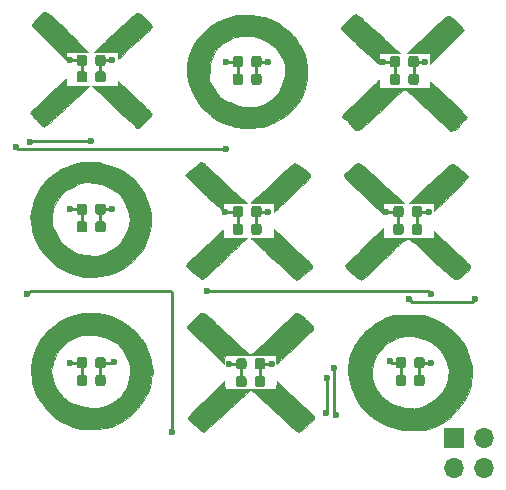
<source format=gtl>
G04 #@! TF.GenerationSoftware,KiCad,Pcbnew,(5.0.2)-1*
G04 #@! TF.CreationDate,2019-01-19T12:13:54+11:00*
G04 #@! TF.ProjectId,WarGames_SAO,57617247-616d-4657-935f-53414f2e6b69,rev?*
G04 #@! TF.SameCoordinates,Original*
G04 #@! TF.FileFunction,Copper,L1,Top*
G04 #@! TF.FilePolarity,Positive*
%FSLAX46Y46*%
G04 Gerber Fmt 4.6, Leading zero omitted, Abs format (unit mm)*
G04 Created by KiCad (PCBNEW (5.0.2)-1) date 19/01/2019 12:13:54*
%MOMM*%
%LPD*%
G01*
G04 APERTURE LIST*
G04 #@! TA.AperFunction,EtchedComponent*
%ADD10C,0.010000*%
G04 #@! TD*
G04 #@! TA.AperFunction,ComponentPad*
%ADD11O,1.700000X1.700000*%
G04 #@! TD*
G04 #@! TA.AperFunction,ComponentPad*
%ADD12R,1.700000X1.700000*%
G04 #@! TD*
G04 #@! TA.AperFunction,Conductor*
%ADD13C,0.100000*%
G04 #@! TD*
G04 #@! TA.AperFunction,SMDPad,CuDef*
%ADD14C,0.875000*%
G04 #@! TD*
G04 #@! TA.AperFunction,ViaPad*
%ADD15C,0.600000*%
G04 #@! TD*
G04 #@! TA.AperFunction,Conductor*
%ADD16C,0.250000*%
G04 #@! TD*
G04 APERTURE END LIST*
D10*
G04 #@! TO.C,G\002A\002A\002A*
G36*
X119312895Y-45991230D02*
X119431274Y-46035597D01*
X119543689Y-46114180D01*
X119703472Y-46259401D01*
X119888124Y-46446506D01*
X120075147Y-46650742D01*
X120242043Y-46847354D01*
X120366313Y-47011588D01*
X120425458Y-47118689D01*
X120427500Y-47131711D01*
X120425823Y-47173898D01*
X120411821Y-47215696D01*
X120372035Y-47271216D01*
X120293007Y-47354571D01*
X120161278Y-47479872D01*
X119963391Y-47661230D01*
X119685886Y-47912757D01*
X119661868Y-47934500D01*
X119395503Y-48177494D01*
X119127642Y-48425022D01*
X118891808Y-48645938D01*
X118739282Y-48791750D01*
X118533839Y-48991326D01*
X118284465Y-49233172D01*
X118038567Y-49471318D01*
X117991457Y-49516894D01*
X117570000Y-49924539D01*
X117570000Y-49268000D01*
X115506250Y-49267180D01*
X115823144Y-48997715D01*
X116034717Y-48810979D01*
X116245353Y-48614276D01*
X116362894Y-48497710D01*
X116534150Y-48326894D01*
X116764378Y-48106459D01*
X117039394Y-47849116D01*
X117345014Y-47567578D01*
X117667056Y-47274556D01*
X117991337Y-46982762D01*
X118303674Y-46704908D01*
X118589882Y-46453706D01*
X118835780Y-46241868D01*
X119027184Y-46082106D01*
X119149912Y-45987131D01*
X119187608Y-45966000D01*
X119312895Y-45991230D01*
X119312895Y-45991230D01*
G37*
X119312895Y-45991230D02*
X119431274Y-46035597D01*
X119543689Y-46114180D01*
X119703472Y-46259401D01*
X119888124Y-46446506D01*
X120075147Y-46650742D01*
X120242043Y-46847354D01*
X120366313Y-47011588D01*
X120425458Y-47118689D01*
X120427500Y-47131711D01*
X120425823Y-47173898D01*
X120411821Y-47215696D01*
X120372035Y-47271216D01*
X120293007Y-47354571D01*
X120161278Y-47479872D01*
X119963391Y-47661230D01*
X119685886Y-47912757D01*
X119661868Y-47934500D01*
X119395503Y-48177494D01*
X119127642Y-48425022D01*
X118891808Y-48645938D01*
X118739282Y-48791750D01*
X118533839Y-48991326D01*
X118284465Y-49233172D01*
X118038567Y-49471318D01*
X117991457Y-49516894D01*
X117570000Y-49924539D01*
X117570000Y-49268000D01*
X115506250Y-49267180D01*
X115823144Y-48997715D01*
X116034717Y-48810979D01*
X116245353Y-48614276D01*
X116362894Y-48497710D01*
X116534150Y-48326894D01*
X116764378Y-48106459D01*
X117039394Y-47849116D01*
X117345014Y-47567578D01*
X117667056Y-47274556D01*
X117991337Y-46982762D01*
X118303674Y-46704908D01*
X118589882Y-46453706D01*
X118835780Y-46241868D01*
X119027184Y-46082106D01*
X119149912Y-45987131D01*
X119187608Y-45966000D01*
X119312895Y-45991230D01*
G36*
X111484089Y-45923913D02*
X111598373Y-45991715D01*
X111757739Y-46111247D01*
X111968113Y-46287851D01*
X112235420Y-46526868D01*
X112565588Y-46833639D01*
X112964541Y-47213506D01*
X113438207Y-47671810D01*
X113992511Y-48213894D01*
X114204500Y-48422274D01*
X115061750Y-49265858D01*
X114128293Y-49266929D01*
X113194837Y-49268000D01*
X113175793Y-49611276D01*
X113156750Y-49954552D01*
X111712125Y-48532428D01*
X111359777Y-48183007D01*
X111038501Y-47859471D01*
X110759124Y-47573114D01*
X110532473Y-47335229D01*
X110369378Y-47157110D01*
X110280665Y-47050050D01*
X110267500Y-47025684D01*
X110308709Y-46947511D01*
X110420434Y-46800366D01*
X110584815Y-46606491D01*
X110752401Y-46421782D01*
X110987079Y-46178489D01*
X111160351Y-46020332D01*
X111290057Y-45933203D01*
X111394034Y-45902994D01*
X111408961Y-45902500D01*
X111484089Y-45923913D01*
X111484089Y-45923913D01*
G37*
X111484089Y-45923913D02*
X111598373Y-45991715D01*
X111757739Y-46111247D01*
X111968113Y-46287851D01*
X112235420Y-46526868D01*
X112565588Y-46833639D01*
X112964541Y-47213506D01*
X113438207Y-47671810D01*
X113992511Y-48213894D01*
X114204500Y-48422274D01*
X115061750Y-49265858D01*
X114128293Y-49266929D01*
X113194837Y-49268000D01*
X113175793Y-49611276D01*
X113156750Y-49954552D01*
X111712125Y-48532428D01*
X111359777Y-48183007D01*
X111038501Y-47859471D01*
X110759124Y-47573114D01*
X110532473Y-47335229D01*
X110369378Y-47157110D01*
X110280665Y-47050050D01*
X110267500Y-47025684D01*
X110308709Y-46947511D01*
X110420434Y-46800366D01*
X110584815Y-46606491D01*
X110752401Y-46421782D01*
X110987079Y-46178489D01*
X111160351Y-46020332D01*
X111290057Y-45933203D01*
X111394034Y-45902994D01*
X111408961Y-45902500D01*
X111484089Y-45923913D01*
G36*
X145789956Y-46307612D02*
X146006571Y-46466983D01*
X146267109Y-46722888D01*
X146395843Y-46864514D01*
X146579563Y-47075645D01*
X146726750Y-47252389D01*
X146819806Y-47373132D01*
X146843500Y-47414272D01*
X146800210Y-47468517D01*
X146677489Y-47601165D01*
X146486055Y-47801169D01*
X146236627Y-48057478D01*
X145939923Y-48359045D01*
X145606663Y-48694821D01*
X145414750Y-48887000D01*
X143986000Y-50314691D01*
X143986000Y-49398224D01*
X143012521Y-49380737D01*
X142039043Y-49363250D01*
X143113631Y-48347250D01*
X143460856Y-48018644D01*
X143815018Y-47682921D01*
X144152901Y-47362129D01*
X144451287Y-47078315D01*
X144686960Y-46853526D01*
X144737984Y-46804706D01*
X144965768Y-46594782D01*
X145173654Y-46418075D01*
X145337942Y-46293810D01*
X145431857Y-46241888D01*
X145603105Y-46235629D01*
X145789956Y-46307612D01*
X145789956Y-46307612D01*
G37*
X145789956Y-46307612D02*
X146006571Y-46466983D01*
X146267109Y-46722888D01*
X146395843Y-46864514D01*
X146579563Y-47075645D01*
X146726750Y-47252389D01*
X146819806Y-47373132D01*
X146843500Y-47414272D01*
X146800210Y-47468517D01*
X146677489Y-47601165D01*
X146486055Y-47801169D01*
X146236627Y-48057478D01*
X145939923Y-48359045D01*
X145606663Y-48694821D01*
X145414750Y-48887000D01*
X143986000Y-50314691D01*
X143986000Y-49398224D01*
X143012521Y-49380737D01*
X142039043Y-49363250D01*
X143113631Y-48347250D01*
X143460856Y-48018644D01*
X143815018Y-47682921D01*
X144152901Y-47362129D01*
X144451287Y-47078315D01*
X144686960Y-46853526D01*
X144737984Y-46804706D01*
X144965768Y-46594782D01*
X145173654Y-46418075D01*
X145337942Y-46293810D01*
X145431857Y-46241888D01*
X145603105Y-46235629D01*
X145789956Y-46307612D01*
G36*
X137706727Y-46117301D02*
X137786474Y-46146083D01*
X137889891Y-46206729D01*
X138026059Y-46306202D01*
X138204059Y-46451466D01*
X138432974Y-46649486D01*
X138721885Y-46907224D01*
X139079875Y-47231646D01*
X139516025Y-47629716D01*
X139883997Y-47966250D01*
X140179394Y-48237246D01*
X140476401Y-48511118D01*
X140747064Y-48762000D01*
X140963434Y-48964025D01*
X141030951Y-49027663D01*
X141414250Y-49390577D01*
X140543796Y-49392788D01*
X139673342Y-49395000D01*
X139654796Y-49866703D01*
X139636250Y-50338407D01*
X139382250Y-50108606D01*
X139254394Y-49991280D01*
X139054129Y-49805502D01*
X138801463Y-49569927D01*
X138516407Y-49303209D01*
X138239250Y-49043068D01*
X137923986Y-48747803D01*
X137605073Y-48451072D01*
X137307694Y-48176173D01*
X137057036Y-47946403D01*
X136905750Y-47809551D01*
X136708831Y-47625534D01*
X136551433Y-47463780D01*
X136456269Y-47348350D01*
X136439043Y-47315187D01*
X136469674Y-47220308D01*
X136572252Y-47081897D01*
X136662330Y-46989176D01*
X136857811Y-46792947D01*
X137058867Y-46571001D01*
X137124243Y-46492988D01*
X137282739Y-46324739D01*
X137445275Y-46193480D01*
X137518680Y-46152490D01*
X137581911Y-46127468D01*
X137641566Y-46113417D01*
X137706727Y-46117301D01*
X137706727Y-46117301D01*
G37*
X137706727Y-46117301D02*
X137786474Y-46146083D01*
X137889891Y-46206729D01*
X138026059Y-46306202D01*
X138204059Y-46451466D01*
X138432974Y-46649486D01*
X138721885Y-46907224D01*
X139079875Y-47231646D01*
X139516025Y-47629716D01*
X139883997Y-47966250D01*
X140179394Y-48237246D01*
X140476401Y-48511118D01*
X140747064Y-48762000D01*
X140963434Y-48964025D01*
X141030951Y-49027663D01*
X141414250Y-49390577D01*
X140543796Y-49392788D01*
X139673342Y-49395000D01*
X139654796Y-49866703D01*
X139636250Y-50338407D01*
X139382250Y-50108606D01*
X139254394Y-49991280D01*
X139054129Y-49805502D01*
X138801463Y-49569927D01*
X138516407Y-49303209D01*
X138239250Y-49043068D01*
X137923986Y-48747803D01*
X137605073Y-48451072D01*
X137307694Y-48176173D01*
X137057036Y-47946403D01*
X136905750Y-47809551D01*
X136708831Y-47625534D01*
X136551433Y-47463780D01*
X136456269Y-47348350D01*
X136439043Y-47315187D01*
X136469674Y-47220308D01*
X136572252Y-47081897D01*
X136662330Y-46989176D01*
X136857811Y-46792947D01*
X137058867Y-46571001D01*
X137124243Y-46492988D01*
X137282739Y-46324739D01*
X137445275Y-46193480D01*
X137518680Y-46152490D01*
X137581911Y-46127468D01*
X137641566Y-46113417D01*
X137706727Y-46117301D01*
G36*
X113173196Y-51611146D02*
X113186100Y-51757251D01*
X113188500Y-51871500D01*
X113188500Y-52189000D01*
X115125250Y-52192436D01*
X114871250Y-52422466D01*
X114715925Y-52564805D01*
X114501274Y-52763705D01*
X114260295Y-52988516D01*
X114103998Y-53135123D01*
X113843148Y-53378891D01*
X113530631Y-53668649D01*
X113208909Y-53965129D01*
X112964135Y-54189250D01*
X112675444Y-54453294D01*
X112368263Y-54735479D01*
X112081647Y-54999864D01*
X111877325Y-55189375D01*
X111668721Y-55372718D01*
X111482294Y-55516909D01*
X111344241Y-55602645D01*
X111295560Y-55618000D01*
X111200543Y-55571828D01*
X111042062Y-55443680D01*
X110838000Y-55249105D01*
X110673122Y-55076854D01*
X110473213Y-54857463D01*
X110307141Y-54668779D01*
X110193129Y-54531938D01*
X110149869Y-54469963D01*
X110185120Y-54393974D01*
X110315921Y-54238454D01*
X110542702Y-54002964D01*
X110865891Y-53687065D01*
X111285919Y-53290317D01*
X111475214Y-53114369D01*
X111722326Y-52883772D01*
X112018891Y-52604361D01*
X112323098Y-52315641D01*
X112533734Y-52114244D01*
X112756209Y-51903165D01*
X112945393Y-51728444D01*
X113082861Y-51606754D01*
X113150186Y-51554769D01*
X113152859Y-51554000D01*
X113173196Y-51611146D01*
X113173196Y-51611146D01*
G37*
X113173196Y-51611146D02*
X113186100Y-51757251D01*
X113188500Y-51871500D01*
X113188500Y-52189000D01*
X115125250Y-52192436D01*
X114871250Y-52422466D01*
X114715925Y-52564805D01*
X114501274Y-52763705D01*
X114260295Y-52988516D01*
X114103998Y-53135123D01*
X113843148Y-53378891D01*
X113530631Y-53668649D01*
X113208909Y-53965129D01*
X112964135Y-54189250D01*
X112675444Y-54453294D01*
X112368263Y-54735479D01*
X112081647Y-54999864D01*
X111877325Y-55189375D01*
X111668721Y-55372718D01*
X111482294Y-55516909D01*
X111344241Y-55602645D01*
X111295560Y-55618000D01*
X111200543Y-55571828D01*
X111042062Y-55443680D01*
X110838000Y-55249105D01*
X110673122Y-55076854D01*
X110473213Y-54857463D01*
X110307141Y-54668779D01*
X110193129Y-54531938D01*
X110149869Y-54469963D01*
X110185120Y-54393974D01*
X110315921Y-54238454D01*
X110542702Y-54002964D01*
X110865891Y-53687065D01*
X111285919Y-53290317D01*
X111475214Y-53114369D01*
X111722326Y-52883772D01*
X112018891Y-52604361D01*
X112323098Y-52315641D01*
X112533734Y-52114244D01*
X112756209Y-51903165D01*
X112945393Y-51728444D01*
X113082861Y-51606754D01*
X113150186Y-51554769D01*
X113152859Y-51554000D01*
X113173196Y-51611146D01*
G36*
X128268137Y-46164875D02*
X128535250Y-46172300D01*
X128948068Y-46189144D01*
X129267760Y-46212768D01*
X129528182Y-46247613D01*
X129763186Y-46298120D01*
X129988020Y-46362855D01*
X130439547Y-46512917D01*
X130794488Y-46652819D01*
X131080893Y-46796780D01*
X131326813Y-46959024D01*
X131560300Y-47153771D01*
X131575463Y-47167661D01*
X131792262Y-47362333D01*
X132007388Y-47547491D01*
X132178131Y-47686471D01*
X132193717Y-47698387D01*
X132337541Y-47838152D01*
X132521738Y-48061723D01*
X132726500Y-48341068D01*
X132932021Y-48648155D01*
X133118495Y-48954954D01*
X133238405Y-49176871D01*
X133381838Y-49552649D01*
X133488479Y-50023378D01*
X133553368Y-50561061D01*
X133572000Y-51059738D01*
X133566388Y-51412946D01*
X133544219Y-51693811D01*
X133497494Y-51956704D01*
X133418213Y-52255994D01*
X133374600Y-52401324D01*
X133238137Y-52815636D01*
X133100622Y-53147131D01*
X132939297Y-53435340D01*
X132731409Y-53719795D01*
X132454200Y-54040028D01*
X132392523Y-54107411D01*
X132119618Y-54390566D01*
X131865071Y-54619355D01*
X131597528Y-54815830D01*
X131285635Y-55002044D01*
X130898040Y-55200048D01*
X130714500Y-55287623D01*
X130398040Y-55426413D01*
X130100755Y-55530394D01*
X129792525Y-55605636D01*
X129443231Y-55658207D01*
X129022751Y-55694176D01*
X128587250Y-55716213D01*
X128261881Y-55723555D01*
X127995420Y-55711157D01*
X127734882Y-55672903D01*
X127427281Y-55602677D01*
X127285500Y-55565931D01*
X126713146Y-55389790D01*
X126206331Y-55183845D01*
X125784160Y-54957265D01*
X125465739Y-54719219D01*
X125412250Y-54666989D01*
X125229508Y-54490149D01*
X125043991Y-54329234D01*
X124957721Y-54263171D01*
X124698305Y-54030246D01*
X124428729Y-53700896D01*
X124164645Y-53303045D01*
X123921706Y-52864617D01*
X123715565Y-52413537D01*
X123561875Y-51977728D01*
X123482930Y-51632196D01*
X123436217Y-51160253D01*
X125317000Y-51160253D01*
X125317000Y-51712755D01*
X125674473Y-52316002D01*
X125956500Y-52743057D01*
X126247083Y-53071986D01*
X126575500Y-53329959D01*
X126971027Y-53544150D01*
X127022993Y-53567582D01*
X127594589Y-53784794D01*
X128135485Y-53908976D01*
X128690409Y-53949272D01*
X128874626Y-53946076D01*
X129157155Y-53932750D01*
X129367034Y-53908948D01*
X129548157Y-53862747D01*
X129744417Y-53782222D01*
X129999706Y-53655451D01*
X130061276Y-53623723D01*
X130520702Y-53348506D01*
X130884515Y-53036562D01*
X131183992Y-52656363D01*
X131404190Y-52270180D01*
X131576378Y-51833716D01*
X131683487Y-51355974D01*
X131722282Y-50873460D01*
X131689522Y-50422679D01*
X131598441Y-50079975D01*
X131456888Y-49776134D01*
X131270743Y-49454347D01*
X131063592Y-49149635D01*
X130859021Y-48897014D01*
X130699545Y-48745365D01*
X130362924Y-48520068D01*
X129972595Y-48307742D01*
X129579766Y-48133974D01*
X129276584Y-48034271D01*
X128969076Y-47978075D01*
X128604148Y-47945457D01*
X128221212Y-47936573D01*
X127859680Y-47951578D01*
X127558966Y-47990626D01*
X127420405Y-48026960D01*
X127118737Y-48157789D01*
X126791458Y-48338984D01*
X126476533Y-48545966D01*
X126211926Y-48754152D01*
X126059454Y-48908121D01*
X125822306Y-49248822D01*
X125610093Y-49646941D01*
X125449580Y-50048109D01*
X125388454Y-50271250D01*
X125354350Y-50499283D01*
X125329098Y-50796615D01*
X125317329Y-51105614D01*
X125317000Y-51160253D01*
X123436217Y-51160253D01*
X123419063Y-50986956D01*
X123431871Y-50398450D01*
X123520732Y-49888269D01*
X123534694Y-49839297D01*
X123685016Y-49355220D01*
X123824466Y-48967808D01*
X123968972Y-48649586D01*
X124134459Y-48373077D01*
X124336853Y-48110807D01*
X124592082Y-47835300D01*
X124834439Y-47597038D01*
X125132435Y-47321290D01*
X125395080Y-47107701D01*
X125660338Y-46931314D01*
X125966176Y-46767173D01*
X126350556Y-46590323D01*
X126396500Y-46570227D01*
X126770596Y-46411140D01*
X127072408Y-46297487D01*
X127337501Y-46222652D01*
X127601443Y-46180016D01*
X127899799Y-46162963D01*
X128268137Y-46164875D01*
X128268137Y-46164875D01*
G37*
X128268137Y-46164875D02*
X128535250Y-46172300D01*
X128948068Y-46189144D01*
X129267760Y-46212768D01*
X129528182Y-46247613D01*
X129763186Y-46298120D01*
X129988020Y-46362855D01*
X130439547Y-46512917D01*
X130794488Y-46652819D01*
X131080893Y-46796780D01*
X131326813Y-46959024D01*
X131560300Y-47153771D01*
X131575463Y-47167661D01*
X131792262Y-47362333D01*
X132007388Y-47547491D01*
X132178131Y-47686471D01*
X132193717Y-47698387D01*
X132337541Y-47838152D01*
X132521738Y-48061723D01*
X132726500Y-48341068D01*
X132932021Y-48648155D01*
X133118495Y-48954954D01*
X133238405Y-49176871D01*
X133381838Y-49552649D01*
X133488479Y-50023378D01*
X133553368Y-50561061D01*
X133572000Y-51059738D01*
X133566388Y-51412946D01*
X133544219Y-51693811D01*
X133497494Y-51956704D01*
X133418213Y-52255994D01*
X133374600Y-52401324D01*
X133238137Y-52815636D01*
X133100622Y-53147131D01*
X132939297Y-53435340D01*
X132731409Y-53719795D01*
X132454200Y-54040028D01*
X132392523Y-54107411D01*
X132119618Y-54390566D01*
X131865071Y-54619355D01*
X131597528Y-54815830D01*
X131285635Y-55002044D01*
X130898040Y-55200048D01*
X130714500Y-55287623D01*
X130398040Y-55426413D01*
X130100755Y-55530394D01*
X129792525Y-55605636D01*
X129443231Y-55658207D01*
X129022751Y-55694176D01*
X128587250Y-55716213D01*
X128261881Y-55723555D01*
X127995420Y-55711157D01*
X127734882Y-55672903D01*
X127427281Y-55602677D01*
X127285500Y-55565931D01*
X126713146Y-55389790D01*
X126206331Y-55183845D01*
X125784160Y-54957265D01*
X125465739Y-54719219D01*
X125412250Y-54666989D01*
X125229508Y-54490149D01*
X125043991Y-54329234D01*
X124957721Y-54263171D01*
X124698305Y-54030246D01*
X124428729Y-53700896D01*
X124164645Y-53303045D01*
X123921706Y-52864617D01*
X123715565Y-52413537D01*
X123561875Y-51977728D01*
X123482930Y-51632196D01*
X123436217Y-51160253D01*
X125317000Y-51160253D01*
X125317000Y-51712755D01*
X125674473Y-52316002D01*
X125956500Y-52743057D01*
X126247083Y-53071986D01*
X126575500Y-53329959D01*
X126971027Y-53544150D01*
X127022993Y-53567582D01*
X127594589Y-53784794D01*
X128135485Y-53908976D01*
X128690409Y-53949272D01*
X128874626Y-53946076D01*
X129157155Y-53932750D01*
X129367034Y-53908948D01*
X129548157Y-53862747D01*
X129744417Y-53782222D01*
X129999706Y-53655451D01*
X130061276Y-53623723D01*
X130520702Y-53348506D01*
X130884515Y-53036562D01*
X131183992Y-52656363D01*
X131404190Y-52270180D01*
X131576378Y-51833716D01*
X131683487Y-51355974D01*
X131722282Y-50873460D01*
X131689522Y-50422679D01*
X131598441Y-50079975D01*
X131456888Y-49776134D01*
X131270743Y-49454347D01*
X131063592Y-49149635D01*
X130859021Y-48897014D01*
X130699545Y-48745365D01*
X130362924Y-48520068D01*
X129972595Y-48307742D01*
X129579766Y-48133974D01*
X129276584Y-48034271D01*
X128969076Y-47978075D01*
X128604148Y-47945457D01*
X128221212Y-47936573D01*
X127859680Y-47951578D01*
X127558966Y-47990626D01*
X127420405Y-48026960D01*
X127118737Y-48157789D01*
X126791458Y-48338984D01*
X126476533Y-48545966D01*
X126211926Y-48754152D01*
X126059454Y-48908121D01*
X125822306Y-49248822D01*
X125610093Y-49646941D01*
X125449580Y-50048109D01*
X125388454Y-50271250D01*
X125354350Y-50499283D01*
X125329098Y-50796615D01*
X125317329Y-51105614D01*
X125317000Y-51160253D01*
X123436217Y-51160253D01*
X123419063Y-50986956D01*
X123431871Y-50398450D01*
X123520732Y-49888269D01*
X123534694Y-49839297D01*
X123685016Y-49355220D01*
X123824466Y-48967808D01*
X123968972Y-48649586D01*
X124134459Y-48373077D01*
X124336853Y-48110807D01*
X124592082Y-47835300D01*
X124834439Y-47597038D01*
X125132435Y-47321290D01*
X125395080Y-47107701D01*
X125660338Y-46931314D01*
X125966176Y-46767173D01*
X126350556Y-46590323D01*
X126396500Y-46570227D01*
X126770596Y-46411140D01*
X127072408Y-46297487D01*
X127337501Y-46222652D01*
X127601443Y-46180016D01*
X127899799Y-46162963D01*
X128268137Y-46164875D01*
G36*
X118998750Y-53081993D02*
X119348532Y-53420480D01*
X119667564Y-53735235D01*
X119944385Y-54014472D01*
X120167534Y-54246405D01*
X120325552Y-54419248D01*
X120406978Y-54521217D01*
X120415450Y-54538906D01*
X120380737Y-54643843D01*
X120268036Y-54805288D01*
X120099414Y-55001535D01*
X119896939Y-55210875D01*
X119682679Y-55411599D01*
X119478700Y-55582000D01*
X119307069Y-55700369D01*
X119189855Y-55744998D01*
X119189403Y-55745000D01*
X119129955Y-55703970D01*
X118998997Y-55592631D01*
X118816651Y-55428609D01*
X118629604Y-55254636D01*
X118432022Y-55067088D01*
X118164092Y-54811061D01*
X117846608Y-54506521D01*
X117500365Y-54173430D01*
X117146159Y-53831751D01*
X116966750Y-53658300D01*
X116638207Y-53342708D01*
X116326047Y-53047140D01*
X116046121Y-52786275D01*
X115814282Y-52574791D01*
X115646382Y-52427365D01*
X115576097Y-52370664D01*
X115328445Y-52189000D01*
X117562333Y-52189000D01*
X117582041Y-51965824D01*
X117601750Y-51742649D01*
X118998750Y-53081993D01*
X118998750Y-53081993D01*
G37*
X118998750Y-53081993D02*
X119348532Y-53420480D01*
X119667564Y-53735235D01*
X119944385Y-54014472D01*
X120167534Y-54246405D01*
X120325552Y-54419248D01*
X120406978Y-54521217D01*
X120415450Y-54538906D01*
X120380737Y-54643843D01*
X120268036Y-54805288D01*
X120099414Y-55001535D01*
X119896939Y-55210875D01*
X119682679Y-55411599D01*
X119478700Y-55582000D01*
X119307069Y-55700369D01*
X119189855Y-55744998D01*
X119189403Y-55745000D01*
X119129955Y-55703970D01*
X118998997Y-55592631D01*
X118816651Y-55428609D01*
X118629604Y-55254636D01*
X118432022Y-55067088D01*
X118164092Y-54811061D01*
X117846608Y-54506521D01*
X117500365Y-54173430D01*
X117146159Y-53831751D01*
X116966750Y-53658300D01*
X116638207Y-53342708D01*
X116326047Y-53047140D01*
X116046121Y-52786275D01*
X115814282Y-52574791D01*
X115646382Y-52427365D01*
X115576097Y-52370664D01*
X115328445Y-52189000D01*
X117562333Y-52189000D01*
X117582041Y-51965824D01*
X117601750Y-51742649D01*
X118998750Y-53081993D01*
G36*
X139652591Y-51738146D02*
X139665583Y-51884251D01*
X139668000Y-51998500D01*
X139668000Y-52316000D01*
X143986000Y-52316000D01*
X143986000Y-52062000D01*
X143995855Y-51902893D01*
X144020472Y-51814446D01*
X144030402Y-51808000D01*
X144088769Y-51849974D01*
X144221563Y-51966001D01*
X144412512Y-52141237D01*
X144645344Y-52360840D01*
X144813539Y-52522375D01*
X145143666Y-52839634D01*
X145524161Y-53202162D01*
X145912015Y-53569147D01*
X146264215Y-53899780D01*
X146324886Y-53956365D01*
X146582995Y-54203123D01*
X146804501Y-54427015D01*
X146973785Y-54611266D01*
X147075225Y-54739100D01*
X147097500Y-54786056D01*
X147053232Y-54894410D01*
X146942207Y-55034529D01*
X146891125Y-55084620D01*
X146715626Y-55259699D01*
X146535419Y-55461054D01*
X146494250Y-55511165D01*
X146236365Y-55784054D01*
X145999062Y-55932076D01*
X145781601Y-55955561D01*
X145635052Y-55894318D01*
X145498612Y-55793170D01*
X145414750Y-55716099D01*
X145339158Y-55640716D01*
X145196039Y-55507444D01*
X145013310Y-55342177D01*
X144970250Y-55303815D01*
X144759852Y-55113810D01*
X144497005Y-54871958D01*
X144220823Y-54614419D01*
X144046959Y-54450300D01*
X143724427Y-54146723D01*
X143382547Y-53829700D01*
X143040736Y-53516805D01*
X142718410Y-53225610D01*
X142434985Y-52973687D01*
X142209878Y-52778610D01*
X142092187Y-52681125D01*
X142003033Y-52607149D01*
X141928921Y-52549642D01*
X141859130Y-52515596D01*
X141782939Y-52511999D01*
X141689627Y-52545842D01*
X141568474Y-52624114D01*
X141408759Y-52753806D01*
X141199760Y-52941907D01*
X140930758Y-53195408D01*
X140591031Y-53521298D01*
X140169858Y-53926567D01*
X140144250Y-53951172D01*
X139821612Y-54261233D01*
X139496572Y-54573803D01*
X139192568Y-54866327D01*
X138933037Y-55116254D01*
X138741417Y-55301029D01*
X138739747Y-55302642D01*
X138517995Y-55505369D01*
X138301476Y-55683925D01*
X138123566Y-55811550D01*
X138059793Y-55847772D01*
X137917700Y-55909475D01*
X137816805Y-55917872D01*
X137704443Y-55865754D01*
X137580272Y-55782136D01*
X137384169Y-55618854D01*
X137205375Y-55426744D01*
X137166349Y-55374773D01*
X137004153Y-55177633D01*
X136813492Y-54991811D01*
X136780248Y-54964417D01*
X136644685Y-54841152D01*
X136565316Y-54738371D01*
X136556713Y-54710417D01*
X136600301Y-54635541D01*
X136716979Y-54498676D01*
X136885917Y-54323324D01*
X136985338Y-54226788D01*
X137157065Y-54062239D01*
X137399641Y-53827829D01*
X137693343Y-53542723D01*
X138018444Y-53226082D01*
X138355221Y-52897071D01*
X138504989Y-52750413D01*
X138810738Y-52452181D01*
X139086391Y-52185974D01*
X139319092Y-51963992D01*
X139495984Y-51798434D01*
X139604209Y-51701498D01*
X139632114Y-51681000D01*
X139652591Y-51738146D01*
X139652591Y-51738146D01*
G37*
X139652591Y-51738146D02*
X139665583Y-51884251D01*
X139668000Y-51998500D01*
X139668000Y-52316000D01*
X143986000Y-52316000D01*
X143986000Y-52062000D01*
X143995855Y-51902893D01*
X144020472Y-51814446D01*
X144030402Y-51808000D01*
X144088769Y-51849974D01*
X144221563Y-51966001D01*
X144412512Y-52141237D01*
X144645344Y-52360840D01*
X144813539Y-52522375D01*
X145143666Y-52839634D01*
X145524161Y-53202162D01*
X145912015Y-53569147D01*
X146264215Y-53899780D01*
X146324886Y-53956365D01*
X146582995Y-54203123D01*
X146804501Y-54427015D01*
X146973785Y-54611266D01*
X147075225Y-54739100D01*
X147097500Y-54786056D01*
X147053232Y-54894410D01*
X146942207Y-55034529D01*
X146891125Y-55084620D01*
X146715626Y-55259699D01*
X146535419Y-55461054D01*
X146494250Y-55511165D01*
X146236365Y-55784054D01*
X145999062Y-55932076D01*
X145781601Y-55955561D01*
X145635052Y-55894318D01*
X145498612Y-55793170D01*
X145414750Y-55716099D01*
X145339158Y-55640716D01*
X145196039Y-55507444D01*
X145013310Y-55342177D01*
X144970250Y-55303815D01*
X144759852Y-55113810D01*
X144497005Y-54871958D01*
X144220823Y-54614419D01*
X144046959Y-54450300D01*
X143724427Y-54146723D01*
X143382547Y-53829700D01*
X143040736Y-53516805D01*
X142718410Y-53225610D01*
X142434985Y-52973687D01*
X142209878Y-52778610D01*
X142092187Y-52681125D01*
X142003033Y-52607149D01*
X141928921Y-52549642D01*
X141859130Y-52515596D01*
X141782939Y-52511999D01*
X141689627Y-52545842D01*
X141568474Y-52624114D01*
X141408759Y-52753806D01*
X141199760Y-52941907D01*
X140930758Y-53195408D01*
X140591031Y-53521298D01*
X140169858Y-53926567D01*
X140144250Y-53951172D01*
X139821612Y-54261233D01*
X139496572Y-54573803D01*
X139192568Y-54866327D01*
X138933037Y-55116254D01*
X138741417Y-55301029D01*
X138739747Y-55302642D01*
X138517995Y-55505369D01*
X138301476Y-55683925D01*
X138123566Y-55811550D01*
X138059793Y-55847772D01*
X137917700Y-55909475D01*
X137816805Y-55917872D01*
X137704443Y-55865754D01*
X137580272Y-55782136D01*
X137384169Y-55618854D01*
X137205375Y-55426744D01*
X137166349Y-55374773D01*
X137004153Y-55177633D01*
X136813492Y-54991811D01*
X136780248Y-54964417D01*
X136644685Y-54841152D01*
X136565316Y-54738371D01*
X136556713Y-54710417D01*
X136600301Y-54635541D01*
X136716979Y-54498676D01*
X136885917Y-54323324D01*
X136985338Y-54226788D01*
X137157065Y-54062239D01*
X137399641Y-53827829D01*
X137693343Y-53542723D01*
X138018444Y-53226082D01*
X138355221Y-52897071D01*
X138504989Y-52750413D01*
X138810738Y-52452181D01*
X139086391Y-52185974D01*
X139319092Y-51963992D01*
X139495984Y-51798434D01*
X139604209Y-51701498D01*
X139632114Y-51681000D01*
X139652591Y-51738146D01*
G36*
X146090904Y-58843961D02*
X146331388Y-58995623D01*
X146641589Y-59246153D01*
X146893064Y-59473973D01*
X147074974Y-59655760D01*
X147169511Y-59783313D01*
X147191114Y-59878312D01*
X147183394Y-59909878D01*
X147125128Y-59990402D01*
X146989651Y-60142417D01*
X146792008Y-60350137D01*
X146547246Y-60597773D01*
X146270408Y-60869537D01*
X146250794Y-60888500D01*
X145932509Y-61197104D01*
X145606382Y-61515423D01*
X145298647Y-61817705D01*
X145035535Y-62078201D01*
X144876123Y-62237875D01*
X144675039Y-62437320D01*
X144506066Y-62597946D01*
X144389191Y-62701186D01*
X144346284Y-62730000D01*
X144321872Y-62672860D01*
X144306382Y-62526772D01*
X144303500Y-62412500D01*
X144303500Y-62095000D01*
X142176250Y-62092056D01*
X142462500Y-61823653D01*
X142604047Y-61691087D01*
X142816584Y-61492231D01*
X143078295Y-61247489D01*
X143367363Y-60977264D01*
X143598246Y-60761500D01*
X143904211Y-60474238D01*
X144209545Y-60185137D01*
X144489282Y-59918008D01*
X144718453Y-59696660D01*
X144835995Y-59581131D01*
X145164401Y-59272178D01*
X145457567Y-59032081D01*
X145702343Y-58870378D01*
X145885578Y-58796605D01*
X145922750Y-58793000D01*
X146090904Y-58843961D01*
X146090904Y-58843961D01*
G37*
X146090904Y-58843961D02*
X146331388Y-58995623D01*
X146641589Y-59246153D01*
X146893064Y-59473973D01*
X147074974Y-59655760D01*
X147169511Y-59783313D01*
X147191114Y-59878312D01*
X147183394Y-59909878D01*
X147125128Y-59990402D01*
X146989651Y-60142417D01*
X146792008Y-60350137D01*
X146547246Y-60597773D01*
X146270408Y-60869537D01*
X146250794Y-60888500D01*
X145932509Y-61197104D01*
X145606382Y-61515423D01*
X145298647Y-61817705D01*
X145035535Y-62078201D01*
X144876123Y-62237875D01*
X144675039Y-62437320D01*
X144506066Y-62597946D01*
X144389191Y-62701186D01*
X144346284Y-62730000D01*
X144321872Y-62672860D01*
X144306382Y-62526772D01*
X144303500Y-62412500D01*
X144303500Y-62095000D01*
X142176250Y-62092056D01*
X142462500Y-61823653D01*
X142604047Y-61691087D01*
X142816584Y-61492231D01*
X143078295Y-61247489D01*
X143367363Y-60977264D01*
X143598246Y-60761500D01*
X143904211Y-60474238D01*
X144209545Y-60185137D01*
X144489282Y-59918008D01*
X144718453Y-59696660D01*
X144835995Y-59581131D01*
X145164401Y-59272178D01*
X145457567Y-59032081D01*
X145702343Y-58870378D01*
X145885578Y-58796605D01*
X145922750Y-58793000D01*
X146090904Y-58843961D01*
G36*
X132593681Y-58739481D02*
X132689239Y-58776156D01*
X132819967Y-58849622D01*
X133002132Y-58969973D01*
X133252000Y-59147307D01*
X133585836Y-59391719D01*
X133595817Y-59399085D01*
X133740888Y-59513184D01*
X133832689Y-59614974D01*
X133865107Y-59719395D01*
X133832026Y-59841383D01*
X133727332Y-59995879D01*
X133544911Y-60197821D01*
X133278649Y-60462149D01*
X133084145Y-60649208D01*
X132529071Y-61179994D01*
X132061533Y-61625910D01*
X131677842Y-61990443D01*
X131374309Y-62277078D01*
X131147244Y-62489303D01*
X130992958Y-62630604D01*
X130920875Y-62693736D01*
X130778000Y-62813183D01*
X130778000Y-62095000D01*
X129793750Y-62095000D01*
X129446605Y-62091442D01*
X129156146Y-62081560D01*
X128942411Y-62066539D01*
X128825440Y-62047564D01*
X128809500Y-62036791D01*
X128857955Y-61962310D01*
X128868892Y-61957416D01*
X128940618Y-61905562D01*
X129091483Y-61777609D01*
X129308746Y-61585136D01*
X129579664Y-61339718D01*
X129891497Y-61052933D01*
X130231503Y-60736358D01*
X130586940Y-60401570D01*
X130713295Y-60281601D01*
X131145958Y-59870437D01*
X131496828Y-59538742D01*
X131775745Y-59278050D01*
X131992548Y-59079893D01*
X132157075Y-58935805D01*
X132279166Y-58837320D01*
X132368660Y-58775972D01*
X132435397Y-58743293D01*
X132489214Y-58730817D01*
X132517027Y-58729500D01*
X132593681Y-58739481D01*
X132593681Y-58739481D01*
G37*
X132593681Y-58739481D02*
X132689239Y-58776156D01*
X132819967Y-58849622D01*
X133002132Y-58969973D01*
X133252000Y-59147307D01*
X133585836Y-59391719D01*
X133595817Y-59399085D01*
X133740888Y-59513184D01*
X133832689Y-59614974D01*
X133865107Y-59719395D01*
X133832026Y-59841383D01*
X133727332Y-59995879D01*
X133544911Y-60197821D01*
X133278649Y-60462149D01*
X133084145Y-60649208D01*
X132529071Y-61179994D01*
X132061533Y-61625910D01*
X131677842Y-61990443D01*
X131374309Y-62277078D01*
X131147244Y-62489303D01*
X130992958Y-62630604D01*
X130920875Y-62693736D01*
X130778000Y-62813183D01*
X130778000Y-62095000D01*
X129793750Y-62095000D01*
X129446605Y-62091442D01*
X129156146Y-62081560D01*
X128942411Y-62066539D01*
X128825440Y-62047564D01*
X128809500Y-62036791D01*
X128857955Y-61962310D01*
X128868892Y-61957416D01*
X128940618Y-61905562D01*
X129091483Y-61777609D01*
X129308746Y-61585136D01*
X129579664Y-61339718D01*
X129891497Y-61052933D01*
X130231503Y-60736358D01*
X130586940Y-60401570D01*
X130713295Y-60281601D01*
X131145958Y-59870437D01*
X131496828Y-59538742D01*
X131775745Y-59278050D01*
X131992548Y-59079893D01*
X132157075Y-58935805D01*
X132279166Y-58837320D01*
X132368660Y-58775972D01*
X132435397Y-58743293D01*
X132489214Y-58730817D01*
X132517027Y-58729500D01*
X132593681Y-58739481D01*
G36*
X124741588Y-58680885D02*
X124907875Y-58800794D01*
X124953294Y-58839887D01*
X125287599Y-59137874D01*
X125701059Y-59516607D01*
X126183435Y-59966621D01*
X126684963Y-60440848D01*
X126989408Y-60727465D01*
X127329736Y-61043269D01*
X127661651Y-61347380D01*
X127909655Y-61571125D01*
X128496634Y-62095000D01*
X126466337Y-62095000D01*
X126447293Y-62428916D01*
X126432570Y-62618294D01*
X126409859Y-62701861D01*
X126368685Y-62700782D01*
X126329450Y-62667041D01*
X126258669Y-62599147D01*
X126108928Y-62456030D01*
X125893209Y-62250079D01*
X125624492Y-61993682D01*
X125315757Y-61699229D01*
X124979987Y-61379109D01*
X124964923Y-61364750D01*
X124528056Y-60948313D01*
X124174310Y-60610880D01*
X123894921Y-60343784D01*
X123681125Y-60138360D01*
X123524156Y-59985941D01*
X123415250Y-59877863D01*
X123345643Y-59805458D01*
X123306569Y-59760062D01*
X123289264Y-59733008D01*
X123284964Y-59715630D01*
X123285000Y-59703776D01*
X123335751Y-59633972D01*
X123486338Y-59491161D01*
X123734256Y-59277543D01*
X124077001Y-58995316D01*
X124255497Y-58851338D01*
X124454769Y-58705511D01*
X124603676Y-58648909D01*
X124741588Y-58680885D01*
X124741588Y-58680885D01*
G37*
X124741588Y-58680885D02*
X124907875Y-58800794D01*
X124953294Y-58839887D01*
X125287599Y-59137874D01*
X125701059Y-59516607D01*
X126183435Y-59966621D01*
X126684963Y-60440848D01*
X126989408Y-60727465D01*
X127329736Y-61043269D01*
X127661651Y-61347380D01*
X127909655Y-61571125D01*
X128496634Y-62095000D01*
X126466337Y-62095000D01*
X126447293Y-62428916D01*
X126432570Y-62618294D01*
X126409859Y-62701861D01*
X126368685Y-62700782D01*
X126329450Y-62667041D01*
X126258669Y-62599147D01*
X126108928Y-62456030D01*
X125893209Y-62250079D01*
X125624492Y-61993682D01*
X125315757Y-61699229D01*
X124979987Y-61379109D01*
X124964923Y-61364750D01*
X124528056Y-60948313D01*
X124174310Y-60610880D01*
X123894921Y-60343784D01*
X123681125Y-60138360D01*
X123524156Y-59985941D01*
X123415250Y-59877863D01*
X123345643Y-59805458D01*
X123306569Y-59760062D01*
X123289264Y-59733008D01*
X123284964Y-59715630D01*
X123285000Y-59703776D01*
X123335751Y-59633972D01*
X123486338Y-59491161D01*
X123734256Y-59277543D01*
X124077001Y-58995316D01*
X124255497Y-58851338D01*
X124454769Y-58705511D01*
X124603676Y-58648909D01*
X124741588Y-58680885D01*
G36*
X138128676Y-58790284D02*
X138214721Y-58841043D01*
X138306407Y-58914110D01*
X138475956Y-59060673D01*
X138708511Y-59267437D01*
X138989220Y-59521107D01*
X139303228Y-59808388D01*
X139544474Y-60031250D01*
X139902211Y-60361904D01*
X140263829Y-60694042D01*
X140607872Y-61008109D01*
X140912885Y-61284551D01*
X141157410Y-61503814D01*
X141251548Y-61587000D01*
X141794840Y-62063250D01*
X139985500Y-62098486D01*
X139985500Y-62509493D01*
X139978792Y-62719049D01*
X139961247Y-62866845D01*
X139937875Y-62919704D01*
X139877525Y-62877410D01*
X139744678Y-62761871D01*
X139557088Y-62589193D01*
X139332512Y-62375478D01*
X139255250Y-62300579D01*
X138996968Y-62051476D01*
X138674588Y-61744212D01*
X138317498Y-61406587D01*
X137955084Y-61066404D01*
X137667750Y-60798742D01*
X137378055Y-60525187D01*
X137121762Y-60273942D01*
X136913314Y-60059925D01*
X136767158Y-59898058D01*
X136697737Y-59803259D01*
X136694251Y-59793219D01*
X136734426Y-59662570D01*
X136890718Y-59488055D01*
X136947022Y-59438477D01*
X137160497Y-59251362D01*
X137383439Y-59047581D01*
X137467802Y-58967625D01*
X137698583Y-58791128D01*
X137912451Y-58733103D01*
X138128676Y-58790284D01*
X138128676Y-58790284D01*
G37*
X138128676Y-58790284D02*
X138214721Y-58841043D01*
X138306407Y-58914110D01*
X138475956Y-59060673D01*
X138708511Y-59267437D01*
X138989220Y-59521107D01*
X139303228Y-59808388D01*
X139544474Y-60031250D01*
X139902211Y-60361904D01*
X140263829Y-60694042D01*
X140607872Y-61008109D01*
X140912885Y-61284551D01*
X141157410Y-61503814D01*
X141251548Y-61587000D01*
X141794840Y-62063250D01*
X139985500Y-62098486D01*
X139985500Y-62509493D01*
X139978792Y-62719049D01*
X139961247Y-62866845D01*
X139937875Y-62919704D01*
X139877525Y-62877410D01*
X139744678Y-62761871D01*
X139557088Y-62589193D01*
X139332512Y-62375478D01*
X139255250Y-62300579D01*
X138996968Y-62051476D01*
X138674588Y-61744212D01*
X138317498Y-61406587D01*
X137955084Y-61066404D01*
X137667750Y-60798742D01*
X137378055Y-60525187D01*
X137121762Y-60273942D01*
X136913314Y-60059925D01*
X136767158Y-59898058D01*
X136697737Y-59803259D01*
X136694251Y-59793219D01*
X136734426Y-59662570D01*
X136890718Y-59488055D01*
X136947022Y-59438477D01*
X137160497Y-59251362D01*
X137383439Y-59047581D01*
X137467802Y-58967625D01*
X137698583Y-58791128D01*
X137912451Y-58733103D01*
X138128676Y-58790284D01*
G36*
X115933093Y-58635019D02*
X116410203Y-58741006D01*
X116963311Y-58905953D01*
X117005227Y-58919652D01*
X117493068Y-59097009D01*
X117896066Y-59288303D01*
X118255906Y-59518426D01*
X118614272Y-59812269D01*
X118817036Y-60001557D01*
X119162769Y-60354710D01*
X119434976Y-60686011D01*
X119654853Y-61029946D01*
X119843595Y-61420999D01*
X120022400Y-61893656D01*
X120073994Y-62046601D01*
X120247883Y-62620393D01*
X120357457Y-63100117D01*
X120405206Y-63499715D01*
X120393617Y-63833128D01*
X120393328Y-63835299D01*
X120353703Y-64030098D01*
X120279631Y-64310580D01*
X120181640Y-64643657D01*
X120070256Y-64996241D01*
X119956008Y-65335243D01*
X119849423Y-65627578D01*
X119761029Y-65840156D01*
X119744909Y-65873250D01*
X119600237Y-66101954D01*
X119380024Y-66382531D01*
X119108665Y-66688481D01*
X118810555Y-66993306D01*
X118510087Y-67270507D01*
X118300250Y-67442515D01*
X118119895Y-67558703D01*
X117866702Y-67693572D01*
X117571012Y-67834054D01*
X117263172Y-67967086D01*
X116973524Y-68079601D01*
X116732414Y-68158535D01*
X116570185Y-68190823D01*
X116561883Y-68191000D01*
X116431482Y-68206626D01*
X116229951Y-68246943D01*
X116067506Y-68286250D01*
X115640842Y-68356458D01*
X115156192Y-68370093D01*
X114668845Y-68328004D01*
X114331500Y-68259495D01*
X113744798Y-68086629D01*
X113253680Y-67905334D01*
X112826788Y-67703382D01*
X112648750Y-67603370D01*
X112318743Y-67377312D01*
X111960362Y-67080034D01*
X111606918Y-66743599D01*
X111291725Y-66400070D01*
X111048096Y-66081510D01*
X111016103Y-66032000D01*
X110817364Y-65688927D01*
X110634060Y-65326058D01*
X110479117Y-64973303D01*
X110365460Y-64660572D01*
X110306015Y-64417775D01*
X110301650Y-64378749D01*
X110273407Y-64142941D01*
X110227202Y-63870487D01*
X110202703Y-63752290D01*
X110164588Y-63528235D01*
X110160602Y-63415166D01*
X111943054Y-63415166D01*
X111949086Y-63705272D01*
X112006169Y-63988909D01*
X112121901Y-64295349D01*
X112303882Y-64653862D01*
X112455522Y-64918879D01*
X112697852Y-65297335D01*
X112937881Y-65587038D01*
X113210877Y-65820547D01*
X113552109Y-66030424D01*
X113791750Y-66152487D01*
X114051046Y-66274284D01*
X114260687Y-66358569D01*
X114468794Y-66420579D01*
X114723490Y-66475547D01*
X114934750Y-66514349D01*
X115439852Y-66566861D01*
X115892025Y-66528163D01*
X116330280Y-66394656D01*
X116358006Y-66383121D01*
X116950052Y-66095167D01*
X117430426Y-65771900D01*
X117812889Y-65397928D01*
X118111196Y-64957861D01*
X118339106Y-64436306D01*
X118459748Y-64031750D01*
X118522755Y-63772442D01*
X118553469Y-63583603D01*
X118553148Y-63413212D01*
X118523052Y-63209251D01*
X118484343Y-63015750D01*
X118389448Y-62658799D01*
X118246227Y-62301605D01*
X118040038Y-61904500D01*
X117874958Y-61620612D01*
X117738985Y-61418683D01*
X117604939Y-61266828D01*
X117445639Y-61133161D01*
X117287647Y-61021880D01*
X116709465Y-60682943D01*
X116138289Y-60459302D01*
X115548773Y-60343438D01*
X114943267Y-60326577D01*
X114713878Y-60339938D01*
X114529677Y-60364729D01*
X114356119Y-60411676D01*
X114158658Y-60491505D01*
X113902749Y-60614942D01*
X113726204Y-60704471D01*
X113408158Y-60872212D01*
X113176096Y-61011049D01*
X112999702Y-61143103D01*
X112848661Y-61290493D01*
X112725376Y-61434721D01*
X112358041Y-61974942D01*
X112107702Y-62553292D01*
X111980470Y-63089323D01*
X111943054Y-63415166D01*
X110160602Y-63415166D01*
X110156654Y-63303217D01*
X110182256Y-63050513D01*
X110244751Y-62743400D01*
X110347496Y-62355157D01*
X110401815Y-62167069D01*
X110552471Y-61685488D01*
X110699892Y-61298068D01*
X110861946Y-60973738D01*
X111056506Y-60681424D01*
X111301440Y-60390055D01*
X111601000Y-60081950D01*
X112149823Y-59606005D01*
X112736248Y-59228592D01*
X113379881Y-58940349D01*
X114100329Y-58731916D01*
X114637824Y-58631942D01*
X115078897Y-58584375D01*
X115499989Y-58584105D01*
X115933093Y-58635019D01*
X115933093Y-58635019D01*
G37*
X115933093Y-58635019D02*
X116410203Y-58741006D01*
X116963311Y-58905953D01*
X117005227Y-58919652D01*
X117493068Y-59097009D01*
X117896066Y-59288303D01*
X118255906Y-59518426D01*
X118614272Y-59812269D01*
X118817036Y-60001557D01*
X119162769Y-60354710D01*
X119434976Y-60686011D01*
X119654853Y-61029946D01*
X119843595Y-61420999D01*
X120022400Y-61893656D01*
X120073994Y-62046601D01*
X120247883Y-62620393D01*
X120357457Y-63100117D01*
X120405206Y-63499715D01*
X120393617Y-63833128D01*
X120393328Y-63835299D01*
X120353703Y-64030098D01*
X120279631Y-64310580D01*
X120181640Y-64643657D01*
X120070256Y-64996241D01*
X119956008Y-65335243D01*
X119849423Y-65627578D01*
X119761029Y-65840156D01*
X119744909Y-65873250D01*
X119600237Y-66101954D01*
X119380024Y-66382531D01*
X119108665Y-66688481D01*
X118810555Y-66993306D01*
X118510087Y-67270507D01*
X118300250Y-67442515D01*
X118119895Y-67558703D01*
X117866702Y-67693572D01*
X117571012Y-67834054D01*
X117263172Y-67967086D01*
X116973524Y-68079601D01*
X116732414Y-68158535D01*
X116570185Y-68190823D01*
X116561883Y-68191000D01*
X116431482Y-68206626D01*
X116229951Y-68246943D01*
X116067506Y-68286250D01*
X115640842Y-68356458D01*
X115156192Y-68370093D01*
X114668845Y-68328004D01*
X114331500Y-68259495D01*
X113744798Y-68086629D01*
X113253680Y-67905334D01*
X112826788Y-67703382D01*
X112648750Y-67603370D01*
X112318743Y-67377312D01*
X111960362Y-67080034D01*
X111606918Y-66743599D01*
X111291725Y-66400070D01*
X111048096Y-66081510D01*
X111016103Y-66032000D01*
X110817364Y-65688927D01*
X110634060Y-65326058D01*
X110479117Y-64973303D01*
X110365460Y-64660572D01*
X110306015Y-64417775D01*
X110301650Y-64378749D01*
X110273407Y-64142941D01*
X110227202Y-63870487D01*
X110202703Y-63752290D01*
X110164588Y-63528235D01*
X110160602Y-63415166D01*
X111943054Y-63415166D01*
X111949086Y-63705272D01*
X112006169Y-63988909D01*
X112121901Y-64295349D01*
X112303882Y-64653862D01*
X112455522Y-64918879D01*
X112697852Y-65297335D01*
X112937881Y-65587038D01*
X113210877Y-65820547D01*
X113552109Y-66030424D01*
X113791750Y-66152487D01*
X114051046Y-66274284D01*
X114260687Y-66358569D01*
X114468794Y-66420579D01*
X114723490Y-66475547D01*
X114934750Y-66514349D01*
X115439852Y-66566861D01*
X115892025Y-66528163D01*
X116330280Y-66394656D01*
X116358006Y-66383121D01*
X116950052Y-66095167D01*
X117430426Y-65771900D01*
X117812889Y-65397928D01*
X118111196Y-64957861D01*
X118339106Y-64436306D01*
X118459748Y-64031750D01*
X118522755Y-63772442D01*
X118553469Y-63583603D01*
X118553148Y-63413212D01*
X118523052Y-63209251D01*
X118484343Y-63015750D01*
X118389448Y-62658799D01*
X118246227Y-62301605D01*
X118040038Y-61904500D01*
X117874958Y-61620612D01*
X117738985Y-61418683D01*
X117604939Y-61266828D01*
X117445639Y-61133161D01*
X117287647Y-61021880D01*
X116709465Y-60682943D01*
X116138289Y-60459302D01*
X115548773Y-60343438D01*
X114943267Y-60326577D01*
X114713878Y-60339938D01*
X114529677Y-60364729D01*
X114356119Y-60411676D01*
X114158658Y-60491505D01*
X113902749Y-60614942D01*
X113726204Y-60704471D01*
X113408158Y-60872212D01*
X113176096Y-61011049D01*
X112999702Y-61143103D01*
X112848661Y-61290493D01*
X112725376Y-61434721D01*
X112358041Y-61974942D01*
X112107702Y-62553292D01*
X111980470Y-63089323D01*
X111943054Y-63415166D01*
X110160602Y-63415166D01*
X110156654Y-63303217D01*
X110182256Y-63050513D01*
X110244751Y-62743400D01*
X110347496Y-62355157D01*
X110401815Y-62167069D01*
X110552471Y-61685488D01*
X110699892Y-61298068D01*
X110861946Y-60973738D01*
X111056506Y-60681424D01*
X111301440Y-60390055D01*
X111601000Y-60081950D01*
X112149823Y-59606005D01*
X112736248Y-59228592D01*
X113379881Y-58940349D01*
X114100329Y-58731916D01*
X114637824Y-58631942D01*
X115078897Y-58584375D01*
X115499989Y-58584105D01*
X115933093Y-58635019D01*
G36*
X126466636Y-65016000D02*
X128499238Y-65016000D01*
X128101972Y-65381125D01*
X127932985Y-65538710D01*
X127694042Y-65764651D01*
X127406277Y-66038806D01*
X127090821Y-66341030D01*
X126768808Y-66651181D01*
X126717228Y-66701029D01*
X126249008Y-67153345D01*
X125862717Y-67524719D01*
X125549146Y-67822658D01*
X125299087Y-68054667D01*
X125103332Y-68228254D01*
X124952674Y-68350926D01*
X124837904Y-68430189D01*
X124749816Y-68473550D01*
X124679200Y-68488516D01*
X124616850Y-68482594D01*
X124555000Y-68463797D01*
X124427987Y-68384564D01*
X124395788Y-68351388D01*
X124320559Y-68279523D01*
X124170498Y-68150784D01*
X123970841Y-67986504D01*
X123840163Y-67881678D01*
X123564545Y-67647756D01*
X123400594Y-67472823D01*
X123348500Y-67360282D01*
X123395453Y-67244889D01*
X123520139Y-67086349D01*
X123643949Y-66964171D01*
X123770395Y-66848452D01*
X123973122Y-66660350D01*
X124236175Y-66414784D01*
X124543602Y-66126676D01*
X124879450Y-65810944D01*
X125183824Y-65524000D01*
X126428250Y-64349250D01*
X126466636Y-65016000D01*
X126466636Y-65016000D01*
G37*
X126466636Y-65016000D02*
X128499238Y-65016000D01*
X128101972Y-65381125D01*
X127932985Y-65538710D01*
X127694042Y-65764651D01*
X127406277Y-66038806D01*
X127090821Y-66341030D01*
X126768808Y-66651181D01*
X126717228Y-66701029D01*
X126249008Y-67153345D01*
X125862717Y-67524719D01*
X125549146Y-67822658D01*
X125299087Y-68054667D01*
X125103332Y-68228254D01*
X124952674Y-68350926D01*
X124837904Y-68430189D01*
X124749816Y-68473550D01*
X124679200Y-68488516D01*
X124616850Y-68482594D01*
X124555000Y-68463797D01*
X124427987Y-68384564D01*
X124395788Y-68351388D01*
X124320559Y-68279523D01*
X124170498Y-68150784D01*
X123970841Y-67986504D01*
X123840163Y-67881678D01*
X123564545Y-67647756D01*
X123400594Y-67472823D01*
X123348500Y-67360282D01*
X123395453Y-67244889D01*
X123520139Y-67086349D01*
X123643949Y-66964171D01*
X123770395Y-66848452D01*
X123973122Y-66660350D01*
X124236175Y-66414784D01*
X124543602Y-66126676D01*
X124879450Y-65810944D01*
X125183824Y-65524000D01*
X126428250Y-64349250D01*
X126466636Y-65016000D01*
G36*
X139985500Y-65016000D02*
X144303500Y-65016000D01*
X144303500Y-64422877D01*
X144827375Y-64930837D01*
X145097142Y-65190237D01*
X145415497Y-65493054D01*
X145737554Y-65796728D01*
X145954500Y-65999427D01*
X146367529Y-66384066D01*
X146696002Y-66692781D01*
X146948906Y-66935540D01*
X147135232Y-67122315D01*
X147263969Y-67263074D01*
X147344107Y-67367787D01*
X147384635Y-67446426D01*
X147394543Y-67508959D01*
X147382820Y-67565356D01*
X147378096Y-67578282D01*
X147312848Y-67665720D01*
X147174661Y-67808305D01*
X146990080Y-67982247D01*
X146785651Y-68163753D01*
X146587922Y-68329032D01*
X146423437Y-68454292D01*
X146345460Y-68503764D01*
X146205589Y-68552621D01*
X146062496Y-68538390D01*
X145895011Y-68451446D01*
X145681959Y-68282159D01*
X145509013Y-68123408D01*
X145335893Y-67960750D01*
X145087397Y-67729128D01*
X144781775Y-67445388D01*
X144437273Y-67126379D01*
X144072139Y-66788947D01*
X143704620Y-66449941D01*
X143352965Y-66126207D01*
X143035421Y-65834595D01*
X142770235Y-65591950D01*
X142575656Y-65415120D01*
X142575552Y-65415026D01*
X142409415Y-65267622D01*
X142273171Y-65166355D01*
X142149760Y-65116790D01*
X142022119Y-65124492D01*
X141873188Y-65195024D01*
X141685906Y-65333953D01*
X141443210Y-65546842D01*
X141128040Y-65839256D01*
X141049465Y-65912771D01*
X140727279Y-66216429D01*
X140399057Y-66529701D01*
X140090858Y-66827443D01*
X139828741Y-67084511D01*
X139668000Y-67245757D01*
X139290688Y-67623654D01*
X138950180Y-67950453D01*
X138656444Y-68217374D01*
X138419449Y-68415638D01*
X138249165Y-68536464D01*
X138162388Y-68571762D01*
X138032561Y-68539100D01*
X137870580Y-68460031D01*
X137858250Y-68452467D01*
X137722990Y-68351580D01*
X137540584Y-68194283D01*
X137335974Y-68004805D01*
X137134106Y-67807378D01*
X136959926Y-67626232D01*
X136838377Y-67485599D01*
X136796803Y-67421399D01*
X136829466Y-67339888D01*
X136957890Y-67178262D01*
X137180623Y-66938130D01*
X137496214Y-66621100D01*
X137680158Y-66442178D01*
X138023661Y-66109651D01*
X138394107Y-65749037D01*
X138759829Y-65391293D01*
X139089162Y-65067375D01*
X139292310Y-64866175D01*
X139985500Y-64176601D01*
X139985500Y-65016000D01*
X139985500Y-65016000D01*
G37*
X139985500Y-65016000D02*
X144303500Y-65016000D01*
X144303500Y-64422877D01*
X144827375Y-64930837D01*
X145097142Y-65190237D01*
X145415497Y-65493054D01*
X145737554Y-65796728D01*
X145954500Y-65999427D01*
X146367529Y-66384066D01*
X146696002Y-66692781D01*
X146948906Y-66935540D01*
X147135232Y-67122315D01*
X147263969Y-67263074D01*
X147344107Y-67367787D01*
X147384635Y-67446426D01*
X147394543Y-67508959D01*
X147382820Y-67565356D01*
X147378096Y-67578282D01*
X147312848Y-67665720D01*
X147174661Y-67808305D01*
X146990080Y-67982247D01*
X146785651Y-68163753D01*
X146587922Y-68329032D01*
X146423437Y-68454292D01*
X146345460Y-68503764D01*
X146205589Y-68552621D01*
X146062496Y-68538390D01*
X145895011Y-68451446D01*
X145681959Y-68282159D01*
X145509013Y-68123408D01*
X145335893Y-67960750D01*
X145087397Y-67729128D01*
X144781775Y-67445388D01*
X144437273Y-67126379D01*
X144072139Y-66788947D01*
X143704620Y-66449941D01*
X143352965Y-66126207D01*
X143035421Y-65834595D01*
X142770235Y-65591950D01*
X142575656Y-65415120D01*
X142575552Y-65415026D01*
X142409415Y-65267622D01*
X142273171Y-65166355D01*
X142149760Y-65116790D01*
X142022119Y-65124492D01*
X141873188Y-65195024D01*
X141685906Y-65333953D01*
X141443210Y-65546842D01*
X141128040Y-65839256D01*
X141049465Y-65912771D01*
X140727279Y-66216429D01*
X140399057Y-66529701D01*
X140090858Y-66827443D01*
X139828741Y-67084511D01*
X139668000Y-67245757D01*
X139290688Y-67623654D01*
X138950180Y-67950453D01*
X138656444Y-68217374D01*
X138419449Y-68415638D01*
X138249165Y-68536464D01*
X138162388Y-68571762D01*
X138032561Y-68539100D01*
X137870580Y-68460031D01*
X137858250Y-68452467D01*
X137722990Y-68351580D01*
X137540584Y-68194283D01*
X137335974Y-68004805D01*
X137134106Y-67807378D01*
X136959926Y-67626232D01*
X136838377Y-67485599D01*
X136796803Y-67421399D01*
X136829466Y-67339888D01*
X136957890Y-67178262D01*
X137180623Y-66938130D01*
X137496214Y-66621100D01*
X137680158Y-66442178D01*
X138023661Y-66109651D01*
X138394107Y-65749037D01*
X138759829Y-65391293D01*
X139089162Y-65067375D01*
X139292310Y-64866175D01*
X139985500Y-64176601D01*
X139985500Y-65016000D01*
G36*
X131065659Y-64541574D02*
X131249042Y-64719133D01*
X131503874Y-64961530D01*
X131810054Y-65250051D01*
X132147481Y-65565984D01*
X132496054Y-65890615D01*
X132835674Y-66205230D01*
X133146239Y-66491117D01*
X133407649Y-66729562D01*
X133599803Y-66901852D01*
X133619625Y-66919270D01*
X133850108Y-67138691D01*
X133978591Y-67312545D01*
X134012366Y-67459955D01*
X133958722Y-67600043D01*
X133905375Y-67668805D01*
X133784972Y-67785714D01*
X133604506Y-67937039D01*
X133389204Y-68104406D01*
X133164296Y-68269443D01*
X132955010Y-68413776D01*
X132786576Y-68519032D01*
X132684221Y-68566837D01*
X132671299Y-68567536D01*
X132603463Y-68542711D01*
X132547143Y-68519911D01*
X132480752Y-68468594D01*
X132333588Y-68340041D01*
X132116815Y-68144638D01*
X131841595Y-67892768D01*
X131519088Y-67594815D01*
X131160459Y-67261164D01*
X130776869Y-66902198D01*
X130379480Y-66528302D01*
X129979455Y-66149859D01*
X129587955Y-65777254D01*
X129224330Y-65428750D01*
X129058354Y-65279226D01*
X128898688Y-65150791D01*
X128870308Y-65130455D01*
X128818206Y-65090458D01*
X128806056Y-65061720D01*
X128849115Y-65042297D01*
X128962640Y-65030247D01*
X129161888Y-65023628D01*
X129462115Y-65020496D01*
X129742956Y-65019330D01*
X130771662Y-65016000D01*
X130790706Y-64652699D01*
X130809750Y-64289399D01*
X131065659Y-64541574D01*
X131065659Y-64541574D01*
G37*
X131065659Y-64541574D02*
X131249042Y-64719133D01*
X131503874Y-64961530D01*
X131810054Y-65250051D01*
X132147481Y-65565984D01*
X132496054Y-65890615D01*
X132835674Y-66205230D01*
X133146239Y-66491117D01*
X133407649Y-66729562D01*
X133599803Y-66901852D01*
X133619625Y-66919270D01*
X133850108Y-67138691D01*
X133978591Y-67312545D01*
X134012366Y-67459955D01*
X133958722Y-67600043D01*
X133905375Y-67668805D01*
X133784972Y-67785714D01*
X133604506Y-67937039D01*
X133389204Y-68104406D01*
X133164296Y-68269443D01*
X132955010Y-68413776D01*
X132786576Y-68519032D01*
X132684221Y-68566837D01*
X132671299Y-68567536D01*
X132603463Y-68542711D01*
X132547143Y-68519911D01*
X132480752Y-68468594D01*
X132333588Y-68340041D01*
X132116815Y-68144638D01*
X131841595Y-67892768D01*
X131519088Y-67594815D01*
X131160459Y-67261164D01*
X130776869Y-66902198D01*
X130379480Y-66528302D01*
X129979455Y-66149859D01*
X129587955Y-65777254D01*
X129224330Y-65428750D01*
X129058354Y-65279226D01*
X128898688Y-65150791D01*
X128870308Y-65130455D01*
X128818206Y-65090458D01*
X128806056Y-65061720D01*
X128849115Y-65042297D01*
X128962640Y-65030247D01*
X129161888Y-65023628D01*
X129462115Y-65020496D01*
X129742956Y-65019330D01*
X130771662Y-65016000D01*
X130790706Y-64652699D01*
X130809750Y-64289399D01*
X131065659Y-64541574D01*
G36*
X124834893Y-71390605D02*
X124922986Y-71444058D01*
X125088274Y-71573832D01*
X125316800Y-71767816D01*
X125594607Y-72013900D01*
X125907737Y-72299973D01*
X126216136Y-72589129D01*
X126746325Y-73092213D01*
X127192308Y-73514849D01*
X127561968Y-73864046D01*
X127863189Y-74146813D01*
X128103856Y-74370156D01*
X128291853Y-74541085D01*
X128435063Y-74666606D01*
X128541370Y-74753729D01*
X128618658Y-74809460D01*
X128674812Y-74840809D01*
X128717715Y-74854783D01*
X128755251Y-74858389D01*
X128769163Y-74858500D01*
X128849140Y-74831053D01*
X128979122Y-74744272D01*
X129166932Y-74591497D01*
X129420394Y-74366067D01*
X129747330Y-74061323D01*
X130088327Y-73735447D01*
X130628814Y-73215177D01*
X131085779Y-72776528D01*
X131466943Y-72412785D01*
X131780028Y-72117232D01*
X132032756Y-71883152D01*
X132232849Y-71703831D01*
X132388030Y-71572553D01*
X132506019Y-71482601D01*
X132594540Y-71427261D01*
X132661313Y-71399816D01*
X132714062Y-71393550D01*
X132760507Y-71401749D01*
X132768818Y-71404251D01*
X132860445Y-71440582D01*
X132963828Y-71501403D01*
X133096971Y-71600641D01*
X133277879Y-71752220D01*
X133524555Y-71970068D01*
X133673933Y-72104361D01*
X133907083Y-72321497D01*
X134047305Y-72482673D01*
X134099139Y-72613350D01*
X134067127Y-72738985D01*
X133955807Y-72885039D01*
X133835550Y-73010606D01*
X133681825Y-73163253D01*
X133468102Y-73371238D01*
X133207918Y-73621778D01*
X132914806Y-73902088D01*
X132602304Y-74199384D01*
X132283945Y-74500882D01*
X131973265Y-74793796D01*
X131683799Y-75065344D01*
X131429083Y-75302740D01*
X131222652Y-75493201D01*
X131078041Y-75623941D01*
X131008785Y-75682177D01*
X131005127Y-75684000D01*
X130985064Y-75626556D01*
X130971760Y-75478382D01*
X130968500Y-75334750D01*
X130968500Y-74985500D01*
X126593337Y-74985500D01*
X126574293Y-75333077D01*
X126555250Y-75680655D01*
X125856750Y-74998896D01*
X125617168Y-74766600D01*
X125333043Y-74493574D01*
X125021230Y-74195765D01*
X124698586Y-73889117D01*
X124381970Y-73589575D01*
X124088237Y-73313085D01*
X123834246Y-73075591D01*
X123636852Y-72893040D01*
X123512913Y-72781376D01*
X123507127Y-72776371D01*
X123431575Y-72679342D01*
X123426565Y-72564894D01*
X123499591Y-72418272D01*
X123658152Y-72224722D01*
X123909744Y-71969491D01*
X123924263Y-71955460D01*
X124188718Y-71704826D01*
X124384758Y-71533683D01*
X124531923Y-71429912D01*
X124649752Y-71381392D01*
X124757786Y-71376003D01*
X124834893Y-71390605D01*
X124834893Y-71390605D01*
G37*
X124834893Y-71390605D02*
X124922986Y-71444058D01*
X125088274Y-71573832D01*
X125316800Y-71767816D01*
X125594607Y-72013900D01*
X125907737Y-72299973D01*
X126216136Y-72589129D01*
X126746325Y-73092213D01*
X127192308Y-73514849D01*
X127561968Y-73864046D01*
X127863189Y-74146813D01*
X128103856Y-74370156D01*
X128291853Y-74541085D01*
X128435063Y-74666606D01*
X128541370Y-74753729D01*
X128618658Y-74809460D01*
X128674812Y-74840809D01*
X128717715Y-74854783D01*
X128755251Y-74858389D01*
X128769163Y-74858500D01*
X128849140Y-74831053D01*
X128979122Y-74744272D01*
X129166932Y-74591497D01*
X129420394Y-74366067D01*
X129747330Y-74061323D01*
X130088327Y-73735447D01*
X130628814Y-73215177D01*
X131085779Y-72776528D01*
X131466943Y-72412785D01*
X131780028Y-72117232D01*
X132032756Y-71883152D01*
X132232849Y-71703831D01*
X132388030Y-71572553D01*
X132506019Y-71482601D01*
X132594540Y-71427261D01*
X132661313Y-71399816D01*
X132714062Y-71393550D01*
X132760507Y-71401749D01*
X132768818Y-71404251D01*
X132860445Y-71440582D01*
X132963828Y-71501403D01*
X133096971Y-71600641D01*
X133277879Y-71752220D01*
X133524555Y-71970068D01*
X133673933Y-72104361D01*
X133907083Y-72321497D01*
X134047305Y-72482673D01*
X134099139Y-72613350D01*
X134067127Y-72738985D01*
X133955807Y-72885039D01*
X133835550Y-73010606D01*
X133681825Y-73163253D01*
X133468102Y-73371238D01*
X133207918Y-73621778D01*
X132914806Y-73902088D01*
X132602304Y-74199384D01*
X132283945Y-74500882D01*
X131973265Y-74793796D01*
X131683799Y-75065344D01*
X131429083Y-75302740D01*
X131222652Y-75493201D01*
X131078041Y-75623941D01*
X131008785Y-75682177D01*
X131005127Y-75684000D01*
X130985064Y-75626556D01*
X130971760Y-75478382D01*
X130968500Y-75334750D01*
X130968500Y-74985500D01*
X126593337Y-74985500D01*
X126574293Y-75333077D01*
X126555250Y-75680655D01*
X125856750Y-74998896D01*
X125617168Y-74766600D01*
X125333043Y-74493574D01*
X125021230Y-74195765D01*
X124698586Y-73889117D01*
X124381970Y-73589575D01*
X124088237Y-73313085D01*
X123834246Y-73075591D01*
X123636852Y-72893040D01*
X123512913Y-72781376D01*
X123507127Y-72776371D01*
X123431575Y-72679342D01*
X123426565Y-72564894D01*
X123499591Y-72418272D01*
X123658152Y-72224722D01*
X123909744Y-71969491D01*
X123924263Y-71955460D01*
X124188718Y-71704826D01*
X124384758Y-71533683D01*
X124531923Y-71429912D01*
X124649752Y-71381392D01*
X124757786Y-71376003D01*
X124834893Y-71390605D01*
G36*
X115193597Y-71379404D02*
X115315011Y-71385936D01*
X115845006Y-71425753D01*
X116281388Y-71480396D01*
X116657290Y-71556693D01*
X117005848Y-71661474D01*
X117360195Y-71801570D01*
X117385853Y-71812779D01*
X118008231Y-72142000D01*
X118592322Y-72558856D01*
X119109788Y-73039946D01*
X119532294Y-73561868D01*
X119567837Y-73614807D01*
X119732760Y-73887617D01*
X119901044Y-74204401D01*
X120060262Y-74537108D01*
X120197986Y-74857685D01*
X120301787Y-75138081D01*
X120359239Y-75350244D01*
X120366690Y-75417942D01*
X120383441Y-75618050D01*
X120423148Y-75867555D01*
X120451430Y-76001500D01*
X120496771Y-76248951D01*
X120494513Y-76452772D01*
X120449493Y-76668250D01*
X120400110Y-76881559D01*
X120369523Y-77064830D01*
X120364753Y-77127865D01*
X120336909Y-77320789D01*
X120263302Y-77592525D01*
X120156557Y-77909106D01*
X120029300Y-78236561D01*
X119894157Y-78540921D01*
X119763753Y-78788219D01*
X119724361Y-78850842D01*
X119464256Y-79203432D01*
X119157593Y-79560654D01*
X118832018Y-79894231D01*
X118515179Y-80175885D01*
X118234722Y-80377338D01*
X118227923Y-80381395D01*
X118035300Y-80499261D01*
X117889244Y-80595463D01*
X117821778Y-80648801D01*
X117717679Y-80723537D01*
X117512006Y-80816300D01*
X117227434Y-80918847D01*
X116886643Y-81022937D01*
X116548074Y-81111738D01*
X115727995Y-81245352D01*
X114885141Y-81255434D01*
X114375780Y-81202622D01*
X114117512Y-81141504D01*
X113781526Y-81027803D01*
X113399001Y-80874290D01*
X113001114Y-80693738D01*
X112619041Y-80498916D01*
X112509862Y-80438289D01*
X112178807Y-80205390D01*
X111823809Y-79877729D01*
X111464945Y-79479670D01*
X111122293Y-79035575D01*
X110815929Y-78569809D01*
X110565932Y-78106737D01*
X110536748Y-78043892D01*
X110440709Y-77803962D01*
X110366842Y-77545075D01*
X110310169Y-77240350D01*
X110265709Y-76862902D01*
X110228484Y-76385850D01*
X110227837Y-76375993D01*
X110223935Y-76297490D01*
X111926606Y-76297490D01*
X111959298Y-76741536D01*
X112037586Y-77026249D01*
X112268300Y-77563647D01*
X112568162Y-78054629D01*
X112919968Y-78477654D01*
X113306517Y-78811179D01*
X113603375Y-78987014D01*
X114183969Y-79223084D01*
X114751139Y-79361972D01*
X115354559Y-79414285D01*
X115601500Y-79413721D01*
X115905508Y-79404478D01*
X116127530Y-79385924D01*
X116311806Y-79347314D01*
X116502578Y-79277903D01*
X116744084Y-79166947D01*
X116871500Y-79105268D01*
X117310208Y-78865053D01*
X117653820Y-78607980D01*
X117933639Y-78304904D01*
X118180974Y-77926680D01*
X118227376Y-77843000D01*
X118402501Y-77441518D01*
X118530003Y-76989641D01*
X118602176Y-76529777D01*
X118611313Y-76104338D01*
X118583422Y-75883687D01*
X118433571Y-75384116D01*
X118196716Y-74894853D01*
X117891766Y-74442181D01*
X117537628Y-74052380D01*
X117153208Y-73751733D01*
X116979903Y-73654738D01*
X116348431Y-73405991D01*
X115688055Y-73257371D01*
X115035713Y-73216836D01*
X114959748Y-73219612D01*
X114676787Y-73238633D01*
X114457775Y-73272909D01*
X114253152Y-73335792D01*
X114013357Y-73440639D01*
X113857247Y-73516705D01*
X113364039Y-73804705D01*
X112927646Y-74145509D01*
X112570337Y-74518703D01*
X112314380Y-74903872D01*
X112289715Y-74953750D01*
X112195893Y-75171403D01*
X112130573Y-75360656D01*
X112109050Y-75469641D01*
X112088185Y-75612643D01*
X112036037Y-75807581D01*
X112013750Y-75874500D01*
X111926606Y-76297490D01*
X110223935Y-76297490D01*
X110212685Y-76071166D01*
X110217324Y-75830832D01*
X110247337Y-75603652D01*
X110308311Y-75338285D01*
X110362532Y-75137743D01*
X110563751Y-74507972D01*
X110793540Y-73979694D01*
X111065112Y-73528333D01*
X111391683Y-73129315D01*
X111504453Y-73014076D01*
X111801386Y-72742628D01*
X112146622Y-72459355D01*
X112502724Y-72192766D01*
X112832251Y-71971368D01*
X113010527Y-71867295D01*
X113116747Y-71825690D01*
X113318013Y-71759624D01*
X113586760Y-71677733D01*
X113895420Y-71588652D01*
X113938688Y-71576533D01*
X114285427Y-71482464D01*
X114547558Y-71420804D01*
X114761809Y-71386464D01*
X114964912Y-71374360D01*
X115193597Y-71379404D01*
X115193597Y-71379404D01*
G37*
X115193597Y-71379404D02*
X115315011Y-71385936D01*
X115845006Y-71425753D01*
X116281388Y-71480396D01*
X116657290Y-71556693D01*
X117005848Y-71661474D01*
X117360195Y-71801570D01*
X117385853Y-71812779D01*
X118008231Y-72142000D01*
X118592322Y-72558856D01*
X119109788Y-73039946D01*
X119532294Y-73561868D01*
X119567837Y-73614807D01*
X119732760Y-73887617D01*
X119901044Y-74204401D01*
X120060262Y-74537108D01*
X120197986Y-74857685D01*
X120301787Y-75138081D01*
X120359239Y-75350244D01*
X120366690Y-75417942D01*
X120383441Y-75618050D01*
X120423148Y-75867555D01*
X120451430Y-76001500D01*
X120496771Y-76248951D01*
X120494513Y-76452772D01*
X120449493Y-76668250D01*
X120400110Y-76881559D01*
X120369523Y-77064830D01*
X120364753Y-77127865D01*
X120336909Y-77320789D01*
X120263302Y-77592525D01*
X120156557Y-77909106D01*
X120029300Y-78236561D01*
X119894157Y-78540921D01*
X119763753Y-78788219D01*
X119724361Y-78850842D01*
X119464256Y-79203432D01*
X119157593Y-79560654D01*
X118832018Y-79894231D01*
X118515179Y-80175885D01*
X118234722Y-80377338D01*
X118227923Y-80381395D01*
X118035300Y-80499261D01*
X117889244Y-80595463D01*
X117821778Y-80648801D01*
X117717679Y-80723537D01*
X117512006Y-80816300D01*
X117227434Y-80918847D01*
X116886643Y-81022937D01*
X116548074Y-81111738D01*
X115727995Y-81245352D01*
X114885141Y-81255434D01*
X114375780Y-81202622D01*
X114117512Y-81141504D01*
X113781526Y-81027803D01*
X113399001Y-80874290D01*
X113001114Y-80693738D01*
X112619041Y-80498916D01*
X112509862Y-80438289D01*
X112178807Y-80205390D01*
X111823809Y-79877729D01*
X111464945Y-79479670D01*
X111122293Y-79035575D01*
X110815929Y-78569809D01*
X110565932Y-78106737D01*
X110536748Y-78043892D01*
X110440709Y-77803962D01*
X110366842Y-77545075D01*
X110310169Y-77240350D01*
X110265709Y-76862902D01*
X110228484Y-76385850D01*
X110227837Y-76375993D01*
X110223935Y-76297490D01*
X111926606Y-76297490D01*
X111959298Y-76741536D01*
X112037586Y-77026249D01*
X112268300Y-77563647D01*
X112568162Y-78054629D01*
X112919968Y-78477654D01*
X113306517Y-78811179D01*
X113603375Y-78987014D01*
X114183969Y-79223084D01*
X114751139Y-79361972D01*
X115354559Y-79414285D01*
X115601500Y-79413721D01*
X115905508Y-79404478D01*
X116127530Y-79385924D01*
X116311806Y-79347314D01*
X116502578Y-79277903D01*
X116744084Y-79166947D01*
X116871500Y-79105268D01*
X117310208Y-78865053D01*
X117653820Y-78607980D01*
X117933639Y-78304904D01*
X118180974Y-77926680D01*
X118227376Y-77843000D01*
X118402501Y-77441518D01*
X118530003Y-76989641D01*
X118602176Y-76529777D01*
X118611313Y-76104338D01*
X118583422Y-75883687D01*
X118433571Y-75384116D01*
X118196716Y-74894853D01*
X117891766Y-74442181D01*
X117537628Y-74052380D01*
X117153208Y-73751733D01*
X116979903Y-73654738D01*
X116348431Y-73405991D01*
X115688055Y-73257371D01*
X115035713Y-73216836D01*
X114959748Y-73219612D01*
X114676787Y-73238633D01*
X114457775Y-73272909D01*
X114253152Y-73335792D01*
X114013357Y-73440639D01*
X113857247Y-73516705D01*
X113364039Y-73804705D01*
X112927646Y-74145509D01*
X112570337Y-74518703D01*
X112314380Y-74903872D01*
X112289715Y-74953750D01*
X112195893Y-75171403D01*
X112130573Y-75360656D01*
X112109050Y-75469641D01*
X112088185Y-75612643D01*
X112036037Y-75807581D01*
X112013750Y-75874500D01*
X111926606Y-76297490D01*
X110223935Y-76297490D01*
X110212685Y-76071166D01*
X110217324Y-75830832D01*
X110247337Y-75603652D01*
X110308311Y-75338285D01*
X110362532Y-75137743D01*
X110563751Y-74507972D01*
X110793540Y-73979694D01*
X111065112Y-73528333D01*
X111391683Y-73129315D01*
X111504453Y-73014076D01*
X111801386Y-72742628D01*
X112146622Y-72459355D01*
X112502724Y-72192766D01*
X112832251Y-71971368D01*
X113010527Y-71867295D01*
X113116747Y-71825690D01*
X113318013Y-71759624D01*
X113586760Y-71677733D01*
X113895420Y-71588652D01*
X113938688Y-71576533D01*
X114285427Y-71482464D01*
X114547558Y-71420804D01*
X114761809Y-71386464D01*
X114964912Y-71374360D01*
X115193597Y-71379404D01*
G36*
X142624476Y-71526864D02*
X142973270Y-71533145D01*
X143250199Y-71550725D01*
X143482830Y-71585034D01*
X143698730Y-71641500D01*
X143925467Y-71725551D01*
X144190607Y-71842616D01*
X144486212Y-71981330D01*
X144907755Y-72195378D01*
X145274942Y-72418880D01*
X145623059Y-72677198D01*
X145987387Y-72995696D01*
X146256905Y-73254186D01*
X146465469Y-73465246D01*
X146630757Y-73652413D01*
X146765964Y-73839505D01*
X146884288Y-74050343D01*
X146998924Y-74308746D01*
X147123071Y-74638533D01*
X147269925Y-75063522D01*
X147286477Y-75112500D01*
X147554404Y-75906250D01*
X147516384Y-76700000D01*
X147492074Y-77118097D01*
X147458544Y-77444361D01*
X147406528Y-77713956D01*
X147326763Y-77962050D01*
X147209983Y-78223807D01*
X147046925Y-78534393D01*
X147020303Y-78582997D01*
X146632135Y-79213308D01*
X146220248Y-79730019D01*
X145774115Y-80145841D01*
X145645125Y-80243401D01*
X145143022Y-80589828D01*
X144700839Y-80854489D01*
X144290962Y-81047636D01*
X143885778Y-81179519D01*
X143457672Y-81260389D01*
X142979032Y-81300495D01*
X142779500Y-81307149D01*
X142431032Y-81310131D01*
X142088044Y-81304551D01*
X141792630Y-81291568D01*
X141604750Y-81274846D01*
X141022346Y-81147994D01*
X140407962Y-80924180D01*
X139790408Y-80617944D01*
X139198497Y-80243828D01*
X138661039Y-79816374D01*
X138594292Y-79755437D01*
X138340674Y-79514583D01*
X138155059Y-79318673D01*
X138009755Y-79130418D01*
X137877070Y-78912527D01*
X137729312Y-78627712D01*
X137674736Y-78517187D01*
X137523481Y-78195099D01*
X137404088Y-77901415D01*
X137307222Y-77604209D01*
X137223547Y-77271557D01*
X137143729Y-76871534D01*
X137072325Y-76457010D01*
X137057204Y-76290887D01*
X139041686Y-76290887D01*
X139058524Y-76785815D01*
X139182315Y-77215973D01*
X139272568Y-77435051D01*
X139344645Y-77632668D01*
X139372262Y-77724849D01*
X139431737Y-77840731D01*
X139559536Y-78018946D01*
X139734575Y-78231631D01*
X139867028Y-78378732D01*
X140199314Y-78699221D01*
X140544168Y-78952845D01*
X140923449Y-79148484D01*
X141359016Y-79295019D01*
X141872726Y-79401331D01*
X142486438Y-79476301D01*
X142591533Y-79485654D01*
X142704492Y-79474937D01*
X142891538Y-79438498D01*
X143039586Y-79402766D01*
X143437765Y-79262047D01*
X143868455Y-79048417D01*
X144285110Y-78788358D01*
X144641183Y-78508352D01*
X144687695Y-78465119D01*
X145056490Y-78038203D01*
X145319843Y-77556501D01*
X145485335Y-77004480D01*
X145528033Y-76743685D01*
X145559682Y-76482000D01*
X145570836Y-76291016D01*
X145556322Y-76126866D01*
X145510964Y-75945680D01*
X145429587Y-75703591D01*
X145393226Y-75600827D01*
X145147837Y-75019348D01*
X144856779Y-74544609D01*
X144506306Y-74160427D01*
X144082671Y-73850618D01*
X143763750Y-73682476D01*
X143176398Y-73473167D01*
X142541655Y-73361950D01*
X141900821Y-73356014D01*
X141892234Y-73356694D01*
X141641226Y-73385176D01*
X141423263Y-73434428D01*
X141195203Y-73518172D01*
X140913902Y-73650131D01*
X140818536Y-73698191D01*
X140514937Y-73860822D01*
X140297407Y-74001096D01*
X140133766Y-74142989D01*
X139991837Y-74310475D01*
X139985631Y-74318750D01*
X139833540Y-74512064D01*
X139687862Y-74680536D01*
X139606212Y-74763250D01*
X139412380Y-75007308D01*
X139246571Y-75369628D01*
X139135562Y-75736753D01*
X139041686Y-76290887D01*
X137057204Y-76290887D01*
X137049369Y-76204819D01*
X137057518Y-75965745D01*
X137070769Y-75885510D01*
X137109335Y-75654758D01*
X137126470Y-75425047D01*
X137126485Y-75423073D01*
X137156496Y-75243677D01*
X137232845Y-75011088D01*
X137317695Y-74819823D01*
X137415534Y-74614642D01*
X137484320Y-74447024D01*
X137508195Y-74359039D01*
X137548275Y-74241948D01*
X137655899Y-74053410D01*
X137814187Y-73816858D01*
X138006262Y-73555723D01*
X138215246Y-73293439D01*
X138424261Y-73053436D01*
X138524451Y-72948156D01*
X138864048Y-72647379D01*
X139282698Y-72341603D01*
X139739134Y-72056752D01*
X140192093Y-71818747D01*
X140568794Y-71663940D01*
X140726124Y-71615197D01*
X140883426Y-71579495D01*
X141064166Y-71554826D01*
X141291809Y-71539184D01*
X141589818Y-71530562D01*
X141981659Y-71526953D01*
X142176250Y-71526454D01*
X142624476Y-71526864D01*
X142624476Y-71526864D01*
G37*
X142624476Y-71526864D02*
X142973270Y-71533145D01*
X143250199Y-71550725D01*
X143482830Y-71585034D01*
X143698730Y-71641500D01*
X143925467Y-71725551D01*
X144190607Y-71842616D01*
X144486212Y-71981330D01*
X144907755Y-72195378D01*
X145274942Y-72418880D01*
X145623059Y-72677198D01*
X145987387Y-72995696D01*
X146256905Y-73254186D01*
X146465469Y-73465246D01*
X146630757Y-73652413D01*
X146765964Y-73839505D01*
X146884288Y-74050343D01*
X146998924Y-74308746D01*
X147123071Y-74638533D01*
X147269925Y-75063522D01*
X147286477Y-75112500D01*
X147554404Y-75906250D01*
X147516384Y-76700000D01*
X147492074Y-77118097D01*
X147458544Y-77444361D01*
X147406528Y-77713956D01*
X147326763Y-77962050D01*
X147209983Y-78223807D01*
X147046925Y-78534393D01*
X147020303Y-78582997D01*
X146632135Y-79213308D01*
X146220248Y-79730019D01*
X145774115Y-80145841D01*
X145645125Y-80243401D01*
X145143022Y-80589828D01*
X144700839Y-80854489D01*
X144290962Y-81047636D01*
X143885778Y-81179519D01*
X143457672Y-81260389D01*
X142979032Y-81300495D01*
X142779500Y-81307149D01*
X142431032Y-81310131D01*
X142088044Y-81304551D01*
X141792630Y-81291568D01*
X141604750Y-81274846D01*
X141022346Y-81147994D01*
X140407962Y-80924180D01*
X139790408Y-80617944D01*
X139198497Y-80243828D01*
X138661039Y-79816374D01*
X138594292Y-79755437D01*
X138340674Y-79514583D01*
X138155059Y-79318673D01*
X138009755Y-79130418D01*
X137877070Y-78912527D01*
X137729312Y-78627712D01*
X137674736Y-78517187D01*
X137523481Y-78195099D01*
X137404088Y-77901415D01*
X137307222Y-77604209D01*
X137223547Y-77271557D01*
X137143729Y-76871534D01*
X137072325Y-76457010D01*
X137057204Y-76290887D01*
X139041686Y-76290887D01*
X139058524Y-76785815D01*
X139182315Y-77215973D01*
X139272568Y-77435051D01*
X139344645Y-77632668D01*
X139372262Y-77724849D01*
X139431737Y-77840731D01*
X139559536Y-78018946D01*
X139734575Y-78231631D01*
X139867028Y-78378732D01*
X140199314Y-78699221D01*
X140544168Y-78952845D01*
X140923449Y-79148484D01*
X141359016Y-79295019D01*
X141872726Y-79401331D01*
X142486438Y-79476301D01*
X142591533Y-79485654D01*
X142704492Y-79474937D01*
X142891538Y-79438498D01*
X143039586Y-79402766D01*
X143437765Y-79262047D01*
X143868455Y-79048417D01*
X144285110Y-78788358D01*
X144641183Y-78508352D01*
X144687695Y-78465119D01*
X145056490Y-78038203D01*
X145319843Y-77556501D01*
X145485335Y-77004480D01*
X145528033Y-76743685D01*
X145559682Y-76482000D01*
X145570836Y-76291016D01*
X145556322Y-76126866D01*
X145510964Y-75945680D01*
X145429587Y-75703591D01*
X145393226Y-75600827D01*
X145147837Y-75019348D01*
X144856779Y-74544609D01*
X144506306Y-74160427D01*
X144082671Y-73850618D01*
X143763750Y-73682476D01*
X143176398Y-73473167D01*
X142541655Y-73361950D01*
X141900821Y-73356014D01*
X141892234Y-73356694D01*
X141641226Y-73385176D01*
X141423263Y-73434428D01*
X141195203Y-73518172D01*
X140913902Y-73650131D01*
X140818536Y-73698191D01*
X140514937Y-73860822D01*
X140297407Y-74001096D01*
X140133766Y-74142989D01*
X139991837Y-74310475D01*
X139985631Y-74318750D01*
X139833540Y-74512064D01*
X139687862Y-74680536D01*
X139606212Y-74763250D01*
X139412380Y-75007308D01*
X139246571Y-75369628D01*
X139135562Y-75736753D01*
X139041686Y-76290887D01*
X137057204Y-76290887D01*
X137049369Y-76204819D01*
X137057518Y-75965745D01*
X137070769Y-75885510D01*
X137109335Y-75654758D01*
X137126470Y-75425047D01*
X137126485Y-75423073D01*
X137156496Y-75243677D01*
X137232845Y-75011088D01*
X137317695Y-74819823D01*
X137415534Y-74614642D01*
X137484320Y-74447024D01*
X137508195Y-74359039D01*
X137548275Y-74241948D01*
X137655899Y-74053410D01*
X137814187Y-73816858D01*
X138006262Y-73555723D01*
X138215246Y-73293439D01*
X138424261Y-73053436D01*
X138524451Y-72948156D01*
X138864048Y-72647379D01*
X139282698Y-72341603D01*
X139739134Y-72056752D01*
X140192093Y-71818747D01*
X140568794Y-71663940D01*
X140726124Y-71615197D01*
X140883426Y-71579495D01*
X141064166Y-71554826D01*
X141291809Y-71539184D01*
X141589818Y-71530562D01*
X141981659Y-71526953D01*
X142176250Y-71526454D01*
X142624476Y-71526864D01*
G36*
X131634756Y-77716000D02*
X131901930Y-77970756D01*
X132168231Y-78225965D01*
X132403837Y-78452972D01*
X132578928Y-78623121D01*
X132587256Y-78631286D01*
X132757655Y-78795416D01*
X132992081Y-79017054D01*
X133260689Y-79268165D01*
X133533637Y-79520717D01*
X133556125Y-79541391D01*
X133792340Y-79764566D01*
X133990291Y-79963259D01*
X134132813Y-80119342D01*
X134202742Y-80214686D01*
X134207000Y-80228811D01*
X134162730Y-80307711D01*
X134044473Y-80448568D01*
X133874058Y-80629985D01*
X133673314Y-80830563D01*
X133464068Y-81028903D01*
X133268150Y-81203605D01*
X133107388Y-81333272D01*
X133026002Y-81386554D01*
X132963864Y-81421072D01*
X132910080Y-81447154D01*
X132855506Y-81457754D01*
X132790998Y-81445824D01*
X132707411Y-81404319D01*
X132595601Y-81326190D01*
X132446424Y-81204391D01*
X132250734Y-81031875D01*
X131999389Y-80801595D01*
X131683242Y-80506504D01*
X131293150Y-80139554D01*
X130819969Y-79693700D01*
X130778000Y-79654175D01*
X130238049Y-79149197D01*
X129784815Y-78732958D01*
X129416076Y-78403537D01*
X129129612Y-78159011D01*
X128923202Y-77997461D01*
X128794626Y-77916964D01*
X128757973Y-77906500D01*
X128684478Y-77946910D01*
X128554367Y-78050833D01*
X128450558Y-78144625D01*
X127903268Y-78661230D01*
X127437473Y-79100315D01*
X127042554Y-79471787D01*
X126707891Y-79785555D01*
X126422863Y-80051528D01*
X126176850Y-80279612D01*
X125959233Y-80479716D01*
X125759392Y-80661748D01*
X125566705Y-80835616D01*
X125553176Y-80847768D01*
X125307223Y-81065616D01*
X125093998Y-81248804D01*
X124931422Y-81382369D01*
X124837422Y-81451344D01*
X124822926Y-81457486D01*
X124727987Y-81431856D01*
X124688168Y-81417209D01*
X124605219Y-81359889D01*
X124456797Y-81235473D01*
X124268218Y-81065667D01*
X124162964Y-80966895D01*
X123957419Y-80774546D01*
X123773536Y-80608289D01*
X123639404Y-80493278D01*
X123601171Y-80463822D01*
X123522488Y-80394073D01*
X123488691Y-80314991D01*
X123507499Y-80214736D01*
X123586628Y-80081467D01*
X123733797Y-79903343D01*
X123956724Y-79668524D01*
X124263126Y-79365168D01*
X124410332Y-79222425D01*
X124745415Y-78898716D01*
X125097738Y-78558399D01*
X125439206Y-78228608D01*
X125741724Y-77936478D01*
X125950207Y-77735196D01*
X126555250Y-77151142D01*
X126574293Y-77497071D01*
X126593337Y-77843000D01*
X130962162Y-77843000D01*
X131000250Y-77112750D01*
X131634756Y-77716000D01*
X131634756Y-77716000D01*
G37*
X131634756Y-77716000D02*
X131901930Y-77970756D01*
X132168231Y-78225965D01*
X132403837Y-78452972D01*
X132578928Y-78623121D01*
X132587256Y-78631286D01*
X132757655Y-78795416D01*
X132992081Y-79017054D01*
X133260689Y-79268165D01*
X133533637Y-79520717D01*
X133556125Y-79541391D01*
X133792340Y-79764566D01*
X133990291Y-79963259D01*
X134132813Y-80119342D01*
X134202742Y-80214686D01*
X134207000Y-80228811D01*
X134162730Y-80307711D01*
X134044473Y-80448568D01*
X133874058Y-80629985D01*
X133673314Y-80830563D01*
X133464068Y-81028903D01*
X133268150Y-81203605D01*
X133107388Y-81333272D01*
X133026002Y-81386554D01*
X132963864Y-81421072D01*
X132910080Y-81447154D01*
X132855506Y-81457754D01*
X132790998Y-81445824D01*
X132707411Y-81404319D01*
X132595601Y-81326190D01*
X132446424Y-81204391D01*
X132250734Y-81031875D01*
X131999389Y-80801595D01*
X131683242Y-80506504D01*
X131293150Y-80139554D01*
X130819969Y-79693700D01*
X130778000Y-79654175D01*
X130238049Y-79149197D01*
X129784815Y-78732958D01*
X129416076Y-78403537D01*
X129129612Y-78159011D01*
X128923202Y-77997461D01*
X128794626Y-77916964D01*
X128757973Y-77906500D01*
X128684478Y-77946910D01*
X128554367Y-78050833D01*
X128450558Y-78144625D01*
X127903268Y-78661230D01*
X127437473Y-79100315D01*
X127042554Y-79471787D01*
X126707891Y-79785555D01*
X126422863Y-80051528D01*
X126176850Y-80279612D01*
X125959233Y-80479716D01*
X125759392Y-80661748D01*
X125566705Y-80835616D01*
X125553176Y-80847768D01*
X125307223Y-81065616D01*
X125093998Y-81248804D01*
X124931422Y-81382369D01*
X124837422Y-81451344D01*
X124822926Y-81457486D01*
X124727987Y-81431856D01*
X124688168Y-81417209D01*
X124605219Y-81359889D01*
X124456797Y-81235473D01*
X124268218Y-81065667D01*
X124162964Y-80966895D01*
X123957419Y-80774546D01*
X123773536Y-80608289D01*
X123639404Y-80493278D01*
X123601171Y-80463822D01*
X123522488Y-80394073D01*
X123488691Y-80314991D01*
X123507499Y-80214736D01*
X123586628Y-80081467D01*
X123733797Y-79903343D01*
X123956724Y-79668524D01*
X124263126Y-79365168D01*
X124410332Y-79222425D01*
X124745415Y-78898716D01*
X125097738Y-78558399D01*
X125439206Y-78228608D01*
X125741724Y-77936478D01*
X125950207Y-77735196D01*
X126555250Y-77151142D01*
X126574293Y-77497071D01*
X126593337Y-77843000D01*
X130962162Y-77843000D01*
X131000250Y-77112750D01*
X131634756Y-77716000D01*
G04 #@! TD*
D11*
G04 #@! TO.P,J2,4*
G04 #@! TO.N,Net-(J2-Pad4)*
X148540000Y-84540000D03*
G04 #@! TO.P,J2,3*
G04 #@! TO.N,GND*
X146000000Y-84540000D03*
G04 #@! TO.P,J2,2*
G04 #@! TO.N,Net-(J2-Pad2)*
X148540000Y-82000000D03*
D12*
G04 #@! TO.P,J2,1*
G04 #@! TO.N,+3V3*
X146000000Y-82000000D03*
G04 #@! TD*
D13*
G04 #@! TO.N,Net-(D1-Pad1)*
G04 #@! TO.C,D1*
G36*
X114752691Y-49526053D02*
X114773926Y-49529203D01*
X114794750Y-49534419D01*
X114814962Y-49541651D01*
X114834368Y-49550830D01*
X114852781Y-49561866D01*
X114870024Y-49574654D01*
X114885930Y-49589070D01*
X114900346Y-49604976D01*
X114913134Y-49622219D01*
X114924170Y-49640632D01*
X114933349Y-49660038D01*
X114940581Y-49680250D01*
X114945797Y-49701074D01*
X114948947Y-49722309D01*
X114950000Y-49743750D01*
X114950000Y-50256250D01*
X114948947Y-50277691D01*
X114945797Y-50298926D01*
X114940581Y-50319750D01*
X114933349Y-50339962D01*
X114924170Y-50359368D01*
X114913134Y-50377781D01*
X114900346Y-50395024D01*
X114885930Y-50410930D01*
X114870024Y-50425346D01*
X114852781Y-50438134D01*
X114834368Y-50449170D01*
X114814962Y-50458349D01*
X114794750Y-50465581D01*
X114773926Y-50470797D01*
X114752691Y-50473947D01*
X114731250Y-50475000D01*
X114293750Y-50475000D01*
X114272309Y-50473947D01*
X114251074Y-50470797D01*
X114230250Y-50465581D01*
X114210038Y-50458349D01*
X114190632Y-50449170D01*
X114172219Y-50438134D01*
X114154976Y-50425346D01*
X114139070Y-50410930D01*
X114124654Y-50395024D01*
X114111866Y-50377781D01*
X114100830Y-50359368D01*
X114091651Y-50339962D01*
X114084419Y-50319750D01*
X114079203Y-50298926D01*
X114076053Y-50277691D01*
X114075000Y-50256250D01*
X114075000Y-49743750D01*
X114076053Y-49722309D01*
X114079203Y-49701074D01*
X114084419Y-49680250D01*
X114091651Y-49660038D01*
X114100830Y-49640632D01*
X114111866Y-49622219D01*
X114124654Y-49604976D01*
X114139070Y-49589070D01*
X114154976Y-49574654D01*
X114172219Y-49561866D01*
X114190632Y-49550830D01*
X114210038Y-49541651D01*
X114230250Y-49534419D01*
X114251074Y-49529203D01*
X114272309Y-49526053D01*
X114293750Y-49525000D01*
X114731250Y-49525000D01*
X114752691Y-49526053D01*
X114752691Y-49526053D01*
G37*
D14*
G04 #@! TD*
G04 #@! TO.P,D1,1*
G04 #@! TO.N,Net-(D1-Pad1)*
X114512500Y-50000000D03*
D13*
G04 #@! TO.N,Net-(D1-Pad2)*
G04 #@! TO.C,D1*
G36*
X116327691Y-49526053D02*
X116348926Y-49529203D01*
X116369750Y-49534419D01*
X116389962Y-49541651D01*
X116409368Y-49550830D01*
X116427781Y-49561866D01*
X116445024Y-49574654D01*
X116460930Y-49589070D01*
X116475346Y-49604976D01*
X116488134Y-49622219D01*
X116499170Y-49640632D01*
X116508349Y-49660038D01*
X116515581Y-49680250D01*
X116520797Y-49701074D01*
X116523947Y-49722309D01*
X116525000Y-49743750D01*
X116525000Y-50256250D01*
X116523947Y-50277691D01*
X116520797Y-50298926D01*
X116515581Y-50319750D01*
X116508349Y-50339962D01*
X116499170Y-50359368D01*
X116488134Y-50377781D01*
X116475346Y-50395024D01*
X116460930Y-50410930D01*
X116445024Y-50425346D01*
X116427781Y-50438134D01*
X116409368Y-50449170D01*
X116389962Y-50458349D01*
X116369750Y-50465581D01*
X116348926Y-50470797D01*
X116327691Y-50473947D01*
X116306250Y-50475000D01*
X115868750Y-50475000D01*
X115847309Y-50473947D01*
X115826074Y-50470797D01*
X115805250Y-50465581D01*
X115785038Y-50458349D01*
X115765632Y-50449170D01*
X115747219Y-50438134D01*
X115729976Y-50425346D01*
X115714070Y-50410930D01*
X115699654Y-50395024D01*
X115686866Y-50377781D01*
X115675830Y-50359368D01*
X115666651Y-50339962D01*
X115659419Y-50319750D01*
X115654203Y-50298926D01*
X115651053Y-50277691D01*
X115650000Y-50256250D01*
X115650000Y-49743750D01*
X115651053Y-49722309D01*
X115654203Y-49701074D01*
X115659419Y-49680250D01*
X115666651Y-49660038D01*
X115675830Y-49640632D01*
X115686866Y-49622219D01*
X115699654Y-49604976D01*
X115714070Y-49589070D01*
X115729976Y-49574654D01*
X115747219Y-49561866D01*
X115765632Y-49550830D01*
X115785038Y-49541651D01*
X115805250Y-49534419D01*
X115826074Y-49529203D01*
X115847309Y-49526053D01*
X115868750Y-49525000D01*
X116306250Y-49525000D01*
X116327691Y-49526053D01*
X116327691Y-49526053D01*
G37*
D14*
G04 #@! TD*
G04 #@! TO.P,D1,2*
G04 #@! TO.N,Net-(D1-Pad2)*
X116087500Y-50000000D03*
D13*
G04 #@! TO.N,Net-(D10-Pad1)*
G04 #@! TO.C,D2*
G36*
X127952691Y-49626053D02*
X127973926Y-49629203D01*
X127994750Y-49634419D01*
X128014962Y-49641651D01*
X128034368Y-49650830D01*
X128052781Y-49661866D01*
X128070024Y-49674654D01*
X128085930Y-49689070D01*
X128100346Y-49704976D01*
X128113134Y-49722219D01*
X128124170Y-49740632D01*
X128133349Y-49760038D01*
X128140581Y-49780250D01*
X128145797Y-49801074D01*
X128148947Y-49822309D01*
X128150000Y-49843750D01*
X128150000Y-50356250D01*
X128148947Y-50377691D01*
X128145797Y-50398926D01*
X128140581Y-50419750D01*
X128133349Y-50439962D01*
X128124170Y-50459368D01*
X128113134Y-50477781D01*
X128100346Y-50495024D01*
X128085930Y-50510930D01*
X128070024Y-50525346D01*
X128052781Y-50538134D01*
X128034368Y-50549170D01*
X128014962Y-50558349D01*
X127994750Y-50565581D01*
X127973926Y-50570797D01*
X127952691Y-50573947D01*
X127931250Y-50575000D01*
X127493750Y-50575000D01*
X127472309Y-50573947D01*
X127451074Y-50570797D01*
X127430250Y-50565581D01*
X127410038Y-50558349D01*
X127390632Y-50549170D01*
X127372219Y-50538134D01*
X127354976Y-50525346D01*
X127339070Y-50510930D01*
X127324654Y-50495024D01*
X127311866Y-50477781D01*
X127300830Y-50459368D01*
X127291651Y-50439962D01*
X127284419Y-50419750D01*
X127279203Y-50398926D01*
X127276053Y-50377691D01*
X127275000Y-50356250D01*
X127275000Y-49843750D01*
X127276053Y-49822309D01*
X127279203Y-49801074D01*
X127284419Y-49780250D01*
X127291651Y-49760038D01*
X127300830Y-49740632D01*
X127311866Y-49722219D01*
X127324654Y-49704976D01*
X127339070Y-49689070D01*
X127354976Y-49674654D01*
X127372219Y-49661866D01*
X127390632Y-49650830D01*
X127410038Y-49641651D01*
X127430250Y-49634419D01*
X127451074Y-49629203D01*
X127472309Y-49626053D01*
X127493750Y-49625000D01*
X127931250Y-49625000D01*
X127952691Y-49626053D01*
X127952691Y-49626053D01*
G37*
D14*
G04 #@! TD*
G04 #@! TO.P,D2,1*
G04 #@! TO.N,Net-(D10-Pad1)*
X127712500Y-50100000D03*
D13*
G04 #@! TO.N,Net-(D13-Pad2)*
G04 #@! TO.C,D2*
G36*
X129527691Y-49626053D02*
X129548926Y-49629203D01*
X129569750Y-49634419D01*
X129589962Y-49641651D01*
X129609368Y-49650830D01*
X129627781Y-49661866D01*
X129645024Y-49674654D01*
X129660930Y-49689070D01*
X129675346Y-49704976D01*
X129688134Y-49722219D01*
X129699170Y-49740632D01*
X129708349Y-49760038D01*
X129715581Y-49780250D01*
X129720797Y-49801074D01*
X129723947Y-49822309D01*
X129725000Y-49843750D01*
X129725000Y-50356250D01*
X129723947Y-50377691D01*
X129720797Y-50398926D01*
X129715581Y-50419750D01*
X129708349Y-50439962D01*
X129699170Y-50459368D01*
X129688134Y-50477781D01*
X129675346Y-50495024D01*
X129660930Y-50510930D01*
X129645024Y-50525346D01*
X129627781Y-50538134D01*
X129609368Y-50549170D01*
X129589962Y-50558349D01*
X129569750Y-50565581D01*
X129548926Y-50570797D01*
X129527691Y-50573947D01*
X129506250Y-50575000D01*
X129068750Y-50575000D01*
X129047309Y-50573947D01*
X129026074Y-50570797D01*
X129005250Y-50565581D01*
X128985038Y-50558349D01*
X128965632Y-50549170D01*
X128947219Y-50538134D01*
X128929976Y-50525346D01*
X128914070Y-50510930D01*
X128899654Y-50495024D01*
X128886866Y-50477781D01*
X128875830Y-50459368D01*
X128866651Y-50439962D01*
X128859419Y-50419750D01*
X128854203Y-50398926D01*
X128851053Y-50377691D01*
X128850000Y-50356250D01*
X128850000Y-49843750D01*
X128851053Y-49822309D01*
X128854203Y-49801074D01*
X128859419Y-49780250D01*
X128866651Y-49760038D01*
X128875830Y-49740632D01*
X128886866Y-49722219D01*
X128899654Y-49704976D01*
X128914070Y-49689070D01*
X128929976Y-49674654D01*
X128947219Y-49661866D01*
X128965632Y-49650830D01*
X128985038Y-49641651D01*
X129005250Y-49634419D01*
X129026074Y-49629203D01*
X129047309Y-49626053D01*
X129068750Y-49625000D01*
X129506250Y-49625000D01*
X129527691Y-49626053D01*
X129527691Y-49626053D01*
G37*
D14*
G04 #@! TD*
G04 #@! TO.P,D2,2*
G04 #@! TO.N,Net-(D13-Pad2)*
X129287500Y-50100000D03*
D13*
G04 #@! TO.N,Net-(D1-Pad1)*
G04 #@! TO.C,D3*
G36*
X114752691Y-50926053D02*
X114773926Y-50929203D01*
X114794750Y-50934419D01*
X114814962Y-50941651D01*
X114834368Y-50950830D01*
X114852781Y-50961866D01*
X114870024Y-50974654D01*
X114885930Y-50989070D01*
X114900346Y-51004976D01*
X114913134Y-51022219D01*
X114924170Y-51040632D01*
X114933349Y-51060038D01*
X114940581Y-51080250D01*
X114945797Y-51101074D01*
X114948947Y-51122309D01*
X114950000Y-51143750D01*
X114950000Y-51656250D01*
X114948947Y-51677691D01*
X114945797Y-51698926D01*
X114940581Y-51719750D01*
X114933349Y-51739962D01*
X114924170Y-51759368D01*
X114913134Y-51777781D01*
X114900346Y-51795024D01*
X114885930Y-51810930D01*
X114870024Y-51825346D01*
X114852781Y-51838134D01*
X114834368Y-51849170D01*
X114814962Y-51858349D01*
X114794750Y-51865581D01*
X114773926Y-51870797D01*
X114752691Y-51873947D01*
X114731250Y-51875000D01*
X114293750Y-51875000D01*
X114272309Y-51873947D01*
X114251074Y-51870797D01*
X114230250Y-51865581D01*
X114210038Y-51858349D01*
X114190632Y-51849170D01*
X114172219Y-51838134D01*
X114154976Y-51825346D01*
X114139070Y-51810930D01*
X114124654Y-51795024D01*
X114111866Y-51777781D01*
X114100830Y-51759368D01*
X114091651Y-51739962D01*
X114084419Y-51719750D01*
X114079203Y-51698926D01*
X114076053Y-51677691D01*
X114075000Y-51656250D01*
X114075000Y-51143750D01*
X114076053Y-51122309D01*
X114079203Y-51101074D01*
X114084419Y-51080250D01*
X114091651Y-51060038D01*
X114100830Y-51040632D01*
X114111866Y-51022219D01*
X114124654Y-51004976D01*
X114139070Y-50989070D01*
X114154976Y-50974654D01*
X114172219Y-50961866D01*
X114190632Y-50950830D01*
X114210038Y-50941651D01*
X114230250Y-50934419D01*
X114251074Y-50929203D01*
X114272309Y-50926053D01*
X114293750Y-50925000D01*
X114731250Y-50925000D01*
X114752691Y-50926053D01*
X114752691Y-50926053D01*
G37*
D14*
G04 #@! TD*
G04 #@! TO.P,D3,2*
G04 #@! TO.N,Net-(D1-Pad1)*
X114512500Y-51400000D03*
D13*
G04 #@! TO.N,Net-(D1-Pad2)*
G04 #@! TO.C,D3*
G36*
X116327691Y-50926053D02*
X116348926Y-50929203D01*
X116369750Y-50934419D01*
X116389962Y-50941651D01*
X116409368Y-50950830D01*
X116427781Y-50961866D01*
X116445024Y-50974654D01*
X116460930Y-50989070D01*
X116475346Y-51004976D01*
X116488134Y-51022219D01*
X116499170Y-51040632D01*
X116508349Y-51060038D01*
X116515581Y-51080250D01*
X116520797Y-51101074D01*
X116523947Y-51122309D01*
X116525000Y-51143750D01*
X116525000Y-51656250D01*
X116523947Y-51677691D01*
X116520797Y-51698926D01*
X116515581Y-51719750D01*
X116508349Y-51739962D01*
X116499170Y-51759368D01*
X116488134Y-51777781D01*
X116475346Y-51795024D01*
X116460930Y-51810930D01*
X116445024Y-51825346D01*
X116427781Y-51838134D01*
X116409368Y-51849170D01*
X116389962Y-51858349D01*
X116369750Y-51865581D01*
X116348926Y-51870797D01*
X116327691Y-51873947D01*
X116306250Y-51875000D01*
X115868750Y-51875000D01*
X115847309Y-51873947D01*
X115826074Y-51870797D01*
X115805250Y-51865581D01*
X115785038Y-51858349D01*
X115765632Y-51849170D01*
X115747219Y-51838134D01*
X115729976Y-51825346D01*
X115714070Y-51810930D01*
X115699654Y-51795024D01*
X115686866Y-51777781D01*
X115675830Y-51759368D01*
X115666651Y-51739962D01*
X115659419Y-51719750D01*
X115654203Y-51698926D01*
X115651053Y-51677691D01*
X115650000Y-51656250D01*
X115650000Y-51143750D01*
X115651053Y-51122309D01*
X115654203Y-51101074D01*
X115659419Y-51080250D01*
X115666651Y-51060038D01*
X115675830Y-51040632D01*
X115686866Y-51022219D01*
X115699654Y-51004976D01*
X115714070Y-50989070D01*
X115729976Y-50974654D01*
X115747219Y-50961866D01*
X115765632Y-50950830D01*
X115785038Y-50941651D01*
X115805250Y-50934419D01*
X115826074Y-50929203D01*
X115847309Y-50926053D01*
X115868750Y-50925000D01*
X116306250Y-50925000D01*
X116327691Y-50926053D01*
X116327691Y-50926053D01*
G37*
D14*
G04 #@! TD*
G04 #@! TO.P,D3,1*
G04 #@! TO.N,Net-(D1-Pad2)*
X116087500Y-51400000D03*
D13*
G04 #@! TO.N,Net-(D10-Pad1)*
G04 #@! TO.C,D4*
G36*
X127952691Y-51126053D02*
X127973926Y-51129203D01*
X127994750Y-51134419D01*
X128014962Y-51141651D01*
X128034368Y-51150830D01*
X128052781Y-51161866D01*
X128070024Y-51174654D01*
X128085930Y-51189070D01*
X128100346Y-51204976D01*
X128113134Y-51222219D01*
X128124170Y-51240632D01*
X128133349Y-51260038D01*
X128140581Y-51280250D01*
X128145797Y-51301074D01*
X128148947Y-51322309D01*
X128150000Y-51343750D01*
X128150000Y-51856250D01*
X128148947Y-51877691D01*
X128145797Y-51898926D01*
X128140581Y-51919750D01*
X128133349Y-51939962D01*
X128124170Y-51959368D01*
X128113134Y-51977781D01*
X128100346Y-51995024D01*
X128085930Y-52010930D01*
X128070024Y-52025346D01*
X128052781Y-52038134D01*
X128034368Y-52049170D01*
X128014962Y-52058349D01*
X127994750Y-52065581D01*
X127973926Y-52070797D01*
X127952691Y-52073947D01*
X127931250Y-52075000D01*
X127493750Y-52075000D01*
X127472309Y-52073947D01*
X127451074Y-52070797D01*
X127430250Y-52065581D01*
X127410038Y-52058349D01*
X127390632Y-52049170D01*
X127372219Y-52038134D01*
X127354976Y-52025346D01*
X127339070Y-52010930D01*
X127324654Y-51995024D01*
X127311866Y-51977781D01*
X127300830Y-51959368D01*
X127291651Y-51939962D01*
X127284419Y-51919750D01*
X127279203Y-51898926D01*
X127276053Y-51877691D01*
X127275000Y-51856250D01*
X127275000Y-51343750D01*
X127276053Y-51322309D01*
X127279203Y-51301074D01*
X127284419Y-51280250D01*
X127291651Y-51260038D01*
X127300830Y-51240632D01*
X127311866Y-51222219D01*
X127324654Y-51204976D01*
X127339070Y-51189070D01*
X127354976Y-51174654D01*
X127372219Y-51161866D01*
X127390632Y-51150830D01*
X127410038Y-51141651D01*
X127430250Y-51134419D01*
X127451074Y-51129203D01*
X127472309Y-51126053D01*
X127493750Y-51125000D01*
X127931250Y-51125000D01*
X127952691Y-51126053D01*
X127952691Y-51126053D01*
G37*
D14*
G04 #@! TD*
G04 #@! TO.P,D4,2*
G04 #@! TO.N,Net-(D10-Pad1)*
X127712500Y-51600000D03*
D13*
G04 #@! TO.N,Net-(D13-Pad2)*
G04 #@! TO.C,D4*
G36*
X129527691Y-51126053D02*
X129548926Y-51129203D01*
X129569750Y-51134419D01*
X129589962Y-51141651D01*
X129609368Y-51150830D01*
X129627781Y-51161866D01*
X129645024Y-51174654D01*
X129660930Y-51189070D01*
X129675346Y-51204976D01*
X129688134Y-51222219D01*
X129699170Y-51240632D01*
X129708349Y-51260038D01*
X129715581Y-51280250D01*
X129720797Y-51301074D01*
X129723947Y-51322309D01*
X129725000Y-51343750D01*
X129725000Y-51856250D01*
X129723947Y-51877691D01*
X129720797Y-51898926D01*
X129715581Y-51919750D01*
X129708349Y-51939962D01*
X129699170Y-51959368D01*
X129688134Y-51977781D01*
X129675346Y-51995024D01*
X129660930Y-52010930D01*
X129645024Y-52025346D01*
X129627781Y-52038134D01*
X129609368Y-52049170D01*
X129589962Y-52058349D01*
X129569750Y-52065581D01*
X129548926Y-52070797D01*
X129527691Y-52073947D01*
X129506250Y-52075000D01*
X129068750Y-52075000D01*
X129047309Y-52073947D01*
X129026074Y-52070797D01*
X129005250Y-52065581D01*
X128985038Y-52058349D01*
X128965632Y-52049170D01*
X128947219Y-52038134D01*
X128929976Y-52025346D01*
X128914070Y-52010930D01*
X128899654Y-51995024D01*
X128886866Y-51977781D01*
X128875830Y-51959368D01*
X128866651Y-51939962D01*
X128859419Y-51919750D01*
X128854203Y-51898926D01*
X128851053Y-51877691D01*
X128850000Y-51856250D01*
X128850000Y-51343750D01*
X128851053Y-51322309D01*
X128854203Y-51301074D01*
X128859419Y-51280250D01*
X128866651Y-51260038D01*
X128875830Y-51240632D01*
X128886866Y-51222219D01*
X128899654Y-51204976D01*
X128914070Y-51189070D01*
X128929976Y-51174654D01*
X128947219Y-51161866D01*
X128965632Y-51150830D01*
X128985038Y-51141651D01*
X129005250Y-51134419D01*
X129026074Y-51129203D01*
X129047309Y-51126053D01*
X129068750Y-51125000D01*
X129506250Y-51125000D01*
X129527691Y-51126053D01*
X129527691Y-51126053D01*
G37*
D14*
G04 #@! TD*
G04 #@! TO.P,D4,1*
G04 #@! TO.N,Net-(D13-Pad2)*
X129287500Y-51600000D03*
D13*
G04 #@! TO.N,Net-(D1-Pad2)*
G04 #@! TO.C,D5*
G36*
X141252691Y-49626053D02*
X141273926Y-49629203D01*
X141294750Y-49634419D01*
X141314962Y-49641651D01*
X141334368Y-49650830D01*
X141352781Y-49661866D01*
X141370024Y-49674654D01*
X141385930Y-49689070D01*
X141400346Y-49704976D01*
X141413134Y-49722219D01*
X141424170Y-49740632D01*
X141433349Y-49760038D01*
X141440581Y-49780250D01*
X141445797Y-49801074D01*
X141448947Y-49822309D01*
X141450000Y-49843750D01*
X141450000Y-50356250D01*
X141448947Y-50377691D01*
X141445797Y-50398926D01*
X141440581Y-50419750D01*
X141433349Y-50439962D01*
X141424170Y-50459368D01*
X141413134Y-50477781D01*
X141400346Y-50495024D01*
X141385930Y-50510930D01*
X141370024Y-50525346D01*
X141352781Y-50538134D01*
X141334368Y-50549170D01*
X141314962Y-50558349D01*
X141294750Y-50565581D01*
X141273926Y-50570797D01*
X141252691Y-50573947D01*
X141231250Y-50575000D01*
X140793750Y-50575000D01*
X140772309Y-50573947D01*
X140751074Y-50570797D01*
X140730250Y-50565581D01*
X140710038Y-50558349D01*
X140690632Y-50549170D01*
X140672219Y-50538134D01*
X140654976Y-50525346D01*
X140639070Y-50510930D01*
X140624654Y-50495024D01*
X140611866Y-50477781D01*
X140600830Y-50459368D01*
X140591651Y-50439962D01*
X140584419Y-50419750D01*
X140579203Y-50398926D01*
X140576053Y-50377691D01*
X140575000Y-50356250D01*
X140575000Y-49843750D01*
X140576053Y-49822309D01*
X140579203Y-49801074D01*
X140584419Y-49780250D01*
X140591651Y-49760038D01*
X140600830Y-49740632D01*
X140611866Y-49722219D01*
X140624654Y-49704976D01*
X140639070Y-49689070D01*
X140654976Y-49674654D01*
X140672219Y-49661866D01*
X140690632Y-49650830D01*
X140710038Y-49641651D01*
X140730250Y-49634419D01*
X140751074Y-49629203D01*
X140772309Y-49626053D01*
X140793750Y-49625000D01*
X141231250Y-49625000D01*
X141252691Y-49626053D01*
X141252691Y-49626053D01*
G37*
D14*
G04 #@! TD*
G04 #@! TO.P,D5,1*
G04 #@! TO.N,Net-(D1-Pad2)*
X141012500Y-50100000D03*
D13*
G04 #@! TO.N,Net-(D10-Pad1)*
G04 #@! TO.C,D5*
G36*
X142827691Y-49626053D02*
X142848926Y-49629203D01*
X142869750Y-49634419D01*
X142889962Y-49641651D01*
X142909368Y-49650830D01*
X142927781Y-49661866D01*
X142945024Y-49674654D01*
X142960930Y-49689070D01*
X142975346Y-49704976D01*
X142988134Y-49722219D01*
X142999170Y-49740632D01*
X143008349Y-49760038D01*
X143015581Y-49780250D01*
X143020797Y-49801074D01*
X143023947Y-49822309D01*
X143025000Y-49843750D01*
X143025000Y-50356250D01*
X143023947Y-50377691D01*
X143020797Y-50398926D01*
X143015581Y-50419750D01*
X143008349Y-50439962D01*
X142999170Y-50459368D01*
X142988134Y-50477781D01*
X142975346Y-50495024D01*
X142960930Y-50510930D01*
X142945024Y-50525346D01*
X142927781Y-50538134D01*
X142909368Y-50549170D01*
X142889962Y-50558349D01*
X142869750Y-50565581D01*
X142848926Y-50570797D01*
X142827691Y-50573947D01*
X142806250Y-50575000D01*
X142368750Y-50575000D01*
X142347309Y-50573947D01*
X142326074Y-50570797D01*
X142305250Y-50565581D01*
X142285038Y-50558349D01*
X142265632Y-50549170D01*
X142247219Y-50538134D01*
X142229976Y-50525346D01*
X142214070Y-50510930D01*
X142199654Y-50495024D01*
X142186866Y-50477781D01*
X142175830Y-50459368D01*
X142166651Y-50439962D01*
X142159419Y-50419750D01*
X142154203Y-50398926D01*
X142151053Y-50377691D01*
X142150000Y-50356250D01*
X142150000Y-49843750D01*
X142151053Y-49822309D01*
X142154203Y-49801074D01*
X142159419Y-49780250D01*
X142166651Y-49760038D01*
X142175830Y-49740632D01*
X142186866Y-49722219D01*
X142199654Y-49704976D01*
X142214070Y-49689070D01*
X142229976Y-49674654D01*
X142247219Y-49661866D01*
X142265632Y-49650830D01*
X142285038Y-49641651D01*
X142305250Y-49634419D01*
X142326074Y-49629203D01*
X142347309Y-49626053D01*
X142368750Y-49625000D01*
X142806250Y-49625000D01*
X142827691Y-49626053D01*
X142827691Y-49626053D01*
G37*
D14*
G04 #@! TD*
G04 #@! TO.P,D5,2*
G04 #@! TO.N,Net-(D10-Pad1)*
X142587500Y-50100000D03*
D13*
G04 #@! TO.N,Net-(D13-Pad2)*
G04 #@! TO.C,D6*
G36*
X141552691Y-62326053D02*
X141573926Y-62329203D01*
X141594750Y-62334419D01*
X141614962Y-62341651D01*
X141634368Y-62350830D01*
X141652781Y-62361866D01*
X141670024Y-62374654D01*
X141685930Y-62389070D01*
X141700346Y-62404976D01*
X141713134Y-62422219D01*
X141724170Y-62440632D01*
X141733349Y-62460038D01*
X141740581Y-62480250D01*
X141745797Y-62501074D01*
X141748947Y-62522309D01*
X141750000Y-62543750D01*
X141750000Y-63056250D01*
X141748947Y-63077691D01*
X141745797Y-63098926D01*
X141740581Y-63119750D01*
X141733349Y-63139962D01*
X141724170Y-63159368D01*
X141713134Y-63177781D01*
X141700346Y-63195024D01*
X141685930Y-63210930D01*
X141670024Y-63225346D01*
X141652781Y-63238134D01*
X141634368Y-63249170D01*
X141614962Y-63258349D01*
X141594750Y-63265581D01*
X141573926Y-63270797D01*
X141552691Y-63273947D01*
X141531250Y-63275000D01*
X141093750Y-63275000D01*
X141072309Y-63273947D01*
X141051074Y-63270797D01*
X141030250Y-63265581D01*
X141010038Y-63258349D01*
X140990632Y-63249170D01*
X140972219Y-63238134D01*
X140954976Y-63225346D01*
X140939070Y-63210930D01*
X140924654Y-63195024D01*
X140911866Y-63177781D01*
X140900830Y-63159368D01*
X140891651Y-63139962D01*
X140884419Y-63119750D01*
X140879203Y-63098926D01*
X140876053Y-63077691D01*
X140875000Y-63056250D01*
X140875000Y-62543750D01*
X140876053Y-62522309D01*
X140879203Y-62501074D01*
X140884419Y-62480250D01*
X140891651Y-62460038D01*
X140900830Y-62440632D01*
X140911866Y-62422219D01*
X140924654Y-62404976D01*
X140939070Y-62389070D01*
X140954976Y-62374654D01*
X140972219Y-62361866D01*
X140990632Y-62350830D01*
X141010038Y-62341651D01*
X141030250Y-62334419D01*
X141051074Y-62329203D01*
X141072309Y-62326053D01*
X141093750Y-62325000D01*
X141531250Y-62325000D01*
X141552691Y-62326053D01*
X141552691Y-62326053D01*
G37*
D14*
G04 #@! TD*
G04 #@! TO.P,D6,1*
G04 #@! TO.N,Net-(D13-Pad2)*
X141312500Y-62800000D03*
D13*
G04 #@! TO.N,Net-(D11-Pad2)*
G04 #@! TO.C,D6*
G36*
X143127691Y-62326053D02*
X143148926Y-62329203D01*
X143169750Y-62334419D01*
X143189962Y-62341651D01*
X143209368Y-62350830D01*
X143227781Y-62361866D01*
X143245024Y-62374654D01*
X143260930Y-62389070D01*
X143275346Y-62404976D01*
X143288134Y-62422219D01*
X143299170Y-62440632D01*
X143308349Y-62460038D01*
X143315581Y-62480250D01*
X143320797Y-62501074D01*
X143323947Y-62522309D01*
X143325000Y-62543750D01*
X143325000Y-63056250D01*
X143323947Y-63077691D01*
X143320797Y-63098926D01*
X143315581Y-63119750D01*
X143308349Y-63139962D01*
X143299170Y-63159368D01*
X143288134Y-63177781D01*
X143275346Y-63195024D01*
X143260930Y-63210930D01*
X143245024Y-63225346D01*
X143227781Y-63238134D01*
X143209368Y-63249170D01*
X143189962Y-63258349D01*
X143169750Y-63265581D01*
X143148926Y-63270797D01*
X143127691Y-63273947D01*
X143106250Y-63275000D01*
X142668750Y-63275000D01*
X142647309Y-63273947D01*
X142626074Y-63270797D01*
X142605250Y-63265581D01*
X142585038Y-63258349D01*
X142565632Y-63249170D01*
X142547219Y-63238134D01*
X142529976Y-63225346D01*
X142514070Y-63210930D01*
X142499654Y-63195024D01*
X142486866Y-63177781D01*
X142475830Y-63159368D01*
X142466651Y-63139962D01*
X142459419Y-63119750D01*
X142454203Y-63098926D01*
X142451053Y-63077691D01*
X142450000Y-63056250D01*
X142450000Y-62543750D01*
X142451053Y-62522309D01*
X142454203Y-62501074D01*
X142459419Y-62480250D01*
X142466651Y-62460038D01*
X142475830Y-62440632D01*
X142486866Y-62422219D01*
X142499654Y-62404976D01*
X142514070Y-62389070D01*
X142529976Y-62374654D01*
X142547219Y-62361866D01*
X142565632Y-62350830D01*
X142585038Y-62341651D01*
X142605250Y-62334419D01*
X142626074Y-62329203D01*
X142647309Y-62326053D01*
X142668750Y-62325000D01*
X143106250Y-62325000D01*
X143127691Y-62326053D01*
X143127691Y-62326053D01*
G37*
D14*
G04 #@! TD*
G04 #@! TO.P,D6,2*
G04 #@! TO.N,Net-(D11-Pad2)*
X142887500Y-62800000D03*
D13*
G04 #@! TO.N,Net-(D1-Pad2)*
G04 #@! TO.C,D7*
G36*
X141265191Y-51126053D02*
X141286426Y-51129203D01*
X141307250Y-51134419D01*
X141327462Y-51141651D01*
X141346868Y-51150830D01*
X141365281Y-51161866D01*
X141382524Y-51174654D01*
X141398430Y-51189070D01*
X141412846Y-51204976D01*
X141425634Y-51222219D01*
X141436670Y-51240632D01*
X141445849Y-51260038D01*
X141453081Y-51280250D01*
X141458297Y-51301074D01*
X141461447Y-51322309D01*
X141462500Y-51343750D01*
X141462500Y-51856250D01*
X141461447Y-51877691D01*
X141458297Y-51898926D01*
X141453081Y-51919750D01*
X141445849Y-51939962D01*
X141436670Y-51959368D01*
X141425634Y-51977781D01*
X141412846Y-51995024D01*
X141398430Y-52010930D01*
X141382524Y-52025346D01*
X141365281Y-52038134D01*
X141346868Y-52049170D01*
X141327462Y-52058349D01*
X141307250Y-52065581D01*
X141286426Y-52070797D01*
X141265191Y-52073947D01*
X141243750Y-52075000D01*
X140806250Y-52075000D01*
X140784809Y-52073947D01*
X140763574Y-52070797D01*
X140742750Y-52065581D01*
X140722538Y-52058349D01*
X140703132Y-52049170D01*
X140684719Y-52038134D01*
X140667476Y-52025346D01*
X140651570Y-52010930D01*
X140637154Y-51995024D01*
X140624366Y-51977781D01*
X140613330Y-51959368D01*
X140604151Y-51939962D01*
X140596919Y-51919750D01*
X140591703Y-51898926D01*
X140588553Y-51877691D01*
X140587500Y-51856250D01*
X140587500Y-51343750D01*
X140588553Y-51322309D01*
X140591703Y-51301074D01*
X140596919Y-51280250D01*
X140604151Y-51260038D01*
X140613330Y-51240632D01*
X140624366Y-51222219D01*
X140637154Y-51204976D01*
X140651570Y-51189070D01*
X140667476Y-51174654D01*
X140684719Y-51161866D01*
X140703132Y-51150830D01*
X140722538Y-51141651D01*
X140742750Y-51134419D01*
X140763574Y-51129203D01*
X140784809Y-51126053D01*
X140806250Y-51125000D01*
X141243750Y-51125000D01*
X141265191Y-51126053D01*
X141265191Y-51126053D01*
G37*
D14*
G04 #@! TD*
G04 #@! TO.P,D7,2*
G04 #@! TO.N,Net-(D1-Pad2)*
X141025000Y-51600000D03*
D13*
G04 #@! TO.N,Net-(D10-Pad1)*
G04 #@! TO.C,D7*
G36*
X142840191Y-51126053D02*
X142861426Y-51129203D01*
X142882250Y-51134419D01*
X142902462Y-51141651D01*
X142921868Y-51150830D01*
X142940281Y-51161866D01*
X142957524Y-51174654D01*
X142973430Y-51189070D01*
X142987846Y-51204976D01*
X143000634Y-51222219D01*
X143011670Y-51240632D01*
X143020849Y-51260038D01*
X143028081Y-51280250D01*
X143033297Y-51301074D01*
X143036447Y-51322309D01*
X143037500Y-51343750D01*
X143037500Y-51856250D01*
X143036447Y-51877691D01*
X143033297Y-51898926D01*
X143028081Y-51919750D01*
X143020849Y-51939962D01*
X143011670Y-51959368D01*
X143000634Y-51977781D01*
X142987846Y-51995024D01*
X142973430Y-52010930D01*
X142957524Y-52025346D01*
X142940281Y-52038134D01*
X142921868Y-52049170D01*
X142902462Y-52058349D01*
X142882250Y-52065581D01*
X142861426Y-52070797D01*
X142840191Y-52073947D01*
X142818750Y-52075000D01*
X142381250Y-52075000D01*
X142359809Y-52073947D01*
X142338574Y-52070797D01*
X142317750Y-52065581D01*
X142297538Y-52058349D01*
X142278132Y-52049170D01*
X142259719Y-52038134D01*
X142242476Y-52025346D01*
X142226570Y-52010930D01*
X142212154Y-51995024D01*
X142199366Y-51977781D01*
X142188330Y-51959368D01*
X142179151Y-51939962D01*
X142171919Y-51919750D01*
X142166703Y-51898926D01*
X142163553Y-51877691D01*
X142162500Y-51856250D01*
X142162500Y-51343750D01*
X142163553Y-51322309D01*
X142166703Y-51301074D01*
X142171919Y-51280250D01*
X142179151Y-51260038D01*
X142188330Y-51240632D01*
X142199366Y-51222219D01*
X142212154Y-51204976D01*
X142226570Y-51189070D01*
X142242476Y-51174654D01*
X142259719Y-51161866D01*
X142278132Y-51150830D01*
X142297538Y-51141651D01*
X142317750Y-51134419D01*
X142338574Y-51129203D01*
X142359809Y-51126053D01*
X142381250Y-51125000D01*
X142818750Y-51125000D01*
X142840191Y-51126053D01*
X142840191Y-51126053D01*
G37*
D14*
G04 #@! TD*
G04 #@! TO.P,D7,1*
G04 #@! TO.N,Net-(D10-Pad1)*
X142600000Y-51600000D03*
D13*
G04 #@! TO.N,Net-(D13-Pad2)*
G04 #@! TO.C,D8*
G36*
X141552691Y-63826053D02*
X141573926Y-63829203D01*
X141594750Y-63834419D01*
X141614962Y-63841651D01*
X141634368Y-63850830D01*
X141652781Y-63861866D01*
X141670024Y-63874654D01*
X141685930Y-63889070D01*
X141700346Y-63904976D01*
X141713134Y-63922219D01*
X141724170Y-63940632D01*
X141733349Y-63960038D01*
X141740581Y-63980250D01*
X141745797Y-64001074D01*
X141748947Y-64022309D01*
X141750000Y-64043750D01*
X141750000Y-64556250D01*
X141748947Y-64577691D01*
X141745797Y-64598926D01*
X141740581Y-64619750D01*
X141733349Y-64639962D01*
X141724170Y-64659368D01*
X141713134Y-64677781D01*
X141700346Y-64695024D01*
X141685930Y-64710930D01*
X141670024Y-64725346D01*
X141652781Y-64738134D01*
X141634368Y-64749170D01*
X141614962Y-64758349D01*
X141594750Y-64765581D01*
X141573926Y-64770797D01*
X141552691Y-64773947D01*
X141531250Y-64775000D01*
X141093750Y-64775000D01*
X141072309Y-64773947D01*
X141051074Y-64770797D01*
X141030250Y-64765581D01*
X141010038Y-64758349D01*
X140990632Y-64749170D01*
X140972219Y-64738134D01*
X140954976Y-64725346D01*
X140939070Y-64710930D01*
X140924654Y-64695024D01*
X140911866Y-64677781D01*
X140900830Y-64659368D01*
X140891651Y-64639962D01*
X140884419Y-64619750D01*
X140879203Y-64598926D01*
X140876053Y-64577691D01*
X140875000Y-64556250D01*
X140875000Y-64043750D01*
X140876053Y-64022309D01*
X140879203Y-64001074D01*
X140884419Y-63980250D01*
X140891651Y-63960038D01*
X140900830Y-63940632D01*
X140911866Y-63922219D01*
X140924654Y-63904976D01*
X140939070Y-63889070D01*
X140954976Y-63874654D01*
X140972219Y-63861866D01*
X140990632Y-63850830D01*
X141010038Y-63841651D01*
X141030250Y-63834419D01*
X141051074Y-63829203D01*
X141072309Y-63826053D01*
X141093750Y-63825000D01*
X141531250Y-63825000D01*
X141552691Y-63826053D01*
X141552691Y-63826053D01*
G37*
D14*
G04 #@! TD*
G04 #@! TO.P,D8,2*
G04 #@! TO.N,Net-(D13-Pad2)*
X141312500Y-64300000D03*
D13*
G04 #@! TO.N,Net-(D11-Pad2)*
G04 #@! TO.C,D8*
G36*
X143127691Y-63826053D02*
X143148926Y-63829203D01*
X143169750Y-63834419D01*
X143189962Y-63841651D01*
X143209368Y-63850830D01*
X143227781Y-63861866D01*
X143245024Y-63874654D01*
X143260930Y-63889070D01*
X143275346Y-63904976D01*
X143288134Y-63922219D01*
X143299170Y-63940632D01*
X143308349Y-63960038D01*
X143315581Y-63980250D01*
X143320797Y-64001074D01*
X143323947Y-64022309D01*
X143325000Y-64043750D01*
X143325000Y-64556250D01*
X143323947Y-64577691D01*
X143320797Y-64598926D01*
X143315581Y-64619750D01*
X143308349Y-64639962D01*
X143299170Y-64659368D01*
X143288134Y-64677781D01*
X143275346Y-64695024D01*
X143260930Y-64710930D01*
X143245024Y-64725346D01*
X143227781Y-64738134D01*
X143209368Y-64749170D01*
X143189962Y-64758349D01*
X143169750Y-64765581D01*
X143148926Y-64770797D01*
X143127691Y-64773947D01*
X143106250Y-64775000D01*
X142668750Y-64775000D01*
X142647309Y-64773947D01*
X142626074Y-64770797D01*
X142605250Y-64765581D01*
X142585038Y-64758349D01*
X142565632Y-64749170D01*
X142547219Y-64738134D01*
X142529976Y-64725346D01*
X142514070Y-64710930D01*
X142499654Y-64695024D01*
X142486866Y-64677781D01*
X142475830Y-64659368D01*
X142466651Y-64639962D01*
X142459419Y-64619750D01*
X142454203Y-64598926D01*
X142451053Y-64577691D01*
X142450000Y-64556250D01*
X142450000Y-64043750D01*
X142451053Y-64022309D01*
X142454203Y-64001074D01*
X142459419Y-63980250D01*
X142466651Y-63960038D01*
X142475830Y-63940632D01*
X142486866Y-63922219D01*
X142499654Y-63904976D01*
X142514070Y-63889070D01*
X142529976Y-63874654D01*
X142547219Y-63861866D01*
X142565632Y-63850830D01*
X142585038Y-63841651D01*
X142605250Y-63834419D01*
X142626074Y-63829203D01*
X142647309Y-63826053D01*
X142668750Y-63825000D01*
X143106250Y-63825000D01*
X143127691Y-63826053D01*
X143127691Y-63826053D01*
G37*
D14*
G04 #@! TD*
G04 #@! TO.P,D8,1*
G04 #@! TO.N,Net-(D11-Pad2)*
X142887500Y-64300000D03*
D13*
G04 #@! TO.N,Net-(D1-Pad1)*
G04 #@! TO.C,D9*
G36*
X127952691Y-62326053D02*
X127973926Y-62329203D01*
X127994750Y-62334419D01*
X128014962Y-62341651D01*
X128034368Y-62350830D01*
X128052781Y-62361866D01*
X128070024Y-62374654D01*
X128085930Y-62389070D01*
X128100346Y-62404976D01*
X128113134Y-62422219D01*
X128124170Y-62440632D01*
X128133349Y-62460038D01*
X128140581Y-62480250D01*
X128145797Y-62501074D01*
X128148947Y-62522309D01*
X128150000Y-62543750D01*
X128150000Y-63056250D01*
X128148947Y-63077691D01*
X128145797Y-63098926D01*
X128140581Y-63119750D01*
X128133349Y-63139962D01*
X128124170Y-63159368D01*
X128113134Y-63177781D01*
X128100346Y-63195024D01*
X128085930Y-63210930D01*
X128070024Y-63225346D01*
X128052781Y-63238134D01*
X128034368Y-63249170D01*
X128014962Y-63258349D01*
X127994750Y-63265581D01*
X127973926Y-63270797D01*
X127952691Y-63273947D01*
X127931250Y-63275000D01*
X127493750Y-63275000D01*
X127472309Y-63273947D01*
X127451074Y-63270797D01*
X127430250Y-63265581D01*
X127410038Y-63258349D01*
X127390632Y-63249170D01*
X127372219Y-63238134D01*
X127354976Y-63225346D01*
X127339070Y-63210930D01*
X127324654Y-63195024D01*
X127311866Y-63177781D01*
X127300830Y-63159368D01*
X127291651Y-63139962D01*
X127284419Y-63119750D01*
X127279203Y-63098926D01*
X127276053Y-63077691D01*
X127275000Y-63056250D01*
X127275000Y-62543750D01*
X127276053Y-62522309D01*
X127279203Y-62501074D01*
X127284419Y-62480250D01*
X127291651Y-62460038D01*
X127300830Y-62440632D01*
X127311866Y-62422219D01*
X127324654Y-62404976D01*
X127339070Y-62389070D01*
X127354976Y-62374654D01*
X127372219Y-62361866D01*
X127390632Y-62350830D01*
X127410038Y-62341651D01*
X127430250Y-62334419D01*
X127451074Y-62329203D01*
X127472309Y-62326053D01*
X127493750Y-62325000D01*
X127931250Y-62325000D01*
X127952691Y-62326053D01*
X127952691Y-62326053D01*
G37*
D14*
G04 #@! TD*
G04 #@! TO.P,D9,1*
G04 #@! TO.N,Net-(D1-Pad1)*
X127712500Y-62800000D03*
D13*
G04 #@! TO.N,Net-(D10-Pad1)*
G04 #@! TO.C,D9*
G36*
X129527691Y-62326053D02*
X129548926Y-62329203D01*
X129569750Y-62334419D01*
X129589962Y-62341651D01*
X129609368Y-62350830D01*
X129627781Y-62361866D01*
X129645024Y-62374654D01*
X129660930Y-62389070D01*
X129675346Y-62404976D01*
X129688134Y-62422219D01*
X129699170Y-62440632D01*
X129708349Y-62460038D01*
X129715581Y-62480250D01*
X129720797Y-62501074D01*
X129723947Y-62522309D01*
X129725000Y-62543750D01*
X129725000Y-63056250D01*
X129723947Y-63077691D01*
X129720797Y-63098926D01*
X129715581Y-63119750D01*
X129708349Y-63139962D01*
X129699170Y-63159368D01*
X129688134Y-63177781D01*
X129675346Y-63195024D01*
X129660930Y-63210930D01*
X129645024Y-63225346D01*
X129627781Y-63238134D01*
X129609368Y-63249170D01*
X129589962Y-63258349D01*
X129569750Y-63265581D01*
X129548926Y-63270797D01*
X129527691Y-63273947D01*
X129506250Y-63275000D01*
X129068750Y-63275000D01*
X129047309Y-63273947D01*
X129026074Y-63270797D01*
X129005250Y-63265581D01*
X128985038Y-63258349D01*
X128965632Y-63249170D01*
X128947219Y-63238134D01*
X128929976Y-63225346D01*
X128914070Y-63210930D01*
X128899654Y-63195024D01*
X128886866Y-63177781D01*
X128875830Y-63159368D01*
X128866651Y-63139962D01*
X128859419Y-63119750D01*
X128854203Y-63098926D01*
X128851053Y-63077691D01*
X128850000Y-63056250D01*
X128850000Y-62543750D01*
X128851053Y-62522309D01*
X128854203Y-62501074D01*
X128859419Y-62480250D01*
X128866651Y-62460038D01*
X128875830Y-62440632D01*
X128886866Y-62422219D01*
X128899654Y-62404976D01*
X128914070Y-62389070D01*
X128929976Y-62374654D01*
X128947219Y-62361866D01*
X128965632Y-62350830D01*
X128985038Y-62341651D01*
X129005250Y-62334419D01*
X129026074Y-62329203D01*
X129047309Y-62326053D01*
X129068750Y-62325000D01*
X129506250Y-62325000D01*
X129527691Y-62326053D01*
X129527691Y-62326053D01*
G37*
D14*
G04 #@! TD*
G04 #@! TO.P,D9,2*
G04 #@! TO.N,Net-(D10-Pad1)*
X129287500Y-62800000D03*
D13*
G04 #@! TO.N,Net-(D1-Pad1)*
G04 #@! TO.C,D10*
G36*
X127952691Y-63826053D02*
X127973926Y-63829203D01*
X127994750Y-63834419D01*
X128014962Y-63841651D01*
X128034368Y-63850830D01*
X128052781Y-63861866D01*
X128070024Y-63874654D01*
X128085930Y-63889070D01*
X128100346Y-63904976D01*
X128113134Y-63922219D01*
X128124170Y-63940632D01*
X128133349Y-63960038D01*
X128140581Y-63980250D01*
X128145797Y-64001074D01*
X128148947Y-64022309D01*
X128150000Y-64043750D01*
X128150000Y-64556250D01*
X128148947Y-64577691D01*
X128145797Y-64598926D01*
X128140581Y-64619750D01*
X128133349Y-64639962D01*
X128124170Y-64659368D01*
X128113134Y-64677781D01*
X128100346Y-64695024D01*
X128085930Y-64710930D01*
X128070024Y-64725346D01*
X128052781Y-64738134D01*
X128034368Y-64749170D01*
X128014962Y-64758349D01*
X127994750Y-64765581D01*
X127973926Y-64770797D01*
X127952691Y-64773947D01*
X127931250Y-64775000D01*
X127493750Y-64775000D01*
X127472309Y-64773947D01*
X127451074Y-64770797D01*
X127430250Y-64765581D01*
X127410038Y-64758349D01*
X127390632Y-64749170D01*
X127372219Y-64738134D01*
X127354976Y-64725346D01*
X127339070Y-64710930D01*
X127324654Y-64695024D01*
X127311866Y-64677781D01*
X127300830Y-64659368D01*
X127291651Y-64639962D01*
X127284419Y-64619750D01*
X127279203Y-64598926D01*
X127276053Y-64577691D01*
X127275000Y-64556250D01*
X127275000Y-64043750D01*
X127276053Y-64022309D01*
X127279203Y-64001074D01*
X127284419Y-63980250D01*
X127291651Y-63960038D01*
X127300830Y-63940632D01*
X127311866Y-63922219D01*
X127324654Y-63904976D01*
X127339070Y-63889070D01*
X127354976Y-63874654D01*
X127372219Y-63861866D01*
X127390632Y-63850830D01*
X127410038Y-63841651D01*
X127430250Y-63834419D01*
X127451074Y-63829203D01*
X127472309Y-63826053D01*
X127493750Y-63825000D01*
X127931250Y-63825000D01*
X127952691Y-63826053D01*
X127952691Y-63826053D01*
G37*
D14*
G04 #@! TD*
G04 #@! TO.P,D10,2*
G04 #@! TO.N,Net-(D1-Pad1)*
X127712500Y-64300000D03*
D13*
G04 #@! TO.N,Net-(D10-Pad1)*
G04 #@! TO.C,D10*
G36*
X129527691Y-63826053D02*
X129548926Y-63829203D01*
X129569750Y-63834419D01*
X129589962Y-63841651D01*
X129609368Y-63850830D01*
X129627781Y-63861866D01*
X129645024Y-63874654D01*
X129660930Y-63889070D01*
X129675346Y-63904976D01*
X129688134Y-63922219D01*
X129699170Y-63940632D01*
X129708349Y-63960038D01*
X129715581Y-63980250D01*
X129720797Y-64001074D01*
X129723947Y-64022309D01*
X129725000Y-64043750D01*
X129725000Y-64556250D01*
X129723947Y-64577691D01*
X129720797Y-64598926D01*
X129715581Y-64619750D01*
X129708349Y-64639962D01*
X129699170Y-64659368D01*
X129688134Y-64677781D01*
X129675346Y-64695024D01*
X129660930Y-64710930D01*
X129645024Y-64725346D01*
X129627781Y-64738134D01*
X129609368Y-64749170D01*
X129589962Y-64758349D01*
X129569750Y-64765581D01*
X129548926Y-64770797D01*
X129527691Y-64773947D01*
X129506250Y-64775000D01*
X129068750Y-64775000D01*
X129047309Y-64773947D01*
X129026074Y-64770797D01*
X129005250Y-64765581D01*
X128985038Y-64758349D01*
X128965632Y-64749170D01*
X128947219Y-64738134D01*
X128929976Y-64725346D01*
X128914070Y-64710930D01*
X128899654Y-64695024D01*
X128886866Y-64677781D01*
X128875830Y-64659368D01*
X128866651Y-64639962D01*
X128859419Y-64619750D01*
X128854203Y-64598926D01*
X128851053Y-64577691D01*
X128850000Y-64556250D01*
X128850000Y-64043750D01*
X128851053Y-64022309D01*
X128854203Y-64001074D01*
X128859419Y-63980250D01*
X128866651Y-63960038D01*
X128875830Y-63940632D01*
X128886866Y-63922219D01*
X128899654Y-63904976D01*
X128914070Y-63889070D01*
X128929976Y-63874654D01*
X128947219Y-63861866D01*
X128965632Y-63850830D01*
X128985038Y-63841651D01*
X129005250Y-63834419D01*
X129026074Y-63829203D01*
X129047309Y-63826053D01*
X129068750Y-63825000D01*
X129506250Y-63825000D01*
X129527691Y-63826053D01*
X129527691Y-63826053D01*
G37*
D14*
G04 #@! TD*
G04 #@! TO.P,D10,1*
G04 #@! TO.N,Net-(D10-Pad1)*
X129287500Y-64300000D03*
D13*
G04 #@! TO.N,Net-(D11-Pad2)*
G04 #@! TO.C,D11*
G36*
X116327691Y-62126053D02*
X116348926Y-62129203D01*
X116369750Y-62134419D01*
X116389962Y-62141651D01*
X116409368Y-62150830D01*
X116427781Y-62161866D01*
X116445024Y-62174654D01*
X116460930Y-62189070D01*
X116475346Y-62204976D01*
X116488134Y-62222219D01*
X116499170Y-62240632D01*
X116508349Y-62260038D01*
X116515581Y-62280250D01*
X116520797Y-62301074D01*
X116523947Y-62322309D01*
X116525000Y-62343750D01*
X116525000Y-62856250D01*
X116523947Y-62877691D01*
X116520797Y-62898926D01*
X116515581Y-62919750D01*
X116508349Y-62939962D01*
X116499170Y-62959368D01*
X116488134Y-62977781D01*
X116475346Y-62995024D01*
X116460930Y-63010930D01*
X116445024Y-63025346D01*
X116427781Y-63038134D01*
X116409368Y-63049170D01*
X116389962Y-63058349D01*
X116369750Y-63065581D01*
X116348926Y-63070797D01*
X116327691Y-63073947D01*
X116306250Y-63075000D01*
X115868750Y-63075000D01*
X115847309Y-63073947D01*
X115826074Y-63070797D01*
X115805250Y-63065581D01*
X115785038Y-63058349D01*
X115765632Y-63049170D01*
X115747219Y-63038134D01*
X115729976Y-63025346D01*
X115714070Y-63010930D01*
X115699654Y-62995024D01*
X115686866Y-62977781D01*
X115675830Y-62959368D01*
X115666651Y-62939962D01*
X115659419Y-62919750D01*
X115654203Y-62898926D01*
X115651053Y-62877691D01*
X115650000Y-62856250D01*
X115650000Y-62343750D01*
X115651053Y-62322309D01*
X115654203Y-62301074D01*
X115659419Y-62280250D01*
X115666651Y-62260038D01*
X115675830Y-62240632D01*
X115686866Y-62222219D01*
X115699654Y-62204976D01*
X115714070Y-62189070D01*
X115729976Y-62174654D01*
X115747219Y-62161866D01*
X115765632Y-62150830D01*
X115785038Y-62141651D01*
X115805250Y-62134419D01*
X115826074Y-62129203D01*
X115847309Y-62126053D01*
X115868750Y-62125000D01*
X116306250Y-62125000D01*
X116327691Y-62126053D01*
X116327691Y-62126053D01*
G37*
D14*
G04 #@! TD*
G04 #@! TO.P,D11,2*
G04 #@! TO.N,Net-(D11-Pad2)*
X116087500Y-62600000D03*
D13*
G04 #@! TO.N,Net-(D10-Pad1)*
G04 #@! TO.C,D11*
G36*
X114752691Y-62126053D02*
X114773926Y-62129203D01*
X114794750Y-62134419D01*
X114814962Y-62141651D01*
X114834368Y-62150830D01*
X114852781Y-62161866D01*
X114870024Y-62174654D01*
X114885930Y-62189070D01*
X114900346Y-62204976D01*
X114913134Y-62222219D01*
X114924170Y-62240632D01*
X114933349Y-62260038D01*
X114940581Y-62280250D01*
X114945797Y-62301074D01*
X114948947Y-62322309D01*
X114950000Y-62343750D01*
X114950000Y-62856250D01*
X114948947Y-62877691D01*
X114945797Y-62898926D01*
X114940581Y-62919750D01*
X114933349Y-62939962D01*
X114924170Y-62959368D01*
X114913134Y-62977781D01*
X114900346Y-62995024D01*
X114885930Y-63010930D01*
X114870024Y-63025346D01*
X114852781Y-63038134D01*
X114834368Y-63049170D01*
X114814962Y-63058349D01*
X114794750Y-63065581D01*
X114773926Y-63070797D01*
X114752691Y-63073947D01*
X114731250Y-63075000D01*
X114293750Y-63075000D01*
X114272309Y-63073947D01*
X114251074Y-63070797D01*
X114230250Y-63065581D01*
X114210038Y-63058349D01*
X114190632Y-63049170D01*
X114172219Y-63038134D01*
X114154976Y-63025346D01*
X114139070Y-63010930D01*
X114124654Y-62995024D01*
X114111866Y-62977781D01*
X114100830Y-62959368D01*
X114091651Y-62939962D01*
X114084419Y-62919750D01*
X114079203Y-62898926D01*
X114076053Y-62877691D01*
X114075000Y-62856250D01*
X114075000Y-62343750D01*
X114076053Y-62322309D01*
X114079203Y-62301074D01*
X114084419Y-62280250D01*
X114091651Y-62260038D01*
X114100830Y-62240632D01*
X114111866Y-62222219D01*
X114124654Y-62204976D01*
X114139070Y-62189070D01*
X114154976Y-62174654D01*
X114172219Y-62161866D01*
X114190632Y-62150830D01*
X114210038Y-62141651D01*
X114230250Y-62134419D01*
X114251074Y-62129203D01*
X114272309Y-62126053D01*
X114293750Y-62125000D01*
X114731250Y-62125000D01*
X114752691Y-62126053D01*
X114752691Y-62126053D01*
G37*
D14*
G04 #@! TD*
G04 #@! TO.P,D11,1*
G04 #@! TO.N,Net-(D10-Pad1)*
X114512500Y-62600000D03*
D13*
G04 #@! TO.N,Net-(D11-Pad2)*
G04 #@! TO.C,D12*
G36*
X116327691Y-63626053D02*
X116348926Y-63629203D01*
X116369750Y-63634419D01*
X116389962Y-63641651D01*
X116409368Y-63650830D01*
X116427781Y-63661866D01*
X116445024Y-63674654D01*
X116460930Y-63689070D01*
X116475346Y-63704976D01*
X116488134Y-63722219D01*
X116499170Y-63740632D01*
X116508349Y-63760038D01*
X116515581Y-63780250D01*
X116520797Y-63801074D01*
X116523947Y-63822309D01*
X116525000Y-63843750D01*
X116525000Y-64356250D01*
X116523947Y-64377691D01*
X116520797Y-64398926D01*
X116515581Y-64419750D01*
X116508349Y-64439962D01*
X116499170Y-64459368D01*
X116488134Y-64477781D01*
X116475346Y-64495024D01*
X116460930Y-64510930D01*
X116445024Y-64525346D01*
X116427781Y-64538134D01*
X116409368Y-64549170D01*
X116389962Y-64558349D01*
X116369750Y-64565581D01*
X116348926Y-64570797D01*
X116327691Y-64573947D01*
X116306250Y-64575000D01*
X115868750Y-64575000D01*
X115847309Y-64573947D01*
X115826074Y-64570797D01*
X115805250Y-64565581D01*
X115785038Y-64558349D01*
X115765632Y-64549170D01*
X115747219Y-64538134D01*
X115729976Y-64525346D01*
X115714070Y-64510930D01*
X115699654Y-64495024D01*
X115686866Y-64477781D01*
X115675830Y-64459368D01*
X115666651Y-64439962D01*
X115659419Y-64419750D01*
X115654203Y-64398926D01*
X115651053Y-64377691D01*
X115650000Y-64356250D01*
X115650000Y-63843750D01*
X115651053Y-63822309D01*
X115654203Y-63801074D01*
X115659419Y-63780250D01*
X115666651Y-63760038D01*
X115675830Y-63740632D01*
X115686866Y-63722219D01*
X115699654Y-63704976D01*
X115714070Y-63689070D01*
X115729976Y-63674654D01*
X115747219Y-63661866D01*
X115765632Y-63650830D01*
X115785038Y-63641651D01*
X115805250Y-63634419D01*
X115826074Y-63629203D01*
X115847309Y-63626053D01*
X115868750Y-63625000D01*
X116306250Y-63625000D01*
X116327691Y-63626053D01*
X116327691Y-63626053D01*
G37*
D14*
G04 #@! TD*
G04 #@! TO.P,D12,1*
G04 #@! TO.N,Net-(D11-Pad2)*
X116087500Y-64100000D03*
D13*
G04 #@! TO.N,Net-(D10-Pad1)*
G04 #@! TO.C,D12*
G36*
X114752691Y-63626053D02*
X114773926Y-63629203D01*
X114794750Y-63634419D01*
X114814962Y-63641651D01*
X114834368Y-63650830D01*
X114852781Y-63661866D01*
X114870024Y-63674654D01*
X114885930Y-63689070D01*
X114900346Y-63704976D01*
X114913134Y-63722219D01*
X114924170Y-63740632D01*
X114933349Y-63760038D01*
X114940581Y-63780250D01*
X114945797Y-63801074D01*
X114948947Y-63822309D01*
X114950000Y-63843750D01*
X114950000Y-64356250D01*
X114948947Y-64377691D01*
X114945797Y-64398926D01*
X114940581Y-64419750D01*
X114933349Y-64439962D01*
X114924170Y-64459368D01*
X114913134Y-64477781D01*
X114900346Y-64495024D01*
X114885930Y-64510930D01*
X114870024Y-64525346D01*
X114852781Y-64538134D01*
X114834368Y-64549170D01*
X114814962Y-64558349D01*
X114794750Y-64565581D01*
X114773926Y-64570797D01*
X114752691Y-64573947D01*
X114731250Y-64575000D01*
X114293750Y-64575000D01*
X114272309Y-64573947D01*
X114251074Y-64570797D01*
X114230250Y-64565581D01*
X114210038Y-64558349D01*
X114190632Y-64549170D01*
X114172219Y-64538134D01*
X114154976Y-64525346D01*
X114139070Y-64510930D01*
X114124654Y-64495024D01*
X114111866Y-64477781D01*
X114100830Y-64459368D01*
X114091651Y-64439962D01*
X114084419Y-64419750D01*
X114079203Y-64398926D01*
X114076053Y-64377691D01*
X114075000Y-64356250D01*
X114075000Y-63843750D01*
X114076053Y-63822309D01*
X114079203Y-63801074D01*
X114084419Y-63780250D01*
X114091651Y-63760038D01*
X114100830Y-63740632D01*
X114111866Y-63722219D01*
X114124654Y-63704976D01*
X114139070Y-63689070D01*
X114154976Y-63674654D01*
X114172219Y-63661866D01*
X114190632Y-63650830D01*
X114210038Y-63641651D01*
X114230250Y-63634419D01*
X114251074Y-63629203D01*
X114272309Y-63626053D01*
X114293750Y-63625000D01*
X114731250Y-63625000D01*
X114752691Y-63626053D01*
X114752691Y-63626053D01*
G37*
D14*
G04 #@! TD*
G04 #@! TO.P,D12,2*
G04 #@! TO.N,Net-(D10-Pad1)*
X114512500Y-64100000D03*
D13*
G04 #@! TO.N,Net-(D13-Pad2)*
G04 #@! TO.C,D13*
G36*
X116327691Y-75126053D02*
X116348926Y-75129203D01*
X116369750Y-75134419D01*
X116389962Y-75141651D01*
X116409368Y-75150830D01*
X116427781Y-75161866D01*
X116445024Y-75174654D01*
X116460930Y-75189070D01*
X116475346Y-75204976D01*
X116488134Y-75222219D01*
X116499170Y-75240632D01*
X116508349Y-75260038D01*
X116515581Y-75280250D01*
X116520797Y-75301074D01*
X116523947Y-75322309D01*
X116525000Y-75343750D01*
X116525000Y-75856250D01*
X116523947Y-75877691D01*
X116520797Y-75898926D01*
X116515581Y-75919750D01*
X116508349Y-75939962D01*
X116499170Y-75959368D01*
X116488134Y-75977781D01*
X116475346Y-75995024D01*
X116460930Y-76010930D01*
X116445024Y-76025346D01*
X116427781Y-76038134D01*
X116409368Y-76049170D01*
X116389962Y-76058349D01*
X116369750Y-76065581D01*
X116348926Y-76070797D01*
X116327691Y-76073947D01*
X116306250Y-76075000D01*
X115868750Y-76075000D01*
X115847309Y-76073947D01*
X115826074Y-76070797D01*
X115805250Y-76065581D01*
X115785038Y-76058349D01*
X115765632Y-76049170D01*
X115747219Y-76038134D01*
X115729976Y-76025346D01*
X115714070Y-76010930D01*
X115699654Y-75995024D01*
X115686866Y-75977781D01*
X115675830Y-75959368D01*
X115666651Y-75939962D01*
X115659419Y-75919750D01*
X115654203Y-75898926D01*
X115651053Y-75877691D01*
X115650000Y-75856250D01*
X115650000Y-75343750D01*
X115651053Y-75322309D01*
X115654203Y-75301074D01*
X115659419Y-75280250D01*
X115666651Y-75260038D01*
X115675830Y-75240632D01*
X115686866Y-75222219D01*
X115699654Y-75204976D01*
X115714070Y-75189070D01*
X115729976Y-75174654D01*
X115747219Y-75161866D01*
X115765632Y-75150830D01*
X115785038Y-75141651D01*
X115805250Y-75134419D01*
X115826074Y-75129203D01*
X115847309Y-75126053D01*
X115868750Y-75125000D01*
X116306250Y-75125000D01*
X116327691Y-75126053D01*
X116327691Y-75126053D01*
G37*
D14*
G04 #@! TD*
G04 #@! TO.P,D13,2*
G04 #@! TO.N,Net-(D13-Pad2)*
X116087500Y-75600000D03*
D13*
G04 #@! TO.N,Net-(D1-Pad2)*
G04 #@! TO.C,D13*
G36*
X114752691Y-75126053D02*
X114773926Y-75129203D01*
X114794750Y-75134419D01*
X114814962Y-75141651D01*
X114834368Y-75150830D01*
X114852781Y-75161866D01*
X114870024Y-75174654D01*
X114885930Y-75189070D01*
X114900346Y-75204976D01*
X114913134Y-75222219D01*
X114924170Y-75240632D01*
X114933349Y-75260038D01*
X114940581Y-75280250D01*
X114945797Y-75301074D01*
X114948947Y-75322309D01*
X114950000Y-75343750D01*
X114950000Y-75856250D01*
X114948947Y-75877691D01*
X114945797Y-75898926D01*
X114940581Y-75919750D01*
X114933349Y-75939962D01*
X114924170Y-75959368D01*
X114913134Y-75977781D01*
X114900346Y-75995024D01*
X114885930Y-76010930D01*
X114870024Y-76025346D01*
X114852781Y-76038134D01*
X114834368Y-76049170D01*
X114814962Y-76058349D01*
X114794750Y-76065581D01*
X114773926Y-76070797D01*
X114752691Y-76073947D01*
X114731250Y-76075000D01*
X114293750Y-76075000D01*
X114272309Y-76073947D01*
X114251074Y-76070797D01*
X114230250Y-76065581D01*
X114210038Y-76058349D01*
X114190632Y-76049170D01*
X114172219Y-76038134D01*
X114154976Y-76025346D01*
X114139070Y-76010930D01*
X114124654Y-75995024D01*
X114111866Y-75977781D01*
X114100830Y-75959368D01*
X114091651Y-75939962D01*
X114084419Y-75919750D01*
X114079203Y-75898926D01*
X114076053Y-75877691D01*
X114075000Y-75856250D01*
X114075000Y-75343750D01*
X114076053Y-75322309D01*
X114079203Y-75301074D01*
X114084419Y-75280250D01*
X114091651Y-75260038D01*
X114100830Y-75240632D01*
X114111866Y-75222219D01*
X114124654Y-75204976D01*
X114139070Y-75189070D01*
X114154976Y-75174654D01*
X114172219Y-75161866D01*
X114190632Y-75150830D01*
X114210038Y-75141651D01*
X114230250Y-75134419D01*
X114251074Y-75129203D01*
X114272309Y-75126053D01*
X114293750Y-75125000D01*
X114731250Y-75125000D01*
X114752691Y-75126053D01*
X114752691Y-75126053D01*
G37*
D14*
G04 #@! TD*
G04 #@! TO.P,D13,1*
G04 #@! TO.N,Net-(D1-Pad2)*
X114512500Y-75600000D03*
D13*
G04 #@! TO.N,Net-(D13-Pad2)*
G04 #@! TO.C,D14*
G36*
X116327691Y-76626053D02*
X116348926Y-76629203D01*
X116369750Y-76634419D01*
X116389962Y-76641651D01*
X116409368Y-76650830D01*
X116427781Y-76661866D01*
X116445024Y-76674654D01*
X116460930Y-76689070D01*
X116475346Y-76704976D01*
X116488134Y-76722219D01*
X116499170Y-76740632D01*
X116508349Y-76760038D01*
X116515581Y-76780250D01*
X116520797Y-76801074D01*
X116523947Y-76822309D01*
X116525000Y-76843750D01*
X116525000Y-77356250D01*
X116523947Y-77377691D01*
X116520797Y-77398926D01*
X116515581Y-77419750D01*
X116508349Y-77439962D01*
X116499170Y-77459368D01*
X116488134Y-77477781D01*
X116475346Y-77495024D01*
X116460930Y-77510930D01*
X116445024Y-77525346D01*
X116427781Y-77538134D01*
X116409368Y-77549170D01*
X116389962Y-77558349D01*
X116369750Y-77565581D01*
X116348926Y-77570797D01*
X116327691Y-77573947D01*
X116306250Y-77575000D01*
X115868750Y-77575000D01*
X115847309Y-77573947D01*
X115826074Y-77570797D01*
X115805250Y-77565581D01*
X115785038Y-77558349D01*
X115765632Y-77549170D01*
X115747219Y-77538134D01*
X115729976Y-77525346D01*
X115714070Y-77510930D01*
X115699654Y-77495024D01*
X115686866Y-77477781D01*
X115675830Y-77459368D01*
X115666651Y-77439962D01*
X115659419Y-77419750D01*
X115654203Y-77398926D01*
X115651053Y-77377691D01*
X115650000Y-77356250D01*
X115650000Y-76843750D01*
X115651053Y-76822309D01*
X115654203Y-76801074D01*
X115659419Y-76780250D01*
X115666651Y-76760038D01*
X115675830Y-76740632D01*
X115686866Y-76722219D01*
X115699654Y-76704976D01*
X115714070Y-76689070D01*
X115729976Y-76674654D01*
X115747219Y-76661866D01*
X115765632Y-76650830D01*
X115785038Y-76641651D01*
X115805250Y-76634419D01*
X115826074Y-76629203D01*
X115847309Y-76626053D01*
X115868750Y-76625000D01*
X116306250Y-76625000D01*
X116327691Y-76626053D01*
X116327691Y-76626053D01*
G37*
D14*
G04 #@! TD*
G04 #@! TO.P,D14,1*
G04 #@! TO.N,Net-(D13-Pad2)*
X116087500Y-77100000D03*
D13*
G04 #@! TO.N,Net-(D1-Pad2)*
G04 #@! TO.C,D14*
G36*
X114752691Y-76626053D02*
X114773926Y-76629203D01*
X114794750Y-76634419D01*
X114814962Y-76641651D01*
X114834368Y-76650830D01*
X114852781Y-76661866D01*
X114870024Y-76674654D01*
X114885930Y-76689070D01*
X114900346Y-76704976D01*
X114913134Y-76722219D01*
X114924170Y-76740632D01*
X114933349Y-76760038D01*
X114940581Y-76780250D01*
X114945797Y-76801074D01*
X114948947Y-76822309D01*
X114950000Y-76843750D01*
X114950000Y-77356250D01*
X114948947Y-77377691D01*
X114945797Y-77398926D01*
X114940581Y-77419750D01*
X114933349Y-77439962D01*
X114924170Y-77459368D01*
X114913134Y-77477781D01*
X114900346Y-77495024D01*
X114885930Y-77510930D01*
X114870024Y-77525346D01*
X114852781Y-77538134D01*
X114834368Y-77549170D01*
X114814962Y-77558349D01*
X114794750Y-77565581D01*
X114773926Y-77570797D01*
X114752691Y-77573947D01*
X114731250Y-77575000D01*
X114293750Y-77575000D01*
X114272309Y-77573947D01*
X114251074Y-77570797D01*
X114230250Y-77565581D01*
X114210038Y-77558349D01*
X114190632Y-77549170D01*
X114172219Y-77538134D01*
X114154976Y-77525346D01*
X114139070Y-77510930D01*
X114124654Y-77495024D01*
X114111866Y-77477781D01*
X114100830Y-77459368D01*
X114091651Y-77439962D01*
X114084419Y-77419750D01*
X114079203Y-77398926D01*
X114076053Y-77377691D01*
X114075000Y-77356250D01*
X114075000Y-76843750D01*
X114076053Y-76822309D01*
X114079203Y-76801074D01*
X114084419Y-76780250D01*
X114091651Y-76760038D01*
X114100830Y-76740632D01*
X114111866Y-76722219D01*
X114124654Y-76704976D01*
X114139070Y-76689070D01*
X114154976Y-76674654D01*
X114172219Y-76661866D01*
X114190632Y-76650830D01*
X114210038Y-76641651D01*
X114230250Y-76634419D01*
X114251074Y-76629203D01*
X114272309Y-76626053D01*
X114293750Y-76625000D01*
X114731250Y-76625000D01*
X114752691Y-76626053D01*
X114752691Y-76626053D01*
G37*
D14*
G04 #@! TD*
G04 #@! TO.P,D14,2*
G04 #@! TO.N,Net-(D1-Pad2)*
X114512500Y-77100000D03*
D13*
G04 #@! TO.N,Net-(D11-Pad2)*
G04 #@! TO.C,D15*
G36*
X129827691Y-75226053D02*
X129848926Y-75229203D01*
X129869750Y-75234419D01*
X129889962Y-75241651D01*
X129909368Y-75250830D01*
X129927781Y-75261866D01*
X129945024Y-75274654D01*
X129960930Y-75289070D01*
X129975346Y-75304976D01*
X129988134Y-75322219D01*
X129999170Y-75340632D01*
X130008349Y-75360038D01*
X130015581Y-75380250D01*
X130020797Y-75401074D01*
X130023947Y-75422309D01*
X130025000Y-75443750D01*
X130025000Y-75956250D01*
X130023947Y-75977691D01*
X130020797Y-75998926D01*
X130015581Y-76019750D01*
X130008349Y-76039962D01*
X129999170Y-76059368D01*
X129988134Y-76077781D01*
X129975346Y-76095024D01*
X129960930Y-76110930D01*
X129945024Y-76125346D01*
X129927781Y-76138134D01*
X129909368Y-76149170D01*
X129889962Y-76158349D01*
X129869750Y-76165581D01*
X129848926Y-76170797D01*
X129827691Y-76173947D01*
X129806250Y-76175000D01*
X129368750Y-76175000D01*
X129347309Y-76173947D01*
X129326074Y-76170797D01*
X129305250Y-76165581D01*
X129285038Y-76158349D01*
X129265632Y-76149170D01*
X129247219Y-76138134D01*
X129229976Y-76125346D01*
X129214070Y-76110930D01*
X129199654Y-76095024D01*
X129186866Y-76077781D01*
X129175830Y-76059368D01*
X129166651Y-76039962D01*
X129159419Y-76019750D01*
X129154203Y-75998926D01*
X129151053Y-75977691D01*
X129150000Y-75956250D01*
X129150000Y-75443750D01*
X129151053Y-75422309D01*
X129154203Y-75401074D01*
X129159419Y-75380250D01*
X129166651Y-75360038D01*
X129175830Y-75340632D01*
X129186866Y-75322219D01*
X129199654Y-75304976D01*
X129214070Y-75289070D01*
X129229976Y-75274654D01*
X129247219Y-75261866D01*
X129265632Y-75250830D01*
X129285038Y-75241651D01*
X129305250Y-75234419D01*
X129326074Y-75229203D01*
X129347309Y-75226053D01*
X129368750Y-75225000D01*
X129806250Y-75225000D01*
X129827691Y-75226053D01*
X129827691Y-75226053D01*
G37*
D14*
G04 #@! TD*
G04 #@! TO.P,D15,2*
G04 #@! TO.N,Net-(D11-Pad2)*
X129587500Y-75700000D03*
D13*
G04 #@! TO.N,Net-(D1-Pad2)*
G04 #@! TO.C,D15*
G36*
X128252691Y-75226053D02*
X128273926Y-75229203D01*
X128294750Y-75234419D01*
X128314962Y-75241651D01*
X128334368Y-75250830D01*
X128352781Y-75261866D01*
X128370024Y-75274654D01*
X128385930Y-75289070D01*
X128400346Y-75304976D01*
X128413134Y-75322219D01*
X128424170Y-75340632D01*
X128433349Y-75360038D01*
X128440581Y-75380250D01*
X128445797Y-75401074D01*
X128448947Y-75422309D01*
X128450000Y-75443750D01*
X128450000Y-75956250D01*
X128448947Y-75977691D01*
X128445797Y-75998926D01*
X128440581Y-76019750D01*
X128433349Y-76039962D01*
X128424170Y-76059368D01*
X128413134Y-76077781D01*
X128400346Y-76095024D01*
X128385930Y-76110930D01*
X128370024Y-76125346D01*
X128352781Y-76138134D01*
X128334368Y-76149170D01*
X128314962Y-76158349D01*
X128294750Y-76165581D01*
X128273926Y-76170797D01*
X128252691Y-76173947D01*
X128231250Y-76175000D01*
X127793750Y-76175000D01*
X127772309Y-76173947D01*
X127751074Y-76170797D01*
X127730250Y-76165581D01*
X127710038Y-76158349D01*
X127690632Y-76149170D01*
X127672219Y-76138134D01*
X127654976Y-76125346D01*
X127639070Y-76110930D01*
X127624654Y-76095024D01*
X127611866Y-76077781D01*
X127600830Y-76059368D01*
X127591651Y-76039962D01*
X127584419Y-76019750D01*
X127579203Y-75998926D01*
X127576053Y-75977691D01*
X127575000Y-75956250D01*
X127575000Y-75443750D01*
X127576053Y-75422309D01*
X127579203Y-75401074D01*
X127584419Y-75380250D01*
X127591651Y-75360038D01*
X127600830Y-75340632D01*
X127611866Y-75322219D01*
X127624654Y-75304976D01*
X127639070Y-75289070D01*
X127654976Y-75274654D01*
X127672219Y-75261866D01*
X127690632Y-75250830D01*
X127710038Y-75241651D01*
X127730250Y-75234419D01*
X127751074Y-75229203D01*
X127772309Y-75226053D01*
X127793750Y-75225000D01*
X128231250Y-75225000D01*
X128252691Y-75226053D01*
X128252691Y-75226053D01*
G37*
D14*
G04 #@! TD*
G04 #@! TO.P,D15,1*
G04 #@! TO.N,Net-(D1-Pad2)*
X128012500Y-75700000D03*
D13*
G04 #@! TO.N,Net-(D11-Pad2)*
G04 #@! TO.C,D16*
G36*
X129827691Y-76726053D02*
X129848926Y-76729203D01*
X129869750Y-76734419D01*
X129889962Y-76741651D01*
X129909368Y-76750830D01*
X129927781Y-76761866D01*
X129945024Y-76774654D01*
X129960930Y-76789070D01*
X129975346Y-76804976D01*
X129988134Y-76822219D01*
X129999170Y-76840632D01*
X130008349Y-76860038D01*
X130015581Y-76880250D01*
X130020797Y-76901074D01*
X130023947Y-76922309D01*
X130025000Y-76943750D01*
X130025000Y-77456250D01*
X130023947Y-77477691D01*
X130020797Y-77498926D01*
X130015581Y-77519750D01*
X130008349Y-77539962D01*
X129999170Y-77559368D01*
X129988134Y-77577781D01*
X129975346Y-77595024D01*
X129960930Y-77610930D01*
X129945024Y-77625346D01*
X129927781Y-77638134D01*
X129909368Y-77649170D01*
X129889962Y-77658349D01*
X129869750Y-77665581D01*
X129848926Y-77670797D01*
X129827691Y-77673947D01*
X129806250Y-77675000D01*
X129368750Y-77675000D01*
X129347309Y-77673947D01*
X129326074Y-77670797D01*
X129305250Y-77665581D01*
X129285038Y-77658349D01*
X129265632Y-77649170D01*
X129247219Y-77638134D01*
X129229976Y-77625346D01*
X129214070Y-77610930D01*
X129199654Y-77595024D01*
X129186866Y-77577781D01*
X129175830Y-77559368D01*
X129166651Y-77539962D01*
X129159419Y-77519750D01*
X129154203Y-77498926D01*
X129151053Y-77477691D01*
X129150000Y-77456250D01*
X129150000Y-76943750D01*
X129151053Y-76922309D01*
X129154203Y-76901074D01*
X129159419Y-76880250D01*
X129166651Y-76860038D01*
X129175830Y-76840632D01*
X129186866Y-76822219D01*
X129199654Y-76804976D01*
X129214070Y-76789070D01*
X129229976Y-76774654D01*
X129247219Y-76761866D01*
X129265632Y-76750830D01*
X129285038Y-76741651D01*
X129305250Y-76734419D01*
X129326074Y-76729203D01*
X129347309Y-76726053D01*
X129368750Y-76725000D01*
X129806250Y-76725000D01*
X129827691Y-76726053D01*
X129827691Y-76726053D01*
G37*
D14*
G04 #@! TD*
G04 #@! TO.P,D16,1*
G04 #@! TO.N,Net-(D11-Pad2)*
X129587500Y-77200000D03*
D13*
G04 #@! TO.N,Net-(D1-Pad2)*
G04 #@! TO.C,D16*
G36*
X128252691Y-76726053D02*
X128273926Y-76729203D01*
X128294750Y-76734419D01*
X128314962Y-76741651D01*
X128334368Y-76750830D01*
X128352781Y-76761866D01*
X128370024Y-76774654D01*
X128385930Y-76789070D01*
X128400346Y-76804976D01*
X128413134Y-76822219D01*
X128424170Y-76840632D01*
X128433349Y-76860038D01*
X128440581Y-76880250D01*
X128445797Y-76901074D01*
X128448947Y-76922309D01*
X128450000Y-76943750D01*
X128450000Y-77456250D01*
X128448947Y-77477691D01*
X128445797Y-77498926D01*
X128440581Y-77519750D01*
X128433349Y-77539962D01*
X128424170Y-77559368D01*
X128413134Y-77577781D01*
X128400346Y-77595024D01*
X128385930Y-77610930D01*
X128370024Y-77625346D01*
X128352781Y-77638134D01*
X128334368Y-77649170D01*
X128314962Y-77658349D01*
X128294750Y-77665581D01*
X128273926Y-77670797D01*
X128252691Y-77673947D01*
X128231250Y-77675000D01*
X127793750Y-77675000D01*
X127772309Y-77673947D01*
X127751074Y-77670797D01*
X127730250Y-77665581D01*
X127710038Y-77658349D01*
X127690632Y-77649170D01*
X127672219Y-77638134D01*
X127654976Y-77625346D01*
X127639070Y-77610930D01*
X127624654Y-77595024D01*
X127611866Y-77577781D01*
X127600830Y-77559368D01*
X127591651Y-77539962D01*
X127584419Y-77519750D01*
X127579203Y-77498926D01*
X127576053Y-77477691D01*
X127575000Y-77456250D01*
X127575000Y-76943750D01*
X127576053Y-76922309D01*
X127579203Y-76901074D01*
X127584419Y-76880250D01*
X127591651Y-76860038D01*
X127600830Y-76840632D01*
X127611866Y-76822219D01*
X127624654Y-76804976D01*
X127639070Y-76789070D01*
X127654976Y-76774654D01*
X127672219Y-76761866D01*
X127690632Y-76750830D01*
X127710038Y-76741651D01*
X127730250Y-76734419D01*
X127751074Y-76729203D01*
X127772309Y-76726053D01*
X127793750Y-76725000D01*
X128231250Y-76725000D01*
X128252691Y-76726053D01*
X128252691Y-76726053D01*
G37*
D14*
G04 #@! TD*
G04 #@! TO.P,D16,2*
G04 #@! TO.N,Net-(D1-Pad2)*
X128012500Y-77200000D03*
D13*
G04 #@! TO.N,Net-(D13-Pad2)*
G04 #@! TO.C,D17*
G36*
X143327691Y-75126053D02*
X143348926Y-75129203D01*
X143369750Y-75134419D01*
X143389962Y-75141651D01*
X143409368Y-75150830D01*
X143427781Y-75161866D01*
X143445024Y-75174654D01*
X143460930Y-75189070D01*
X143475346Y-75204976D01*
X143488134Y-75222219D01*
X143499170Y-75240632D01*
X143508349Y-75260038D01*
X143515581Y-75280250D01*
X143520797Y-75301074D01*
X143523947Y-75322309D01*
X143525000Y-75343750D01*
X143525000Y-75856250D01*
X143523947Y-75877691D01*
X143520797Y-75898926D01*
X143515581Y-75919750D01*
X143508349Y-75939962D01*
X143499170Y-75959368D01*
X143488134Y-75977781D01*
X143475346Y-75995024D01*
X143460930Y-76010930D01*
X143445024Y-76025346D01*
X143427781Y-76038134D01*
X143409368Y-76049170D01*
X143389962Y-76058349D01*
X143369750Y-76065581D01*
X143348926Y-76070797D01*
X143327691Y-76073947D01*
X143306250Y-76075000D01*
X142868750Y-76075000D01*
X142847309Y-76073947D01*
X142826074Y-76070797D01*
X142805250Y-76065581D01*
X142785038Y-76058349D01*
X142765632Y-76049170D01*
X142747219Y-76038134D01*
X142729976Y-76025346D01*
X142714070Y-76010930D01*
X142699654Y-75995024D01*
X142686866Y-75977781D01*
X142675830Y-75959368D01*
X142666651Y-75939962D01*
X142659419Y-75919750D01*
X142654203Y-75898926D01*
X142651053Y-75877691D01*
X142650000Y-75856250D01*
X142650000Y-75343750D01*
X142651053Y-75322309D01*
X142654203Y-75301074D01*
X142659419Y-75280250D01*
X142666651Y-75260038D01*
X142675830Y-75240632D01*
X142686866Y-75222219D01*
X142699654Y-75204976D01*
X142714070Y-75189070D01*
X142729976Y-75174654D01*
X142747219Y-75161866D01*
X142765632Y-75150830D01*
X142785038Y-75141651D01*
X142805250Y-75134419D01*
X142826074Y-75129203D01*
X142847309Y-75126053D01*
X142868750Y-75125000D01*
X143306250Y-75125000D01*
X143327691Y-75126053D01*
X143327691Y-75126053D01*
G37*
D14*
G04 #@! TD*
G04 #@! TO.P,D17,2*
G04 #@! TO.N,Net-(D13-Pad2)*
X143087500Y-75600000D03*
D13*
G04 #@! TO.N,Net-(D1-Pad1)*
G04 #@! TO.C,D17*
G36*
X141752691Y-75126053D02*
X141773926Y-75129203D01*
X141794750Y-75134419D01*
X141814962Y-75141651D01*
X141834368Y-75150830D01*
X141852781Y-75161866D01*
X141870024Y-75174654D01*
X141885930Y-75189070D01*
X141900346Y-75204976D01*
X141913134Y-75222219D01*
X141924170Y-75240632D01*
X141933349Y-75260038D01*
X141940581Y-75280250D01*
X141945797Y-75301074D01*
X141948947Y-75322309D01*
X141950000Y-75343750D01*
X141950000Y-75856250D01*
X141948947Y-75877691D01*
X141945797Y-75898926D01*
X141940581Y-75919750D01*
X141933349Y-75939962D01*
X141924170Y-75959368D01*
X141913134Y-75977781D01*
X141900346Y-75995024D01*
X141885930Y-76010930D01*
X141870024Y-76025346D01*
X141852781Y-76038134D01*
X141834368Y-76049170D01*
X141814962Y-76058349D01*
X141794750Y-76065581D01*
X141773926Y-76070797D01*
X141752691Y-76073947D01*
X141731250Y-76075000D01*
X141293750Y-76075000D01*
X141272309Y-76073947D01*
X141251074Y-76070797D01*
X141230250Y-76065581D01*
X141210038Y-76058349D01*
X141190632Y-76049170D01*
X141172219Y-76038134D01*
X141154976Y-76025346D01*
X141139070Y-76010930D01*
X141124654Y-75995024D01*
X141111866Y-75977781D01*
X141100830Y-75959368D01*
X141091651Y-75939962D01*
X141084419Y-75919750D01*
X141079203Y-75898926D01*
X141076053Y-75877691D01*
X141075000Y-75856250D01*
X141075000Y-75343750D01*
X141076053Y-75322309D01*
X141079203Y-75301074D01*
X141084419Y-75280250D01*
X141091651Y-75260038D01*
X141100830Y-75240632D01*
X141111866Y-75222219D01*
X141124654Y-75204976D01*
X141139070Y-75189070D01*
X141154976Y-75174654D01*
X141172219Y-75161866D01*
X141190632Y-75150830D01*
X141210038Y-75141651D01*
X141230250Y-75134419D01*
X141251074Y-75129203D01*
X141272309Y-75126053D01*
X141293750Y-75125000D01*
X141731250Y-75125000D01*
X141752691Y-75126053D01*
X141752691Y-75126053D01*
G37*
D14*
G04 #@! TD*
G04 #@! TO.P,D17,1*
G04 #@! TO.N,Net-(D1-Pad1)*
X141512500Y-75600000D03*
D13*
G04 #@! TO.N,Net-(D13-Pad2)*
G04 #@! TO.C,D18*
G36*
X143327691Y-76626053D02*
X143348926Y-76629203D01*
X143369750Y-76634419D01*
X143389962Y-76641651D01*
X143409368Y-76650830D01*
X143427781Y-76661866D01*
X143445024Y-76674654D01*
X143460930Y-76689070D01*
X143475346Y-76704976D01*
X143488134Y-76722219D01*
X143499170Y-76740632D01*
X143508349Y-76760038D01*
X143515581Y-76780250D01*
X143520797Y-76801074D01*
X143523947Y-76822309D01*
X143525000Y-76843750D01*
X143525000Y-77356250D01*
X143523947Y-77377691D01*
X143520797Y-77398926D01*
X143515581Y-77419750D01*
X143508349Y-77439962D01*
X143499170Y-77459368D01*
X143488134Y-77477781D01*
X143475346Y-77495024D01*
X143460930Y-77510930D01*
X143445024Y-77525346D01*
X143427781Y-77538134D01*
X143409368Y-77549170D01*
X143389962Y-77558349D01*
X143369750Y-77565581D01*
X143348926Y-77570797D01*
X143327691Y-77573947D01*
X143306250Y-77575000D01*
X142868750Y-77575000D01*
X142847309Y-77573947D01*
X142826074Y-77570797D01*
X142805250Y-77565581D01*
X142785038Y-77558349D01*
X142765632Y-77549170D01*
X142747219Y-77538134D01*
X142729976Y-77525346D01*
X142714070Y-77510930D01*
X142699654Y-77495024D01*
X142686866Y-77477781D01*
X142675830Y-77459368D01*
X142666651Y-77439962D01*
X142659419Y-77419750D01*
X142654203Y-77398926D01*
X142651053Y-77377691D01*
X142650000Y-77356250D01*
X142650000Y-76843750D01*
X142651053Y-76822309D01*
X142654203Y-76801074D01*
X142659419Y-76780250D01*
X142666651Y-76760038D01*
X142675830Y-76740632D01*
X142686866Y-76722219D01*
X142699654Y-76704976D01*
X142714070Y-76689070D01*
X142729976Y-76674654D01*
X142747219Y-76661866D01*
X142765632Y-76650830D01*
X142785038Y-76641651D01*
X142805250Y-76634419D01*
X142826074Y-76629203D01*
X142847309Y-76626053D01*
X142868750Y-76625000D01*
X143306250Y-76625000D01*
X143327691Y-76626053D01*
X143327691Y-76626053D01*
G37*
D14*
G04 #@! TD*
G04 #@! TO.P,D18,1*
G04 #@! TO.N,Net-(D13-Pad2)*
X143087500Y-77100000D03*
D13*
G04 #@! TO.N,Net-(D1-Pad1)*
G04 #@! TO.C,D18*
G36*
X141752691Y-76626053D02*
X141773926Y-76629203D01*
X141794750Y-76634419D01*
X141814962Y-76641651D01*
X141834368Y-76650830D01*
X141852781Y-76661866D01*
X141870024Y-76674654D01*
X141885930Y-76689070D01*
X141900346Y-76704976D01*
X141913134Y-76722219D01*
X141924170Y-76740632D01*
X141933349Y-76760038D01*
X141940581Y-76780250D01*
X141945797Y-76801074D01*
X141948947Y-76822309D01*
X141950000Y-76843750D01*
X141950000Y-77356250D01*
X141948947Y-77377691D01*
X141945797Y-77398926D01*
X141940581Y-77419750D01*
X141933349Y-77439962D01*
X141924170Y-77459368D01*
X141913134Y-77477781D01*
X141900346Y-77495024D01*
X141885930Y-77510930D01*
X141870024Y-77525346D01*
X141852781Y-77538134D01*
X141834368Y-77549170D01*
X141814962Y-77558349D01*
X141794750Y-77565581D01*
X141773926Y-77570797D01*
X141752691Y-77573947D01*
X141731250Y-77575000D01*
X141293750Y-77575000D01*
X141272309Y-77573947D01*
X141251074Y-77570797D01*
X141230250Y-77565581D01*
X141210038Y-77558349D01*
X141190632Y-77549170D01*
X141172219Y-77538134D01*
X141154976Y-77525346D01*
X141139070Y-77510930D01*
X141124654Y-77495024D01*
X141111866Y-77477781D01*
X141100830Y-77459368D01*
X141091651Y-77439962D01*
X141084419Y-77419750D01*
X141079203Y-77398926D01*
X141076053Y-77377691D01*
X141075000Y-77356250D01*
X141075000Y-76843750D01*
X141076053Y-76822309D01*
X141079203Y-76801074D01*
X141084419Y-76780250D01*
X141091651Y-76760038D01*
X141100830Y-76740632D01*
X141111866Y-76722219D01*
X141124654Y-76704976D01*
X141139070Y-76689070D01*
X141154976Y-76674654D01*
X141172219Y-76661866D01*
X141190632Y-76650830D01*
X141210038Y-76641651D01*
X141230250Y-76634419D01*
X141251074Y-76629203D01*
X141272309Y-76626053D01*
X141293750Y-76625000D01*
X141731250Y-76625000D01*
X141752691Y-76626053D01*
X141752691Y-76626053D01*
G37*
D14*
G04 #@! TD*
G04 #@! TO.P,D18,2*
G04 #@! TO.N,Net-(D1-Pad1)*
X141512500Y-77100000D03*
D15*
G04 #@! TO.N,Net-(D1-Pad1)*
X126600000Y-62800000D03*
X113500000Y-50000000D03*
X140564415Y-75449980D03*
X142200000Y-70200000D03*
X147800000Y-70199990D03*
G04 #@! TO.N,Net-(D1-Pad2)*
X117100000Y-50000000D03*
X140041942Y-50100001D03*
X113500000Y-75600000D03*
X127000000Y-75700000D03*
X115300000Y-56800000D03*
X110100000Y-56875000D03*
G04 #@! TO.N,Net-(D10-Pad1)*
X143600000Y-50100000D03*
X126700000Y-50100000D03*
X130300000Y-62800000D03*
X113500000Y-62600000D03*
X126700000Y-57500000D03*
X108900000Y-57325010D03*
G04 #@! TO.N,Net-(D11-Pad2)*
X117100000Y-62600000D03*
X130600000Y-75700000D03*
X143900000Y-62800000D03*
X135274990Y-76900000D03*
X135200000Y-79900006D03*
G04 #@! TO.N,/nMCLR*
X109900007Y-69800007D03*
X122100000Y-81500000D03*
G04 #@! TO.N,Net-(D13-Pad2)*
X140300000Y-62800000D03*
X144100000Y-75600000D03*
X130300000Y-50100000D03*
X135900000Y-76074990D03*
X125100004Y-69499985D03*
X117200000Y-75574990D03*
X135999503Y-80028538D03*
X144100000Y-69774990D03*
G04 #@! TD*
D16*
G04 #@! TO.N,Net-(D1-Pad1)*
X141512500Y-75600000D02*
X141512500Y-77100000D01*
X114512500Y-50000000D02*
X114512500Y-51400000D01*
X127712500Y-62800000D02*
X127712500Y-64300000D01*
X126600000Y-62800000D02*
X127712500Y-62800000D01*
X114512500Y-50000000D02*
X113500000Y-50000000D01*
X140714435Y-75600000D02*
X140564415Y-75449980D01*
X141512500Y-75600000D02*
X140714435Y-75600000D01*
X142200000Y-70200000D02*
X142499999Y-70499999D01*
X147499991Y-70499999D02*
X147500001Y-70499989D01*
X147500001Y-70499989D02*
X147800000Y-70199990D01*
X142500009Y-70499989D02*
X147500001Y-70499989D01*
G04 #@! TO.N,Net-(D1-Pad2)*
X141025000Y-50112500D02*
X141012500Y-50100000D01*
X141025000Y-51600000D02*
X141025000Y-50112500D01*
X116087500Y-51400000D02*
X116087500Y-50000000D01*
X128012500Y-75700000D02*
X128012500Y-77200000D01*
X114512500Y-75600000D02*
X114512500Y-77100000D01*
X117100000Y-50000000D02*
X116087500Y-50000000D01*
X141012500Y-50100000D02*
X140041943Y-50100000D01*
X140041943Y-50100000D02*
X140041942Y-50100001D01*
X114512500Y-75600000D02*
X113500000Y-75600000D01*
X128012500Y-75700000D02*
X127000000Y-75700000D01*
X110175000Y-56800000D02*
X110100000Y-56875000D01*
X115300000Y-56800000D02*
X110175000Y-56800000D01*
G04 #@! TO.N,Net-(D10-Pad1)*
X142600000Y-50112500D02*
X142587500Y-50100000D01*
X142600000Y-51600000D02*
X142600000Y-50112500D01*
X127712500Y-50100000D02*
X127712500Y-51600000D01*
X114512500Y-62600000D02*
X114512500Y-64100000D01*
X129287500Y-62800000D02*
X129287500Y-64300000D01*
X142587500Y-50100000D02*
X143600000Y-50100000D01*
X127712500Y-50100000D02*
X126700000Y-50100000D01*
X130300000Y-62800000D02*
X129287500Y-62800000D01*
X114512500Y-62600000D02*
X113500000Y-62600000D01*
X109074990Y-57500000D02*
X108900000Y-57325010D01*
X126700000Y-57500000D02*
X109074990Y-57500000D01*
G04 #@! TO.N,Net-(D11-Pad2)*
X142887500Y-64300000D02*
X142887500Y-62800000D01*
X116087500Y-62600000D02*
X116087500Y-64100000D01*
X129587500Y-75700000D02*
X129587500Y-77200000D01*
X116087500Y-62600000D02*
X117100000Y-62600000D01*
X130600000Y-75700000D02*
X129587500Y-75700000D01*
X142887500Y-62800000D02*
X143900000Y-62800000D01*
X135274990Y-76900000D02*
X135274990Y-79825016D01*
X135274990Y-79825016D02*
X135200000Y-79900006D01*
G04 #@! TO.N,/nMCLR*
X122100000Y-81075736D02*
X122100000Y-81500000D01*
X109900007Y-69800007D02*
X110200006Y-69500008D01*
X122100000Y-69600000D02*
X122100000Y-81075736D01*
X122000008Y-69500008D02*
X122100000Y-69600000D01*
X110200006Y-69500008D02*
X122000008Y-69500008D01*
G04 #@! TO.N,Net-(D13-Pad2)*
X143087500Y-75600000D02*
X143087500Y-77100000D01*
X141312500Y-64300000D02*
X141312500Y-62800000D01*
X129287500Y-51600000D02*
X129287500Y-50100000D01*
X116087500Y-75600000D02*
X116087500Y-77100000D01*
X140300000Y-62800000D02*
X141312500Y-62800000D01*
X143087500Y-75600000D02*
X144100000Y-75600000D01*
X129287500Y-50100000D02*
X130300000Y-50100000D01*
X116087500Y-75600000D02*
X117174990Y-75600000D01*
X117174990Y-75600000D02*
X117200000Y-75574990D01*
X135900000Y-79929035D02*
X135999503Y-80028538D01*
X135900000Y-76074990D02*
X135900000Y-79929035D01*
X143825010Y-69500000D02*
X144100000Y-69774990D01*
X125100004Y-69499985D02*
X125100019Y-69500000D01*
X125100019Y-69500000D02*
X143825010Y-69500000D01*
G04 #@! TD*
M02*

</source>
